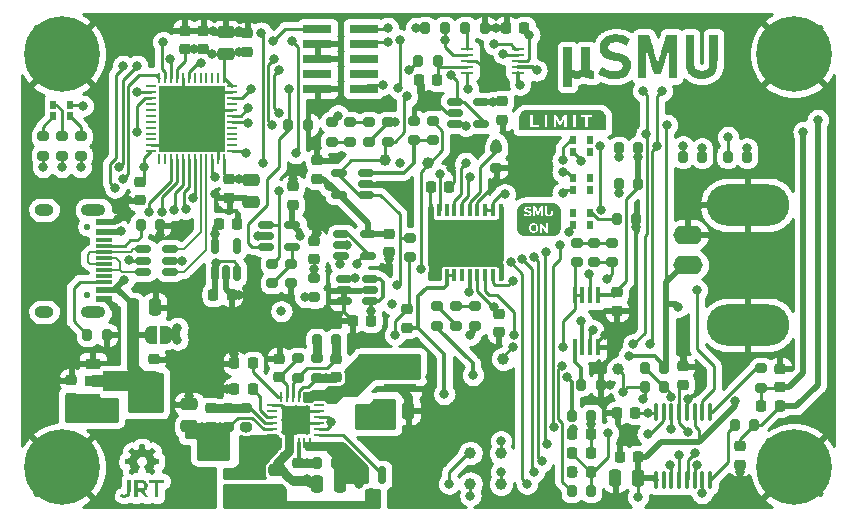
<source format=gbr>
%TF.GenerationSoftware,KiCad,Pcbnew,(6.0.0)*%
%TF.CreationDate,2022-03-21T15:30:00+00:00*%
%TF.ProjectId,uSMU_v10,75534d55-5f76-4313-902e-6b696361645f,rev?*%
%TF.SameCoordinates,Original*%
%TF.FileFunction,Copper,L1,Top*%
%TF.FilePolarity,Positive*%
%FSLAX46Y46*%
G04 Gerber Fmt 4.6, Leading zero omitted, Abs format (unit mm)*
G04 Created by KiCad (PCBNEW (6.0.0)) date 2022-03-21 15:30:00*
%MOMM*%
%LPD*%
G01*
G04 APERTURE LIST*
G04 Aperture macros list*
%AMRoundRect*
0 Rectangle with rounded corners*
0 $1 Rounding radius*
0 $2 $3 $4 $5 $6 $7 $8 $9 X,Y pos of 4 corners*
0 Add a 4 corners polygon primitive as box body*
4,1,4,$2,$3,$4,$5,$6,$7,$8,$9,$2,$3,0*
0 Add four circle primitives for the rounded corners*
1,1,$1+$1,$2,$3*
1,1,$1+$1,$4,$5*
1,1,$1+$1,$6,$7*
1,1,$1+$1,$8,$9*
0 Add four rect primitives between the rounded corners*
20,1,$1+$1,$2,$3,$4,$5,0*
20,1,$1+$1,$4,$5,$6,$7,0*
20,1,$1+$1,$6,$7,$8,$9,0*
20,1,$1+$1,$8,$9,$2,$3,0*%
%AMFreePoly0*
4,1,22,0.500000,-0.750000,0.000000,-0.750000,0.000000,-0.745033,-0.079941,-0.743568,-0.215256,-0.701293,-0.333266,-0.622738,-0.424486,-0.514219,-0.481581,-0.384460,-0.499164,-0.250000,-0.500000,-0.250000,-0.500000,0.250000,-0.499164,0.250000,-0.499963,0.256109,-0.478152,0.396186,-0.417904,0.524511,-0.324060,0.630769,-0.204165,0.706417,-0.067858,0.745374,0.000000,0.744959,0.000000,0.750000,
0.500000,0.750000,0.500000,-0.750000,0.500000,-0.750000,$1*%
%AMFreePoly1*
4,1,20,0.000000,0.744959,0.073905,0.744508,0.209726,0.703889,0.328688,0.626782,0.421226,0.519385,0.479903,0.390333,0.500000,0.250000,0.500000,-0.250000,0.499851,-0.262216,0.476331,-0.402017,0.414519,-0.529596,0.319384,-0.634700,0.198574,-0.708877,0.061801,-0.746166,0.000000,-0.745033,0.000000,-0.750000,-0.500000,-0.750000,-0.500000,0.750000,0.000000,0.750000,0.000000,0.744959,
0.000000,0.744959,$1*%
%AMFreePoly2*
4,1,19,0.150000,0.259808,0.229813,0.192836,0.281908,0.102606,0.300000,0.000000,0.281908,-0.102606,0.229813,-0.192836,0.150000,-0.259808,0.052094,-0.295442,-0.052094,-0.295442,-0.150000,-0.259808,-0.229813,-0.192836,-0.281908,-0.102606,-0.300000,0.000000,-0.281908,0.102606,-0.229813,0.192836,-0.150000,0.259808,-0.052094,0.295442,0.052094,0.295442,0.150000,0.259808,0.150000,0.259808,
$1*%
%AMFreePoly3*
4,1,9,3.862500,-0.866500,0.737500,-0.866500,0.737500,-0.450000,-0.737500,-0.450000,-0.737500,0.450000,0.737500,0.450000,0.737500,0.866500,3.862500,0.866500,3.862500,-0.866500,3.862500,-0.866500,$1*%
G04 Aperture macros list end*
%TA.AperFunction,SMDPad,CuDef*%
%ADD10RoundRect,0.225000X0.225000X0.250000X-0.225000X0.250000X-0.225000X-0.250000X0.225000X-0.250000X0*%
%TD*%
%TA.AperFunction,SMDPad,CuDef*%
%ADD11RoundRect,0.200000X-0.200000X-0.275000X0.200000X-0.275000X0.200000X0.275000X-0.200000X0.275000X0*%
%TD*%
%TA.AperFunction,SMDPad,CuDef*%
%ADD12RoundRect,0.225000X-0.225000X-0.250000X0.225000X-0.250000X0.225000X0.250000X-0.225000X0.250000X0*%
%TD*%
%TA.AperFunction,SMDPad,CuDef*%
%ADD13RoundRect,0.200000X-0.275000X0.200000X-0.275000X-0.200000X0.275000X-0.200000X0.275000X0.200000X0*%
%TD*%
%TA.AperFunction,SMDPad,CuDef*%
%ADD14RoundRect,0.250000X-0.475000X0.250000X-0.475000X-0.250000X0.475000X-0.250000X0.475000X0.250000X0*%
%TD*%
%TA.AperFunction,SMDPad,CuDef*%
%ADD15RoundRect,0.150000X0.512500X0.150000X-0.512500X0.150000X-0.512500X-0.150000X0.512500X-0.150000X0*%
%TD*%
%TA.AperFunction,SMDPad,CuDef*%
%ADD16RoundRect,0.150000X-0.512500X-0.150000X0.512500X-0.150000X0.512500X0.150000X-0.512500X0.150000X0*%
%TD*%
%TA.AperFunction,SMDPad,CuDef*%
%ADD17RoundRect,0.225000X0.250000X-0.225000X0.250000X0.225000X-0.250000X0.225000X-0.250000X-0.225000X0*%
%TD*%
%TA.AperFunction,SMDPad,CuDef*%
%ADD18RoundRect,0.250000X0.475000X-0.250000X0.475000X0.250000X-0.475000X0.250000X-0.475000X-0.250000X0*%
%TD*%
%TA.AperFunction,SMDPad,CuDef*%
%ADD19RoundRect,0.062500X-0.062500X0.375000X-0.062500X-0.375000X0.062500X-0.375000X0.062500X0.375000X0*%
%TD*%
%TA.AperFunction,SMDPad,CuDef*%
%ADD20RoundRect,0.062500X-0.375000X0.062500X-0.375000X-0.062500X0.375000X-0.062500X0.375000X0.062500X0*%
%TD*%
%TA.AperFunction,SMDPad,CuDef*%
%ADD21R,5.600000X5.600000*%
%TD*%
%TA.AperFunction,SMDPad,CuDef*%
%ADD22RoundRect,0.200000X0.200000X0.275000X-0.200000X0.275000X-0.200000X-0.275000X0.200000X-0.275000X0*%
%TD*%
%TA.AperFunction,SMDPad,CuDef*%
%ADD23RoundRect,0.200000X0.275000X-0.200000X0.275000X0.200000X-0.275000X0.200000X-0.275000X-0.200000X0*%
%TD*%
%TA.AperFunction,SMDPad,CuDef*%
%ADD24RoundRect,0.225000X-0.250000X0.225000X-0.250000X-0.225000X0.250000X-0.225000X0.250000X0.225000X0*%
%TD*%
%TA.AperFunction,SMDPad,CuDef*%
%ADD25C,1.000000*%
%TD*%
%TA.AperFunction,SMDPad,CuDef*%
%ADD26R,0.450000X1.050000*%
%TD*%
%TA.AperFunction,ComponentPad*%
%ADD27C,0.600000*%
%TD*%
%TA.AperFunction,SMDPad,CuDef*%
%ADD28R,6.000000X2.700000*%
%TD*%
%TA.AperFunction,SMDPad,CuDef*%
%ADD29RoundRect,0.250000X-0.250000X-0.475000X0.250000X-0.475000X0.250000X0.475000X-0.250000X0.475000X0*%
%TD*%
%TA.AperFunction,SMDPad,CuDef*%
%ADD30RoundRect,0.150000X-0.150000X0.587500X-0.150000X-0.587500X0.150000X-0.587500X0.150000X0.587500X0*%
%TD*%
%TA.AperFunction,SMDPad,CuDef*%
%ADD31R,2.700000X0.800000*%
%TD*%
%TA.AperFunction,SMDPad,CuDef*%
%ADD32R,1.100000X0.250000*%
%TD*%
%TA.AperFunction,SMDPad,CuDef*%
%ADD33R,0.600000X0.700000*%
%TD*%
%TA.AperFunction,SMDPad,CuDef*%
%ADD34R,0.900000X1.200000*%
%TD*%
%TA.AperFunction,ComponentPad*%
%ADD35O,2.500000X1.600000*%
%TD*%
%TA.AperFunction,ComponentPad*%
%ADD36O,7.000000X3.500000*%
%TD*%
%TA.AperFunction,SMDPad,CuDef*%
%ADD37RoundRect,0.150000X0.150000X-0.512500X0.150000X0.512500X-0.150000X0.512500X-0.150000X-0.512500X0*%
%TD*%
%TA.AperFunction,SMDPad,CuDef*%
%ADD38RoundRect,0.062500X0.062500X-0.325000X0.062500X0.325000X-0.062500X0.325000X-0.062500X-0.325000X0*%
%TD*%
%TA.AperFunction,SMDPad,CuDef*%
%ADD39RoundRect,0.062500X0.325000X-0.062500X0.325000X0.062500X-0.325000X0.062500X-0.325000X-0.062500X0*%
%TD*%
%TA.AperFunction,ComponentPad*%
%ADD40C,0.500000*%
%TD*%
%TA.AperFunction,SMDPad,CuDef*%
%ADD41R,2.450000X2.450000*%
%TD*%
%TA.AperFunction,SMDPad,CuDef*%
%ADD42R,2.400000X0.740000*%
%TD*%
%TA.AperFunction,ComponentPad*%
%ADD43C,0.800000*%
%TD*%
%TA.AperFunction,ComponentPad*%
%ADD44C,6.400000*%
%TD*%
%TA.AperFunction,SMDPad,CuDef*%
%ADD45RoundRect,0.250000X0.250000X0.475000X-0.250000X0.475000X-0.250000X-0.475000X0.250000X-0.475000X0*%
%TD*%
%TA.AperFunction,SMDPad,CuDef*%
%ADD46R,0.450000X1.450000*%
%TD*%
%TA.AperFunction,SMDPad,CuDef*%
%ADD47RoundRect,0.100000X0.100000X-0.637500X0.100000X0.637500X-0.100000X0.637500X-0.100000X-0.637500X0*%
%TD*%
%TA.AperFunction,SMDPad,CuDef*%
%ADD48FreePoly0,0.000000*%
%TD*%
%TA.AperFunction,SMDPad,CuDef*%
%ADD49FreePoly1,0.000000*%
%TD*%
%TA.AperFunction,ComponentPad*%
%ADD50O,1.600000X1.000000*%
%TD*%
%TA.AperFunction,WasherPad*%
%ADD51FreePoly2,270.000000*%
%TD*%
%TA.AperFunction,ComponentPad*%
%ADD52O,2.100000X1.000000*%
%TD*%
%TA.AperFunction,SMDPad,CuDef*%
%ADD53R,1.450000X0.600000*%
%TD*%
%TA.AperFunction,SMDPad,CuDef*%
%ADD54R,1.450000X0.300000*%
%TD*%
%TA.AperFunction,SMDPad,CuDef*%
%ADD55R,1.200000X0.900000*%
%TD*%
%TA.AperFunction,SMDPad,CuDef*%
%ADD56R,1.300000X0.900000*%
%TD*%
%TA.AperFunction,SMDPad,CuDef*%
%ADD57FreePoly3,0.000000*%
%TD*%
%TA.AperFunction,ViaPad*%
%ADD58C,0.800000*%
%TD*%
%TA.AperFunction,Conductor*%
%ADD59C,0.250000*%
%TD*%
%TA.AperFunction,Conductor*%
%ADD60C,0.500000*%
%TD*%
%TA.AperFunction,Conductor*%
%ADD61C,0.300000*%
%TD*%
%TA.AperFunction,Conductor*%
%ADD62C,0.750000*%
%TD*%
%TA.AperFunction,Conductor*%
%ADD63C,1.000000*%
%TD*%
%TA.AperFunction,Conductor*%
%ADD64C,0.200000*%
%TD*%
%TA.AperFunction,Conductor*%
%ADD65C,0.254000*%
%TD*%
G04 APERTURE END LIST*
%TO.C,G\u002A\u002A\u002A*%
G36*
X119669847Y-124178805D02*
G01*
X119668189Y-124306111D01*
X119427379Y-124307716D01*
X119186570Y-124309321D01*
X119186570Y-125560773D01*
X118898213Y-125560773D01*
X118898213Y-124309179D01*
X118413527Y-124309179D01*
X118413527Y-124199511D01*
X118413738Y-124162645D01*
X118414323Y-124128806D01*
X118415211Y-124100416D01*
X118416329Y-124079897D01*
X118417361Y-124070671D01*
X118421196Y-124051498D01*
X119671505Y-124051498D01*
X119669847Y-124178805D01*
G37*
G36*
X117467323Y-124051498D02*
G01*
X117538301Y-124051618D01*
X117605078Y-124051966D01*
X117666511Y-124052522D01*
X117721456Y-124053269D01*
X117768769Y-124054187D01*
X117807306Y-124055258D01*
X117835923Y-124056462D01*
X117853476Y-124057781D01*
X117854097Y-124057856D01*
X117925433Y-124072861D01*
X117993252Y-124099139D01*
X118056554Y-124135951D01*
X118114340Y-124182561D01*
X118165610Y-124238231D01*
X118209364Y-124302224D01*
X118225476Y-124331834D01*
X118234894Y-124352954D01*
X118245600Y-124380766D01*
X118255647Y-124410123D01*
X118258017Y-124417727D01*
X118264870Y-124441694D01*
X118269527Y-124462726D01*
X118272397Y-124484303D01*
X118273891Y-124509910D01*
X118274416Y-124543029D01*
X118274446Y-124557657D01*
X118274173Y-124594387D01*
X118273079Y-124622335D01*
X118270757Y-124644981D01*
X118266798Y-124665807D01*
X118260794Y-124688293D01*
X118258037Y-124697520D01*
X118230901Y-124770297D01*
X118196358Y-124833682D01*
X118153779Y-124888509D01*
X118102540Y-124935612D01*
X118054415Y-124968581D01*
X118035655Y-124979648D01*
X118020804Y-124987990D01*
X118013392Y-124991664D01*
X118015289Y-124997164D01*
X118023153Y-125012297D01*
X118036502Y-125036252D01*
X118054857Y-125068219D01*
X118077737Y-125107391D01*
X118104663Y-125152957D01*
X118135154Y-125204108D01*
X118168730Y-125260035D01*
X118204911Y-125319929D01*
X118243216Y-125382980D01*
X118283166Y-125448380D01*
X118319275Y-125507190D01*
X118352379Y-125560974D01*
X118188953Y-125559340D01*
X118025526Y-125557706D01*
X117872011Y-125307694D01*
X117718496Y-125057681D01*
X117425749Y-125057681D01*
X117425749Y-125560773D01*
X117131256Y-125560773D01*
X117131256Y-124800751D01*
X117425749Y-124800751D01*
X117629746Y-124798842D01*
X117833744Y-124796933D01*
X117866655Y-124778704D01*
X117904765Y-124750684D01*
X117936150Y-124712962D01*
X117960239Y-124666456D01*
X117976459Y-124612079D01*
X117978934Y-124599039D01*
X117982368Y-124546588D01*
X117975415Y-124494776D01*
X117958996Y-124445559D01*
X117934038Y-124400892D01*
X117901463Y-124362730D01*
X117862196Y-124333031D01*
X117850129Y-124326498D01*
X117841855Y-124322566D01*
X117833596Y-124319416D01*
X117823918Y-124316945D01*
X117811385Y-124315051D01*
X117794562Y-124313631D01*
X117772015Y-124312583D01*
X117742308Y-124311804D01*
X117704007Y-124311193D01*
X117655675Y-124310645D01*
X117623611Y-124310328D01*
X117425749Y-124308410D01*
X117425749Y-124800751D01*
X117131256Y-124800751D01*
X117131256Y-124051498D01*
X117467323Y-124051498D01*
G37*
G36*
X116836668Y-124464094D02*
G01*
X116836549Y-124563167D01*
X116836217Y-124650974D01*
X116835638Y-124728520D01*
X116834780Y-124796808D01*
X116833610Y-124856843D01*
X116832094Y-124909627D01*
X116830198Y-124956165D01*
X116827891Y-124997461D01*
X116825137Y-125034518D01*
X116821905Y-125068341D01*
X116818161Y-125099933D01*
X116814814Y-125124010D01*
X116798182Y-125209954D01*
X116775099Y-125285677D01*
X116745401Y-125351496D01*
X116708923Y-125407728D01*
X116665500Y-125454690D01*
X116627452Y-125484580D01*
X116588050Y-125508968D01*
X116548696Y-125527749D01*
X116505299Y-125542584D01*
X116453770Y-125555132D01*
X116453309Y-125555229D01*
X116419291Y-125560804D01*
X116377655Y-125565259D01*
X116331926Y-125568441D01*
X116285628Y-125570192D01*
X116242285Y-125570357D01*
X116205422Y-125568781D01*
X116187957Y-125566945D01*
X116132616Y-125556295D01*
X116077044Y-125540540D01*
X116026556Y-125521265D01*
X116011570Y-125514232D01*
X115989226Y-125503388D01*
X115972706Y-125494850D01*
X115961593Y-125486715D01*
X115955471Y-125477084D01*
X115953922Y-125464053D01*
X115956531Y-125445722D01*
X115962879Y-125420189D01*
X115972551Y-125385552D01*
X115978603Y-125363860D01*
X115988464Y-125328423D01*
X115997308Y-125297102D01*
X116004588Y-125271801D01*
X116009755Y-125254423D01*
X116012262Y-125246873D01*
X116012311Y-125246782D01*
X116018604Y-125247262D01*
X116033196Y-125252158D01*
X116053356Y-125260504D01*
X116061266Y-125264081D01*
X116112513Y-125285211D01*
X116160742Y-125299075D01*
X116210346Y-125306545D01*
X116265721Y-125308491D01*
X116283700Y-125308140D01*
X116317400Y-125306893D01*
X116342042Y-125305101D01*
X116360836Y-125302215D01*
X116376995Y-125297683D01*
X116393729Y-125290956D01*
X116399698Y-125288264D01*
X116435237Y-125267625D01*
X116464757Y-125240513D01*
X116488717Y-125205981D01*
X116507575Y-125163079D01*
X116521788Y-125110862D01*
X116531814Y-125048380D01*
X116535963Y-125006175D01*
X116537049Y-124986266D01*
X116538073Y-124955266D01*
X116539018Y-124914355D01*
X116539871Y-124864712D01*
X116540618Y-124807517D01*
X116541243Y-124743948D01*
X116541733Y-124675186D01*
X116542073Y-124602410D01*
X116542249Y-124526799D01*
X116542271Y-124489278D01*
X116542271Y-124051498D01*
X116836763Y-124051498D01*
X116836668Y-124464094D01*
G37*
G36*
X156624289Y-92771005D02*
G01*
X156719597Y-92808976D01*
X156805895Y-92860321D01*
X156882210Y-92924083D01*
X156947570Y-92999306D01*
X157001002Y-93085035D01*
X157041532Y-93180312D01*
X157041923Y-93181470D01*
X157063205Y-93244713D01*
X157065895Y-93846443D01*
X157068584Y-94448173D01*
X149731417Y-94448173D01*
X149732409Y-94226375D01*
X150668597Y-94226375D01*
X151416139Y-94226375D01*
X151892595Y-94226375D01*
X152097963Y-94226375D01*
X152664781Y-94226375D01*
X152870150Y-94226375D01*
X152870239Y-93879302D01*
X152870329Y-93532229D01*
X152965303Y-93712953D01*
X152994327Y-93768094D01*
X153023417Y-93823200D01*
X153050870Y-93875054D01*
X153074980Y-93920441D01*
X153094044Y-93956144D01*
X153101317Y-93969664D01*
X153142358Y-94045651D01*
X153201354Y-94045411D01*
X153260350Y-94045170D01*
X153523222Y-93543860D01*
X153527736Y-93883064D01*
X153528745Y-93956009D01*
X153529754Y-94023672D01*
X153530732Y-94084329D01*
X153531647Y-94136255D01*
X153532469Y-94177724D01*
X153533167Y-94207011D01*
X153533709Y-94222391D01*
X153533898Y-94224322D01*
X153542245Y-94225101D01*
X153563845Y-94225744D01*
X153595518Y-94226189D01*
X153634089Y-94226374D01*
X153638229Y-94226375D01*
X153740913Y-94226375D01*
X154307730Y-94226375D01*
X154513099Y-94226375D01*
X154513099Y-93339182D01*
X154989555Y-93339182D01*
X155330758Y-93339182D01*
X155327609Y-93782779D01*
X155324460Y-94226375D01*
X155539943Y-94226375D01*
X155539943Y-93339182D01*
X155876747Y-93339182D01*
X155876747Y-93158458D01*
X154989555Y-93158458D01*
X154989555Y-93339182D01*
X154513099Y-93339182D01*
X154513099Y-93158458D01*
X154307730Y-93158458D01*
X154307730Y-94226375D01*
X153740913Y-94226375D01*
X153740913Y-93157994D01*
X153628618Y-93160280D01*
X153516323Y-93162565D01*
X153359697Y-93460350D01*
X153325808Y-93524589D01*
X153294236Y-93584059D01*
X153265806Y-93637238D01*
X153241339Y-93682604D01*
X153221660Y-93718635D01*
X153207591Y-93743807D01*
X153199954Y-93756599D01*
X153198852Y-93757914D01*
X153194285Y-93750820D01*
X153182996Y-93730653D01*
X153165799Y-93698940D01*
X153143508Y-93657209D01*
X153116936Y-93606986D01*
X153086898Y-93549798D01*
X153054206Y-93487172D01*
X153039081Y-93458076D01*
X152883530Y-93158458D01*
X152664781Y-93158458D01*
X152664781Y-94226375D01*
X152097963Y-94226375D01*
X152097963Y-93158458D01*
X151892595Y-93158458D01*
X151892595Y-94226375D01*
X151416139Y-94226375D01*
X151416139Y-94045651D01*
X150873966Y-94045651D01*
X150873966Y-93158458D01*
X150668597Y-93158458D01*
X150668597Y-94226375D01*
X149732409Y-94226375D01*
X149736797Y-93244713D01*
X149758079Y-93181470D01*
X149767820Y-93158458D01*
X149798454Y-93086088D01*
X149851741Y-93000244D01*
X149916968Y-92924893D01*
X149993162Y-92860992D01*
X150079349Y-92809498D01*
X150174556Y-92771365D01*
X150175712Y-92771005D01*
X150237323Y-92751828D01*
X156562679Y-92751828D01*
X156624289Y-92771005D01*
G37*
G36*
X149542026Y-102686943D02*
G01*
X149541245Y-102640736D01*
X149540673Y-102587262D01*
X149540277Y-102525780D01*
X149540027Y-102455550D01*
X149539889Y-102375833D01*
X149539832Y-102285887D01*
X149539824Y-102184971D01*
X149539833Y-102072347D01*
X149539835Y-102028292D01*
X149539827Y-101911221D01*
X149539825Y-101806129D01*
X149539860Y-101712275D01*
X149539944Y-101645453D01*
X150134452Y-101645453D01*
X150139888Y-101652060D01*
X150154548Y-101662287D01*
X150175960Y-101674759D01*
X150201652Y-101688099D01*
X150229150Y-101700931D01*
X150248923Y-101709178D01*
X150292434Y-101724012D01*
X150342630Y-101737512D01*
X150393480Y-101748126D01*
X150411091Y-101750986D01*
X150432738Y-101752485D01*
X150462992Y-101752407D01*
X150497871Y-101750994D01*
X150533394Y-101748487D01*
X150533528Y-101748473D01*
X150903956Y-101748473D01*
X151069164Y-101748473D01*
X151072484Y-101219931D01*
X151174236Y-101412657D01*
X151275989Y-101605383D01*
X151321477Y-101607239D01*
X151366964Y-101609095D01*
X151385730Y-101575441D01*
X151393615Y-101560986D01*
X151406442Y-101537093D01*
X151423242Y-101505586D01*
X151443044Y-101468288D01*
X151464878Y-101427024D01*
X151487775Y-101383616D01*
X151489692Y-101379976D01*
X151574887Y-101218165D01*
X151576547Y-101483319D01*
X151578206Y-101748473D01*
X151743415Y-101748473D01*
X151743415Y-100921733D01*
X151901398Y-100921733D01*
X151903931Y-101177704D01*
X151904606Y-101242175D01*
X151905281Y-101295335D01*
X151906033Y-101338593D01*
X151906937Y-101373354D01*
X151908068Y-101401029D01*
X151909502Y-101423024D01*
X151911315Y-101440747D01*
X151913581Y-101455606D01*
X151916376Y-101469009D01*
X151919776Y-101482364D01*
X151920370Y-101484552D01*
X151944461Y-101553258D01*
X151976427Y-101612251D01*
X152016079Y-101661341D01*
X152063224Y-101700336D01*
X152117672Y-101729046D01*
X152179229Y-101747281D01*
X152185583Y-101748487D01*
X152212143Y-101751317D01*
X152246368Y-101752186D01*
X152284251Y-101751281D01*
X152321787Y-101748790D01*
X152354969Y-101744899D01*
X152379790Y-101739796D01*
X152381255Y-101739353D01*
X152440908Y-101714631D01*
X152492440Y-101680229D01*
X152535926Y-101636063D01*
X152571444Y-101582045D01*
X152599072Y-101518089D01*
X152609359Y-101484552D01*
X152612847Y-101471045D01*
X152615722Y-101457665D01*
X152618061Y-101443004D01*
X152619939Y-101425654D01*
X152621431Y-101404206D01*
X152622614Y-101377252D01*
X152623562Y-101343383D01*
X152624353Y-101301192D01*
X152625060Y-101249270D01*
X152625761Y-101186209D01*
X152625850Y-101177704D01*
X152628500Y-100921733D01*
X152468402Y-100921733D01*
X152468402Y-101137497D01*
X152468197Y-101191689D01*
X152467615Y-101243837D01*
X152466706Y-101292019D01*
X152465518Y-101334316D01*
X152464103Y-101368808D01*
X152462509Y-101393576D01*
X152461557Y-101402478D01*
X152448827Y-101463442D01*
X152429087Y-101513973D01*
X152402414Y-101553988D01*
X152368880Y-101583405D01*
X152328560Y-101602142D01*
X152281529Y-101610117D01*
X152273206Y-101610392D01*
X152221515Y-101606621D01*
X152177746Y-101593321D01*
X152141407Y-101570094D01*
X152112006Y-101536541D01*
X152089049Y-101492262D01*
X152075321Y-101450101D01*
X152072716Y-101437209D01*
X152070507Y-101419194D01*
X152068645Y-101394910D01*
X152067079Y-101363210D01*
X152065761Y-101322946D01*
X152064640Y-101272973D01*
X152063667Y-101212143D01*
X152063113Y-101168165D01*
X152060251Y-100921733D01*
X151901398Y-100921733D01*
X151743415Y-100921733D01*
X151655971Y-100921916D01*
X151568528Y-100922100D01*
X151447696Y-101153900D01*
X151421591Y-101203832D01*
X151397262Y-101250080D01*
X151375342Y-101291463D01*
X151356464Y-101326801D01*
X151341260Y-101354911D01*
X151330361Y-101374615D01*
X151324401Y-101384730D01*
X151323503Y-101385839D01*
X151319944Y-101380417D01*
X151311177Y-101364874D01*
X151297833Y-101340390D01*
X151280542Y-101308145D01*
X151259936Y-101269317D01*
X151236646Y-101225087D01*
X151211301Y-101176634D01*
X151199492Y-101153956D01*
X151078843Y-100921933D01*
X150991399Y-100921833D01*
X150903956Y-100921733D01*
X150903956Y-101748473D01*
X150533528Y-101748473D01*
X150565579Y-101745128D01*
X150590445Y-101741156D01*
X150596355Y-101739756D01*
X150630673Y-101727783D01*
X150665768Y-101710971D01*
X150697598Y-101691577D01*
X150722123Y-101671862D01*
X150727060Y-101666673D01*
X150741146Y-101647733D01*
X150755767Y-101623658D01*
X150763369Y-101608853D01*
X150771263Y-101590325D01*
X150776165Y-101573128D01*
X150778740Y-101553237D01*
X150779651Y-101526632D01*
X150779692Y-101509990D01*
X150777590Y-101466194D01*
X150770904Y-101431468D01*
X150758632Y-101402678D01*
X150739773Y-101376692D01*
X150735607Y-101372076D01*
X150717488Y-101354101D01*
X150698005Y-101338505D01*
X150675408Y-101324467D01*
X150647943Y-101311169D01*
X150613860Y-101297792D01*
X150571405Y-101283516D01*
X150518827Y-101267524D01*
X150500496Y-101262175D01*
X150449800Y-101247024D01*
X150410191Y-101233830D01*
X150380353Y-101221735D01*
X150358968Y-101209882D01*
X150344722Y-101197412D01*
X150336296Y-101183469D01*
X150332375Y-101167193D01*
X150331597Y-101152125D01*
X150336397Y-101118904D01*
X150351224Y-101093173D01*
X150376720Y-101073834D01*
X150377835Y-101073248D01*
X150410240Y-101062521D01*
X150450302Y-101058797D01*
X150495344Y-101061665D01*
X150542688Y-101070713D01*
X150589658Y-101085528D01*
X150633576Y-101105698D01*
X150649503Y-101115055D01*
X150684410Y-101137087D01*
X150717744Y-101075516D01*
X150731063Y-101050145D01*
X150741513Y-101028759D01*
X150747913Y-101013873D01*
X150749305Y-101008255D01*
X150742292Y-101001488D01*
X150725919Y-100991483D01*
X150702746Y-100979438D01*
X150675336Y-100966550D01*
X150646249Y-100954014D01*
X150618046Y-100943028D01*
X150593289Y-100934788D01*
X150590162Y-100933899D01*
X150545745Y-100924739D01*
X150516094Y-100921733D01*
X150496425Y-100919739D01*
X150446396Y-100918963D01*
X150399849Y-100922472D01*
X150360979Y-100930330D01*
X150360487Y-100930478D01*
X150301669Y-100953344D01*
X150253375Y-100983241D01*
X150215453Y-101020288D01*
X150187748Y-101064608D01*
X150186750Y-101066752D01*
X150174099Y-101105124D01*
X150167351Y-101149405D01*
X150166808Y-101194569D01*
X150172774Y-101235592D01*
X150175893Y-101246383D01*
X150187727Y-101273680D01*
X150204718Y-101297976D01*
X150228034Y-101320006D01*
X150258845Y-101340502D01*
X150298322Y-101360200D01*
X150347633Y-101379834D01*
X150407949Y-101400137D01*
X150433350Y-101407985D01*
X150486423Y-101424778D01*
X150528243Y-101439883D01*
X150560024Y-101454118D01*
X150582983Y-101468302D01*
X150598334Y-101483254D01*
X150607294Y-101499793D01*
X150611078Y-101518736D01*
X150611417Y-101527895D01*
X150605883Y-101554636D01*
X150590212Y-101576004D01*
X150565803Y-101591990D01*
X150534053Y-101602583D01*
X150496359Y-101607771D01*
X150454120Y-101607543D01*
X150408732Y-101601890D01*
X150361595Y-101590799D01*
X150314104Y-101574260D01*
X150267658Y-101552263D01*
X150232361Y-101530840D01*
X150199899Y-101508917D01*
X150167175Y-101574715D01*
X150154240Y-101601129D01*
X150143718Y-101623384D01*
X150136749Y-101639021D01*
X150134452Y-101645453D01*
X149539944Y-101645453D01*
X149539965Y-101628919D01*
X149540171Y-101555321D01*
X149540510Y-101490741D01*
X149541014Y-101434437D01*
X149541716Y-101385670D01*
X149542646Y-101343699D01*
X149543836Y-101307785D01*
X149545319Y-101277186D01*
X149547127Y-101251163D01*
X149549290Y-101228974D01*
X149551842Y-101209881D01*
X149554814Y-101193141D01*
X149558238Y-101178016D01*
X149562145Y-101163765D01*
X149566568Y-101149647D01*
X149571539Y-101134922D01*
X149577088Y-101118849D01*
X149579259Y-101112519D01*
X149614298Y-101029034D01*
X149660420Y-100949809D01*
X149716342Y-100876128D01*
X149780781Y-100809273D01*
X149852456Y-100750527D01*
X149930082Y-100701173D01*
X150012378Y-100662492D01*
X150039058Y-100652725D01*
X150069773Y-100643147D01*
X150105558Y-100633315D01*
X150138974Y-100625266D01*
X150140811Y-100624869D01*
X150147808Y-100623471D01*
X150155544Y-100622189D01*
X150164575Y-100621020D01*
X150175458Y-100619958D01*
X150188748Y-100618997D01*
X150205001Y-100618133D01*
X150224774Y-100617360D01*
X150248622Y-100616674D01*
X150277102Y-100616070D01*
X150310768Y-100615542D01*
X150350178Y-100615084D01*
X150395887Y-100614693D01*
X150448451Y-100614363D01*
X150508426Y-100614089D01*
X150576369Y-100613866D01*
X150652834Y-100613688D01*
X150738378Y-100613551D01*
X150833558Y-100613449D01*
X150938928Y-100613378D01*
X151055045Y-100613332D01*
X151182465Y-100613307D01*
X151321744Y-100613296D01*
X151403180Y-100613295D01*
X151549183Y-100613299D01*
X151683024Y-100613316D01*
X151805257Y-100613350D01*
X151916440Y-100613407D01*
X152017127Y-100613491D01*
X152107875Y-100613608D01*
X152189239Y-100613763D01*
X152261776Y-100613961D01*
X152326042Y-100614207D01*
X152382593Y-100614506D01*
X152431984Y-100614863D01*
X152474772Y-100615283D01*
X152511513Y-100615772D01*
X152542762Y-100616334D01*
X152569075Y-100616975D01*
X152591009Y-100617699D01*
X152609120Y-100618512D01*
X152623963Y-100619420D01*
X152636094Y-100620426D01*
X152646070Y-100621536D01*
X152654446Y-100622755D01*
X152661778Y-100624089D01*
X152665548Y-100624869D01*
X152698570Y-100632739D01*
X152734425Y-100642519D01*
X152765673Y-100652173D01*
X152767301Y-100652725D01*
X152850802Y-100687778D01*
X152930037Y-100733909D01*
X153003724Y-100789836D01*
X153070580Y-100854275D01*
X153129323Y-100925945D01*
X153178670Y-101003562D01*
X153217338Y-101085843D01*
X153227100Y-101112519D01*
X153232869Y-101129265D01*
X153238047Y-101144395D01*
X153242665Y-101158648D01*
X153246757Y-101172766D01*
X153250353Y-101187487D01*
X153253485Y-101203553D01*
X153256187Y-101221704D01*
X153258488Y-101242680D01*
X153260421Y-101267221D01*
X153262019Y-101296068D01*
X153263312Y-101329962D01*
X153264333Y-101369642D01*
X153265114Y-101415849D01*
X153265686Y-101469323D01*
X153266082Y-101530805D01*
X153266333Y-101601034D01*
X153266471Y-101680752D01*
X153266528Y-101770698D01*
X153266536Y-101871613D01*
X153266526Y-101984237D01*
X153266525Y-102028292D01*
X153266532Y-102145365D01*
X153266535Y-102250460D01*
X153266499Y-102344315D01*
X153266394Y-102427673D01*
X153266188Y-102501273D01*
X153265849Y-102565855D01*
X153265344Y-102622160D01*
X153264643Y-102670928D01*
X153263713Y-102712900D01*
X153262522Y-102748815D01*
X153261039Y-102779414D01*
X153259231Y-102805438D01*
X153257067Y-102827626D01*
X153254515Y-102846719D01*
X153251543Y-102863457D01*
X153248119Y-102878581D01*
X153244211Y-102892830D01*
X153239787Y-102906946D01*
X153234816Y-102921668D01*
X153229265Y-102937737D01*
X153227094Y-102944066D01*
X153192088Y-103027464D01*
X153146021Y-103106620D01*
X153090179Y-103180249D01*
X153025850Y-103247065D01*
X152954318Y-103305779D01*
X152876873Y-103355107D01*
X152794799Y-103393761D01*
X152767301Y-103403826D01*
X152753967Y-103408482D01*
X152742108Y-103412755D01*
X152731157Y-103416661D01*
X152720547Y-103420216D01*
X152709713Y-103423438D01*
X152698086Y-103426343D01*
X152685102Y-103428949D01*
X152670193Y-103431273D01*
X152652792Y-103433330D01*
X152632333Y-103435138D01*
X152608249Y-103436714D01*
X152579974Y-103438076D01*
X152546940Y-103439238D01*
X152508582Y-103440220D01*
X152464333Y-103441036D01*
X152413626Y-103441706D01*
X152355895Y-103442244D01*
X152290572Y-103442669D01*
X152217091Y-103442996D01*
X152134886Y-103443243D01*
X152043391Y-103443427D01*
X151942037Y-103443565D01*
X151830259Y-103443674D01*
X151707491Y-103443769D01*
X151573164Y-103443869D01*
X151426714Y-103443990D01*
X151419078Y-103443997D01*
X151296064Y-103444095D01*
X151176376Y-103444161D01*
X151060641Y-103444198D01*
X150949486Y-103444205D01*
X150843539Y-103444184D01*
X150743426Y-103444136D01*
X150649775Y-103444061D01*
X150563214Y-103443961D01*
X150484368Y-103443836D01*
X150413867Y-103443686D01*
X150352336Y-103443514D01*
X150300403Y-103443319D01*
X150258696Y-103443103D01*
X150227841Y-103442866D01*
X150208466Y-103442609D01*
X150201227Y-103442341D01*
X150189131Y-103439877D01*
X150168531Y-103435827D01*
X150143419Y-103430974D01*
X150137631Y-103429866D01*
X150104761Y-103422563D01*
X150068668Y-103412999D01*
X150039058Y-103403860D01*
X149955558Y-103368807D01*
X149876322Y-103322675D01*
X149802635Y-103266749D01*
X149735779Y-103202309D01*
X149677036Y-103130640D01*
X149627689Y-103053023D01*
X149589021Y-102970741D01*
X149579259Y-102944066D01*
X149573490Y-102927319D01*
X149568313Y-102912190D01*
X149563694Y-102897936D01*
X149559602Y-102883819D01*
X149556006Y-102869098D01*
X149552874Y-102853032D01*
X149550173Y-102834881D01*
X149547871Y-102813905D01*
X149545938Y-102789364D01*
X149544341Y-102760516D01*
X149543336Y-102734201D01*
X150554181Y-102734201D01*
X150555544Y-102757004D01*
X150559122Y-102785984D01*
X150564146Y-102814953D01*
X150564269Y-102815553D01*
X150584443Y-102885345D01*
X150614304Y-102948710D01*
X150652786Y-103004909D01*
X150698822Y-103053204D01*
X150751346Y-103092856D01*
X150809291Y-103123129D01*
X150871591Y-103143282D01*
X150937179Y-103152578D01*
X151004989Y-103150280D01*
X151021243Y-103147571D01*
X151482674Y-103147571D01*
X151647881Y-103147571D01*
X151649541Y-102886353D01*
X151651202Y-102625135D01*
X151859299Y-102886353D01*
X152067397Y-103147571D01*
X152201302Y-103147571D01*
X152201302Y-102320831D01*
X152042450Y-102320831D01*
X152040792Y-102591426D01*
X152039134Y-102862020D01*
X151826408Y-102591426D01*
X151613683Y-102320831D01*
X151482674Y-102320831D01*
X151482674Y-103147571D01*
X151021243Y-103147571D01*
X151039507Y-103144527D01*
X151103017Y-103124725D01*
X151162523Y-103093704D01*
X151216716Y-103052673D01*
X151264285Y-103002845D01*
X151303921Y-102945429D01*
X151334315Y-102881637D01*
X151339544Y-102867123D01*
X151347674Y-102841683D01*
X151352984Y-102819821D01*
X151356060Y-102797383D01*
X151357487Y-102770218D01*
X151357848Y-102737381D01*
X151357594Y-102702959D01*
X151356298Y-102677143D01*
X151353354Y-102655825D01*
X151348156Y-102634899D01*
X151340100Y-102610258D01*
X151338383Y-102605349D01*
X151307777Y-102534829D01*
X151268777Y-102472956D01*
X151221903Y-102420428D01*
X151169109Y-102378870D01*
X151108444Y-102346421D01*
X151045410Y-102325791D01*
X151010780Y-102320831D01*
X150981247Y-102316601D01*
X150917192Y-102318474D01*
X150854487Y-102331030D01*
X150794369Y-102353893D01*
X150738078Y-102386683D01*
X150686854Y-102429024D01*
X150641934Y-102480536D01*
X150604560Y-102540841D01*
X150598561Y-102552954D01*
X150579314Y-102600843D01*
X150564745Y-102652366D01*
X150556078Y-102702518D01*
X150554181Y-102734201D01*
X149543336Y-102734201D01*
X149543047Y-102726623D01*
X149542026Y-102686943D01*
G37*
G36*
X151012687Y-102465910D02*
G01*
X151039793Y-102473672D01*
X151083675Y-102496583D01*
X151121191Y-102529101D01*
X151151830Y-102569543D01*
X151175083Y-102616227D01*
X151190440Y-102667469D01*
X151197391Y-102721585D01*
X151195426Y-102776894D01*
X151184035Y-102831712D01*
X151163661Y-102882501D01*
X151146710Y-102908911D01*
X151123104Y-102937166D01*
X151097070Y-102962633D01*
X151075663Y-102978961D01*
X151035265Y-102997832D01*
X150988837Y-103008646D01*
X150940791Y-103010603D01*
X150916240Y-103007788D01*
X150868551Y-102993155D01*
X150825211Y-102967503D01*
X150787547Y-102932167D01*
X150756890Y-102888482D01*
X150734566Y-102837784D01*
X150729278Y-102819833D01*
X150723032Y-102784606D01*
X150720151Y-102743309D01*
X150720739Y-102701613D01*
X150724902Y-102665192D01*
X150726274Y-102658598D01*
X150742324Y-102611021D01*
X150766925Y-102566472D01*
X150798153Y-102527347D01*
X150834082Y-102496046D01*
X150872790Y-102474966D01*
X150874033Y-102474494D01*
X150918008Y-102463488D01*
X150965950Y-102460618D01*
X151012687Y-102465910D01*
G37*
G36*
X117843059Y-121061180D02*
G01*
X117884991Y-121061433D01*
X117918613Y-121061884D01*
X117944655Y-121062554D01*
X117963848Y-121063467D01*
X117976923Y-121064645D01*
X117984611Y-121066112D01*
X117987035Y-121067209D01*
X117989734Y-121071540D01*
X117993101Y-121081325D01*
X117997279Y-121097210D01*
X118002410Y-121119837D01*
X118008635Y-121149851D01*
X118016098Y-121187897D01*
X118024941Y-121234619D01*
X118029926Y-121261447D01*
X118039967Y-121315050D01*
X118048567Y-121359433D01*
X118055822Y-121395029D01*
X118061826Y-121422271D01*
X118066673Y-121441590D01*
X118070459Y-121453419D01*
X118072845Y-121457841D01*
X118079176Y-121461593D01*
X118093162Y-121468334D01*
X118113366Y-121477466D01*
X118138351Y-121488392D01*
X118166681Y-121500515D01*
X118196919Y-121513237D01*
X118227628Y-121525961D01*
X118257371Y-121538090D01*
X118284712Y-121549027D01*
X118308215Y-121558174D01*
X118326442Y-121564933D01*
X118337956Y-121568708D01*
X118340925Y-121569296D01*
X118346374Y-121566614D01*
X118358957Y-121558961D01*
X118377773Y-121546931D01*
X118401919Y-121531116D01*
X118430496Y-121512107D01*
X118462599Y-121490497D01*
X118497329Y-121466877D01*
X118508328Y-121459350D01*
X118543568Y-121435265D01*
X118576340Y-121413003D01*
X118605761Y-121393153D01*
X118630947Y-121376306D01*
X118651015Y-121363051D01*
X118665082Y-121353978D01*
X118672264Y-121349676D01*
X118672960Y-121349404D01*
X118677894Y-121352765D01*
X118688611Y-121362247D01*
X118704227Y-121376950D01*
X118723857Y-121395972D01*
X118746616Y-121418412D01*
X118771618Y-121443368D01*
X118797980Y-121469939D01*
X118824815Y-121497224D01*
X118851240Y-121524322D01*
X118876369Y-121550331D01*
X118899318Y-121574351D01*
X118919201Y-121595479D01*
X118935134Y-121612815D01*
X118946231Y-121625458D01*
X118951608Y-121632506D01*
X118951958Y-121633560D01*
X118948672Y-121638951D01*
X118940462Y-121651467D01*
X118927950Y-121670185D01*
X118911758Y-121694184D01*
X118892509Y-121722542D01*
X118870826Y-121754337D01*
X118847330Y-121788647D01*
X118843747Y-121793865D01*
X118820096Y-121828546D01*
X118798293Y-121860967D01*
X118778946Y-121890190D01*
X118762662Y-121915278D01*
X118750049Y-121935294D01*
X118741714Y-121949298D01*
X118738266Y-121956355D01*
X118738207Y-121956745D01*
X118740118Y-121964025D01*
X118745446Y-121978797D01*
X118753585Y-121999644D01*
X118763929Y-122025152D01*
X118775870Y-122053906D01*
X118788804Y-122084491D01*
X118802124Y-122115491D01*
X118815223Y-122145491D01*
X118827494Y-122173077D01*
X118838333Y-122196832D01*
X118847132Y-122215343D01*
X118853285Y-122227194D01*
X118855554Y-122230629D01*
X118860024Y-122233473D01*
X118868948Y-122236775D01*
X118883090Y-122240706D01*
X118903215Y-122245439D01*
X118930087Y-122251144D01*
X118964471Y-122257994D01*
X119007132Y-122266161D01*
X119046627Y-122273551D01*
X119097223Y-122283055D01*
X119138822Y-122291110D01*
X119172069Y-122297860D01*
X119197609Y-122303448D01*
X119216088Y-122308020D01*
X119228151Y-122311717D01*
X119234443Y-122314685D01*
X119235408Y-122315586D01*
X119237071Y-122320219D01*
X119238431Y-122329773D01*
X119239510Y-122344979D01*
X119240333Y-122366568D01*
X119240921Y-122395271D01*
X119241297Y-122431818D01*
X119241485Y-122476940D01*
X119241516Y-122510531D01*
X119241476Y-122558868D01*
X119241332Y-122598355D01*
X119241047Y-122629916D01*
X119240584Y-122654473D01*
X119239908Y-122672949D01*
X119238981Y-122686268D01*
X119237768Y-122695353D01*
X119236232Y-122701126D01*
X119234337Y-122704511D01*
X119233838Y-122705057D01*
X119226591Y-122711174D01*
X119223313Y-122712736D01*
X119218019Y-122713597D01*
X119204208Y-122716046D01*
X119182974Y-122719885D01*
X119155409Y-122724915D01*
X119122605Y-122730935D01*
X119085655Y-122737747D01*
X119046527Y-122744989D01*
X118994975Y-122754689D01*
X118952648Y-122762971D01*
X118919113Y-122769932D01*
X118893939Y-122775665D01*
X118876696Y-122780268D01*
X118866953Y-122783835D01*
X118864716Y-122785303D01*
X118860954Y-122791807D01*
X118854274Y-122806055D01*
X118845236Y-122826655D01*
X118834397Y-122852216D01*
X118822317Y-122881347D01*
X118809553Y-122912658D01*
X118796664Y-122944758D01*
X118784208Y-122976255D01*
X118772744Y-123005758D01*
X118762830Y-123031877D01*
X118755025Y-123053220D01*
X118749886Y-123068398D01*
X118747973Y-123076017D01*
X118747971Y-123076118D01*
X118750660Y-123082121D01*
X118758306Y-123095186D01*
X118770291Y-123114352D01*
X118785991Y-123138657D01*
X118804787Y-123167140D01*
X118826058Y-123198838D01*
X118848905Y-123232389D01*
X118872056Y-123266270D01*
X118893438Y-123297804D01*
X118912419Y-123326039D01*
X118928369Y-123350027D01*
X118940653Y-123368815D01*
X118948641Y-123381454D01*
X118951696Y-123386975D01*
X118948749Y-123392345D01*
X118939133Y-123404051D01*
X118923241Y-123421673D01*
X118901466Y-123444793D01*
X118874202Y-123472990D01*
X118841841Y-123505845D01*
X118817086Y-123530671D01*
X118781994Y-123565621D01*
X118753088Y-123594178D01*
X118729716Y-123616932D01*
X118711225Y-123634473D01*
X118696964Y-123647390D01*
X118686281Y-123656275D01*
X118678524Y-123661715D01*
X118673042Y-123664303D01*
X118669182Y-123664627D01*
X118669095Y-123664610D01*
X118662430Y-123661354D01*
X118648774Y-123653175D01*
X118629152Y-123640739D01*
X118604589Y-123624714D01*
X118576111Y-123605765D01*
X118544743Y-123584561D01*
X118520949Y-123568275D01*
X118488223Y-123545797D01*
X118457781Y-123524964D01*
X118430629Y-123506458D01*
X118407774Y-123490961D01*
X118390221Y-123479157D01*
X118378978Y-123471729D01*
X118375348Y-123469469D01*
X118371568Y-123468230D01*
X118366360Y-123468474D01*
X118358687Y-123470662D01*
X118347513Y-123475258D01*
X118331799Y-123482722D01*
X118310510Y-123493517D01*
X118282606Y-123508105D01*
X118250969Y-123524865D01*
X118234700Y-123533163D01*
X118224575Y-123537047D01*
X118218311Y-123537055D01*
X118213624Y-123533723D01*
X118213570Y-123533667D01*
X118210418Y-123527852D01*
X118203980Y-123513889D01*
X118194629Y-123492681D01*
X118182737Y-123465131D01*
X118168678Y-123432144D01*
X118152826Y-123394621D01*
X118135552Y-123353467D01*
X118117231Y-123309586D01*
X118098235Y-123263879D01*
X118078938Y-123217253D01*
X118059712Y-123170608D01*
X118040932Y-123124850D01*
X118022969Y-123080880D01*
X118006198Y-123039604D01*
X117990991Y-123001924D01*
X117977722Y-122968744D01*
X117966763Y-122940967D01*
X117958488Y-122919497D01*
X117953270Y-122905236D01*
X117951482Y-122899115D01*
X117955734Y-122890290D01*
X117968750Y-122879218D01*
X117979579Y-122872161D01*
X118035864Y-122832753D01*
X118083996Y-122788544D01*
X118123768Y-122739858D01*
X118154973Y-122687019D01*
X118177406Y-122630349D01*
X118190859Y-122570173D01*
X118194350Y-122535786D01*
X118193455Y-122472969D01*
X118183377Y-122412626D01*
X118164555Y-122355502D01*
X118137425Y-122302343D01*
X118102426Y-122253894D01*
X118059993Y-122210901D01*
X118010565Y-122174111D01*
X117968584Y-122150753D01*
X117922597Y-122131055D01*
X117878884Y-122118291D01*
X117833778Y-122111639D01*
X117787784Y-122110213D01*
X117725452Y-122115682D01*
X117666042Y-122130193D01*
X117610312Y-122153255D01*
X117559020Y-122184378D01*
X117512924Y-122223074D01*
X117472783Y-122268852D01*
X117439355Y-122321223D01*
X117428969Y-122341897D01*
X117413881Y-122376823D01*
X117403396Y-122408574D01*
X117396839Y-122440379D01*
X117393535Y-122475465D01*
X117392794Y-122514833D01*
X117393259Y-122544019D01*
X117394554Y-122566560D01*
X117397067Y-122585574D01*
X117401184Y-122604180D01*
X117406054Y-122621395D01*
X117425743Y-122675237D01*
X117451207Y-122723584D01*
X117483362Y-122767625D01*
X117523124Y-122808549D01*
X117571410Y-122847543D01*
X117590948Y-122861264D01*
X117608752Y-122873754D01*
X117623340Y-122884732D01*
X117632891Y-122892785D01*
X117635627Y-122895980D01*
X117634363Y-122901758D01*
X117629733Y-122915448D01*
X117622158Y-122935955D01*
X117612059Y-122962181D01*
X117599854Y-122993030D01*
X117585966Y-123027404D01*
X117575516Y-123052858D01*
X117557410Y-123096696D01*
X117536697Y-123146873D01*
X117514492Y-123200690D01*
X117491908Y-123255446D01*
X117470057Y-123308444D01*
X117450054Y-123356984D01*
X117445228Y-123368699D01*
X117424806Y-123417798D01*
X117407383Y-123458666D01*
X117393043Y-123491120D01*
X117381867Y-123514979D01*
X117373938Y-123530060D01*
X117369339Y-123536182D01*
X117369125Y-123536277D01*
X117361758Y-123535002D01*
X117347223Y-123529324D01*
X117326771Y-123519801D01*
X117301654Y-123506991D01*
X117292523Y-123502121D01*
X117268985Y-123489574D01*
X117248396Y-123478860D01*
X117232316Y-123470770D01*
X117222303Y-123466094D01*
X117219844Y-123465256D01*
X117214968Y-123467929D01*
X117202977Y-123475536D01*
X117184802Y-123487458D01*
X117161369Y-123503076D01*
X117133608Y-123521771D01*
X117102447Y-123542925D01*
X117069529Y-123565429D01*
X117035683Y-123588458D01*
X117004056Y-123609622D01*
X116975621Y-123628295D01*
X116951353Y-123643854D01*
X116932225Y-123655673D01*
X116919209Y-123663129D01*
X116913373Y-123665602D01*
X116906760Y-123662018D01*
X116893533Y-123651281D01*
X116873714Y-123633410D01*
X116847327Y-123608427D01*
X116814393Y-123576353D01*
X116774935Y-123537208D01*
X116770138Y-123532413D01*
X116731116Y-123493104D01*
X116698697Y-123459874D01*
X116672987Y-123432835D01*
X116654090Y-123412101D01*
X116642110Y-123397782D01*
X116637154Y-123389993D01*
X116637015Y-123389237D01*
X116639703Y-123383021D01*
X116647353Y-123369759D01*
X116659340Y-123350421D01*
X116675040Y-123325982D01*
X116693828Y-123297412D01*
X116715080Y-123265685D01*
X116737188Y-123233207D01*
X116762720Y-123195675D01*
X116785292Y-123161875D01*
X116804424Y-123132564D01*
X116819632Y-123108499D01*
X116830437Y-123090436D01*
X116836355Y-123079130D01*
X116837361Y-123075901D01*
X116835550Y-123068086D01*
X116830490Y-123052711D01*
X116822743Y-123031175D01*
X116812869Y-123004878D01*
X116801428Y-122975222D01*
X116788982Y-122943606D01*
X116776091Y-122911431D01*
X116763316Y-122880097D01*
X116751217Y-122851004D01*
X116740356Y-122825553D01*
X116731293Y-122805144D01*
X116724588Y-122791177D01*
X116720957Y-122785194D01*
X116714994Y-122782150D01*
X116702041Y-122778179D01*
X116681625Y-122773176D01*
X116653274Y-122767038D01*
X116616514Y-122759661D01*
X116570875Y-122750939D01*
X116536841Y-122744614D01*
X116489813Y-122735886D01*
X116451507Y-122728611D01*
X116421018Y-122722579D01*
X116397438Y-122717582D01*
X116379860Y-122713410D01*
X116367376Y-122709856D01*
X116359080Y-122706710D01*
X116354063Y-122703764D01*
X116352376Y-122702156D01*
X116350167Y-122698897D01*
X116348372Y-122694190D01*
X116346949Y-122687071D01*
X116345854Y-122676580D01*
X116345047Y-122661752D01*
X116344484Y-122641625D01*
X116344123Y-122615238D01*
X116343921Y-122581627D01*
X116343837Y-122539830D01*
X116343825Y-122507896D01*
X116343906Y-122457301D01*
X116344164Y-122415744D01*
X116344622Y-122382488D01*
X116345304Y-122356800D01*
X116346233Y-122337943D01*
X116347433Y-122325183D01*
X116348926Y-122317786D01*
X116349933Y-122315667D01*
X116354513Y-122312875D01*
X116364882Y-122309381D01*
X116381671Y-122305045D01*
X116405511Y-122299727D01*
X116437033Y-122293287D01*
X116476868Y-122285586D01*
X116525647Y-122276484D01*
X116531955Y-122275323D01*
X116572686Y-122267769D01*
X116610797Y-122260567D01*
X116645118Y-122253948D01*
X116674475Y-122248146D01*
X116697695Y-122243391D01*
X116713607Y-122239914D01*
X116720946Y-122237985D01*
X116725189Y-122235537D01*
X116729732Y-122230811D01*
X116735068Y-122222842D01*
X116741686Y-122210662D01*
X116750081Y-122193304D01*
X116760742Y-122169803D01*
X116774163Y-122139190D01*
X116790579Y-122101094D01*
X116805010Y-122067050D01*
X116818082Y-122035454D01*
X116829307Y-122007548D01*
X116838197Y-121984571D01*
X116844264Y-121967765D01*
X116847019Y-121958370D01*
X116847134Y-121957347D01*
X116844302Y-121949930D01*
X116835991Y-121935050D01*
X116822478Y-121913141D01*
X116804040Y-121884638D01*
X116780956Y-121849976D01*
X116753502Y-121809588D01*
X116743654Y-121795257D01*
X116720118Y-121760840D01*
X116698359Y-121728546D01*
X116679011Y-121699347D01*
X116662703Y-121674218D01*
X116650067Y-121654131D01*
X116641734Y-121640059D01*
X116638336Y-121632976D01*
X116638307Y-121632820D01*
X116638650Y-121628874D01*
X116641128Y-121623457D01*
X116646340Y-121615909D01*
X116654883Y-121605572D01*
X116667357Y-121591787D01*
X116684360Y-121573895D01*
X116706491Y-121551237D01*
X116734348Y-121523155D01*
X116768529Y-121488989D01*
X116773190Y-121484344D01*
X116812991Y-121444921D01*
X116846218Y-121412524D01*
X116872982Y-121387052D01*
X116893393Y-121368400D01*
X116907563Y-121356467D01*
X116915602Y-121351149D01*
X116917252Y-121350888D01*
X116922791Y-121354204D01*
X116935455Y-121362456D01*
X116954328Y-121375026D01*
X116978493Y-121391298D01*
X117007034Y-121410654D01*
X117039034Y-121432476D01*
X117073578Y-121456146D01*
X117081362Y-121461495D01*
X117116309Y-121485395D01*
X117148922Y-121507456D01*
X117178285Y-121527077D01*
X117203485Y-121543658D01*
X117223607Y-121556598D01*
X117237737Y-121565298D01*
X117244961Y-121569156D01*
X117245541Y-121569296D01*
X117251982Y-121567507D01*
X117266102Y-121562484D01*
X117286557Y-121554743D01*
X117312001Y-121544798D01*
X117341088Y-121533166D01*
X117361542Y-121524850D01*
X117402884Y-121507925D01*
X117436096Y-121494279D01*
X117462093Y-121483494D01*
X117481792Y-121475150D01*
X117496109Y-121468828D01*
X117505958Y-121464110D01*
X117512256Y-121460577D01*
X117515920Y-121457808D01*
X117517863Y-121455387D01*
X117519004Y-121452892D01*
X117519044Y-121452790D01*
X117520466Y-121446737D01*
X117523426Y-121432373D01*
X117527677Y-121410995D01*
X117532974Y-121383901D01*
X117539070Y-121352387D01*
X117545719Y-121317752D01*
X117552674Y-121281292D01*
X117559689Y-121244306D01*
X117566519Y-121208090D01*
X117572916Y-121173943D01*
X117578635Y-121143161D01*
X117583429Y-121117042D01*
X117587053Y-121096884D01*
X117589259Y-121083984D01*
X117589838Y-121079774D01*
X117592944Y-121074055D01*
X117597560Y-121068779D01*
X117600519Y-121066794D01*
X117605651Y-121065178D01*
X117613879Y-121063892D01*
X117626125Y-121062902D01*
X117643312Y-121062171D01*
X117666364Y-121061661D01*
X117696204Y-121061338D01*
X117733755Y-121061164D01*
X117779939Y-121061102D01*
X117792086Y-121061101D01*
X117843059Y-121061180D01*
G37*
G36*
X164526545Y-87646688D02*
G01*
X164532305Y-88917593D01*
X164575797Y-89041156D01*
X164638686Y-89169699D01*
X164726920Y-89273837D01*
X164838028Y-89352300D01*
X164969538Y-89403819D01*
X165118978Y-89427126D01*
X165283876Y-89420951D01*
X165309031Y-89417517D01*
X165386703Y-89402694D01*
X165459691Y-89383248D01*
X165512628Y-89363295D01*
X165513997Y-89362603D01*
X165608442Y-89297585D01*
X165694642Y-89207403D01*
X165762359Y-89103019D01*
X165769042Y-89089459D01*
X165816311Y-88989958D01*
X165821293Y-87682871D01*
X165826274Y-86375784D01*
X166532228Y-86375784D01*
X166526692Y-87719053D01*
X166525633Y-87971606D01*
X166524627Y-88190666D01*
X166523590Y-88378919D01*
X166522441Y-88539055D01*
X166521095Y-88673761D01*
X166519469Y-88785726D01*
X166517480Y-88877638D01*
X166515045Y-88952185D01*
X166512081Y-89012054D01*
X166508504Y-89059935D01*
X166504231Y-89098516D01*
X166499179Y-89130483D01*
X166493265Y-89158526D01*
X166486405Y-89185334D01*
X166480658Y-89206002D01*
X166405678Y-89414182D01*
X166305638Y-89596515D01*
X166181070Y-89752498D01*
X166032503Y-89881627D01*
X165860468Y-89983400D01*
X165665495Y-90057314D01*
X165553989Y-90084826D01*
X165436595Y-90102889D01*
X165299847Y-90114317D01*
X165156703Y-90118776D01*
X165020119Y-90115931D01*
X164903053Y-90105450D01*
X164881556Y-90102145D01*
X164669771Y-90050711D01*
X164477124Y-89971800D01*
X164306368Y-89866900D01*
X164160259Y-89737505D01*
X164116850Y-89688392D01*
X164063927Y-89612975D01*
X164007793Y-89513575D01*
X163953872Y-89401346D01*
X163907587Y-89287442D01*
X163878403Y-89198006D01*
X163872189Y-89173597D01*
X163866778Y-89146134D01*
X163862101Y-89112992D01*
X163858088Y-89071548D01*
X163854670Y-89019177D01*
X163851779Y-88953255D01*
X163849346Y-88871160D01*
X163847302Y-88770267D01*
X163845578Y-88647952D01*
X163844104Y-88501591D01*
X163842813Y-88328560D01*
X163841635Y-88126236D01*
X163840500Y-87891995D01*
X163839783Y-87728099D01*
X163834020Y-86375784D01*
X164520784Y-86375784D01*
X164526545Y-87646688D01*
G37*
G36*
X154174644Y-88256375D02*
G01*
X154175118Y-88475782D01*
X154176515Y-88668127D01*
X154178800Y-88831809D01*
X154181940Y-88965225D01*
X154185898Y-89066775D01*
X154190641Y-89134855D01*
X154194348Y-89161461D01*
X154233114Y-89267487D01*
X154298149Y-89348997D01*
X154388513Y-89405330D01*
X154503270Y-89435824D01*
X154591256Y-89441475D01*
X154712024Y-89430870D01*
X154807272Y-89397673D01*
X154881579Y-89339368D01*
X154939527Y-89253440D01*
X154941770Y-89248990D01*
X154988747Y-89154719D01*
X154988747Y-87443163D01*
X155694302Y-87443163D01*
X155694302Y-88294482D01*
X155694775Y-88536964D01*
X155696195Y-88743301D01*
X155698561Y-88913519D01*
X155701874Y-89047644D01*
X155706136Y-89145701D01*
X155711346Y-89207715D01*
X155714545Y-89226192D01*
X155754713Y-89314307D01*
X155796585Y-89360841D01*
X155835325Y-89391148D01*
X155872595Y-89407517D01*
X155922058Y-89414096D01*
X155975345Y-89415100D01*
X156092308Y-89415100D01*
X156092308Y-90102564D01*
X155879737Y-90102428D01*
X155687959Y-90096121D01*
X155527031Y-90076702D01*
X155393658Y-90043020D01*
X155284541Y-89993923D01*
X155196384Y-89928262D01*
X155125890Y-89844885D01*
X155121041Y-89837608D01*
X155090834Y-89791506D01*
X155057000Y-89857455D01*
X154983809Y-89962233D01*
X154886087Y-90041921D01*
X154766922Y-90094802D01*
X154629403Y-90119163D01*
X154583170Y-90120656D01*
X154467157Y-90106194D01*
X154360300Y-90065635D01*
X154271847Y-90003223D01*
X154233933Y-89960488D01*
X154202430Y-89917674D01*
X154179793Y-89887382D01*
X154175103Y-89881312D01*
X154172535Y-89894971D01*
X154170732Y-89940230D01*
X154169728Y-90012516D01*
X154169556Y-90107254D01*
X154170251Y-90219871D01*
X154171727Y-90338114D01*
X154178935Y-90808120D01*
X153836073Y-90808120D01*
X153728173Y-90807512D01*
X153632921Y-90805818D01*
X153556145Y-90803239D01*
X153503672Y-90799970D01*
X153481328Y-90796211D01*
X153481150Y-90796059D01*
X153479398Y-90776608D01*
X153477722Y-90723520D01*
X153476142Y-90639339D01*
X153474674Y-90526611D01*
X153473337Y-90387881D01*
X153472150Y-90225692D01*
X153471130Y-90042591D01*
X153470296Y-89841122D01*
X153469666Y-89623831D01*
X153469259Y-89393261D01*
X153469092Y-89151958D01*
X153469089Y-89113581D01*
X153469089Y-87443163D01*
X154174644Y-87443163D01*
X154174644Y-88256375D01*
G37*
G36*
X158265980Y-86379684D02*
G01*
X158531522Y-86444423D01*
X158739898Y-86520716D01*
X158813956Y-86554307D01*
X158892182Y-86593873D01*
X158967773Y-86635447D01*
X159033930Y-86675063D01*
X159083854Y-86708755D01*
X159110744Y-86732556D01*
X159113533Y-86738641D01*
X159105931Y-86758342D01*
X159085248Y-86803844D01*
X159054676Y-86868627D01*
X159017402Y-86946173D01*
X158976615Y-87029964D01*
X158935505Y-87113481D01*
X158897260Y-87190205D01*
X158865070Y-87253619D01*
X158842123Y-87297203D01*
X158832028Y-87314065D01*
X158814479Y-87309759D01*
X158778231Y-87290921D01*
X158765702Y-87283400D01*
X158552206Y-87168618D01*
X158336253Y-87085897D01*
X158121026Y-87036077D01*
X157909711Y-87019997D01*
X157791263Y-87026351D01*
X157657508Y-87045635D01*
X157549961Y-87074390D01*
X157459243Y-87115554D01*
X157412611Y-87144902D01*
X157338567Y-87216450D01*
X157291341Y-87304953D01*
X157271084Y-87402914D01*
X157277946Y-87502832D01*
X157312078Y-87597211D01*
X157373632Y-87678551D01*
X157401416Y-87702350D01*
X157448814Y-87735574D01*
X157499857Y-87764171D01*
X157560092Y-87790046D01*
X157635066Y-87815105D01*
X157730328Y-87841254D01*
X157851426Y-87870398D01*
X157964744Y-87895853D01*
X158166591Y-87942085D01*
X158336799Y-87985374D01*
X158479612Y-88027436D01*
X158599273Y-88069983D01*
X158700024Y-88114732D01*
X158786108Y-88163395D01*
X158861769Y-88217687D01*
X158931249Y-88279324D01*
X158943340Y-88291244D01*
X159040115Y-88404870D01*
X159111462Y-88529086D01*
X159159302Y-88669283D01*
X159185558Y-88830853D01*
X159192340Y-88989958D01*
X159177876Y-89199655D01*
X159134369Y-89388057D01*
X159061646Y-89555370D01*
X158959533Y-89701800D01*
X158827858Y-89827555D01*
X158666446Y-89932840D01*
X158475124Y-90017862D01*
X158281339Y-90076218D01*
X158200102Y-90090592D01*
X158091834Y-90101738D01*
X157965559Y-90109482D01*
X157830299Y-90113649D01*
X157695077Y-90114065D01*
X157568916Y-90110557D01*
X157460839Y-90102950D01*
X157391257Y-90093385D01*
X157169755Y-90043712D01*
X156970163Y-89981452D01*
X156779142Y-89902182D01*
X156703888Y-89865602D01*
X156648896Y-89835405D01*
X156585713Y-89797046D01*
X156521828Y-89755581D01*
X156464729Y-89716063D01*
X156421905Y-89683546D01*
X156400845Y-89663085D01*
X156399858Y-89660410D01*
X156408185Y-89643638D01*
X156430869Y-89601538D01*
X156464465Y-89540284D01*
X156505530Y-89466049D01*
X156550618Y-89385006D01*
X156596286Y-89303329D01*
X156639089Y-89227189D01*
X156675581Y-89162761D01*
X156702320Y-89116218D01*
X156715860Y-89093732D01*
X156716608Y-89092739D01*
X156732796Y-89099345D01*
X156769599Y-89122308D01*
X156812087Y-89151726D01*
X156914838Y-89216047D01*
X157040954Y-89280346D01*
X157178055Y-89339016D01*
X157313757Y-89386446D01*
X157358690Y-89399369D01*
X157430278Y-89416828D01*
X157498908Y-89428798D01*
X157574378Y-89436250D01*
X157666486Y-89440155D01*
X157783832Y-89441478D01*
X157893092Y-89441213D01*
X157974540Y-89439101D01*
X158036534Y-89434222D01*
X158087432Y-89425658D01*
X158135592Y-89412490D01*
X158177205Y-89398225D01*
X158305782Y-89338613D01*
X158401445Y-89264266D01*
X158464468Y-89174859D01*
X158495124Y-89070065D01*
X158498434Y-89017234D01*
X158490629Y-88926888D01*
X158465377Y-88849976D01*
X158419926Y-88784665D01*
X158351519Y-88729119D01*
X158257402Y-88681506D01*
X158134822Y-88639989D01*
X157981024Y-88602736D01*
X157834143Y-88574854D01*
X157623308Y-88536114D01*
X157444561Y-88498018D01*
X157293872Y-88459052D01*
X157167211Y-88417701D01*
X157060550Y-88372448D01*
X156969858Y-88321780D01*
X156891105Y-88264180D01*
X156820262Y-88198134D01*
X156813539Y-88191093D01*
X156722244Y-88078144D01*
X156655909Y-87955923D01*
X156611401Y-87816841D01*
X156585588Y-87653312D01*
X156583868Y-87634791D01*
X156578262Y-87411404D01*
X156602237Y-87208147D01*
X156655608Y-87025385D01*
X156738192Y-86863486D01*
X156849804Y-86722817D01*
X156990259Y-86603746D01*
X157146908Y-86512570D01*
X157264136Y-86459815D01*
X157372001Y-86420899D01*
X157482355Y-86392692D01*
X157607049Y-86372068D01*
X157731368Y-86358332D01*
X157999398Y-86351009D01*
X158265980Y-86379684D01*
G37*
G36*
X163075499Y-90084473D02*
G01*
X162442549Y-90084473D01*
X162437906Y-88795477D01*
X162433263Y-87506482D01*
X161764345Y-89668376D01*
X161141640Y-89668376D01*
X161041885Y-89356304D01*
X161013978Y-89268699D01*
X160977084Y-89152419D01*
X160933050Y-89013312D01*
X160883723Y-88857223D01*
X160830952Y-88690001D01*
X160776583Y-88517493D01*
X160722463Y-88345545D01*
X160710773Y-88308369D01*
X160479416Y-87572507D01*
X160474771Y-88828490D01*
X160470125Y-90084473D01*
X159818918Y-90084473D01*
X159828134Y-86384829D01*
X160750784Y-86384829D01*
X160888061Y-86864245D01*
X160924503Y-86991766D01*
X160968709Y-87146871D01*
X161018622Y-87322319D01*
X161072186Y-87510869D01*
X161127344Y-87705282D01*
X161182039Y-87898316D01*
X161234215Y-88082732D01*
X161239524Y-88101518D01*
X161453712Y-88859374D01*
X161610246Y-88309566D01*
X161653592Y-88157141D01*
X161704232Y-87978771D01*
X161759650Y-87783338D01*
X161817329Y-87579723D01*
X161874753Y-87376809D01*
X161929405Y-87183477D01*
X161962077Y-87067771D01*
X162157373Y-86375784D01*
X163075499Y-86375784D01*
X163075499Y-90084473D01*
G37*
%TD*%
D10*
%TO.P,C14,1*%
%TO.N,Net-(C14-Pad1)*%
X127175000Y-114200000D03*
%TO.P,C14,2*%
%TO.N,GND*%
X125625000Y-114200000D03*
%TD*%
D11*
%TO.P,R2,1*%
%TO.N,Net-(R2-Pad1)*%
X145175000Y-85800000D03*
%TO.P,R2,2*%
%TO.N,GND*%
X146825000Y-85800000D03*
%TD*%
D12*
%TO.P,C18,1*%
%TO.N,-10V*%
X142225000Y-99250000D03*
%TO.P,C18,2*%
%TO.N,GND*%
X143775000Y-99250000D03*
%TD*%
D13*
%TO.P,R8,1*%
%TO.N,Net-(R10-Pad2)*%
X135400000Y-93775000D03*
%TO.P,R8,2*%
%TO.N,Net-(R15-Pad1)*%
X135400000Y-95425000D03*
%TD*%
D14*
%TO.P,C6,1*%
%TO.N,+3V3*%
X127000000Y-98650000D03*
%TO.P,C6,2*%
%TO.N,GND*%
X127000000Y-100550000D03*
%TD*%
D15*
%TO.P,U2,1*%
%TO.N,/2.048V_REF*%
X136737500Y-99950000D03*
%TO.P,U2,2,V-*%
%TO.N,GND*%
X136737500Y-99000000D03*
%TO.P,U2,3,+*%
%TO.N,Net-(R21-Pad2)*%
X136737500Y-98050000D03*
%TO.P,U2,4,-*%
%TO.N,/2.048V_REF*%
X134462500Y-98050000D03*
%TO.P,U2,5,V+*%
%TO.N,+4V5*%
X134462500Y-99950000D03*
%TD*%
D16*
%TO.P,U9,1*%
%TO.N,Net-(R3-Pad1)*%
X144262500Y-92050000D03*
%TO.P,U9,2,V-*%
%TO.N,GND*%
X144262500Y-93000000D03*
%TO.P,U9,3,+*%
%TO.N,Net-(R10-Pad1)*%
X144262500Y-93950000D03*
%TO.P,U9,4,-*%
%TO.N,Net-(R3-Pad1)*%
X146537500Y-93950000D03*
%TO.P,U9,5,V+*%
%TO.N,+4V5*%
X146537500Y-92050000D03*
%TD*%
D17*
%TO.P,C33,1*%
%TO.N,VBUS*%
X118800000Y-115400000D03*
%TO.P,C33,2*%
%TO.N,GND*%
X118800000Y-113850000D03*
%TD*%
D11*
%TO.P,R42,1*%
%TO.N,Net-(JP4-Pad2)*%
X154175000Y-118625000D03*
%TO.P,R42,2*%
%TO.N,Net-(C36-Pad1)*%
X155825000Y-118625000D03*
%TD*%
D18*
%TO.P,C32,1*%
%TO.N,+10V*%
X121800000Y-119550000D03*
%TO.P,C32,2*%
%TO.N,GND*%
X121800000Y-117650000D03*
%TD*%
D19*
%TO.P,U3,1,VBAT*%
%TO.N,+3V3*%
X124750000Y-90062500D03*
%TO.P,U3,2,PC13*%
%TO.N,unconnected-(U3-Pad2)*%
X124250000Y-90062500D03*
%TO.P,U3,3,PC14*%
%TO.N,unconnected-(U3-Pad3)*%
X123750000Y-90062500D03*
%TO.P,U3,4,PC15*%
%TO.N,unconnected-(U3-Pad4)*%
X123250000Y-90062500D03*
%TO.P,U3,5,PF0*%
%TO.N,unconnected-(U3-Pad5)*%
X122750000Y-90062500D03*
%TO.P,U3,6,PF1*%
%TO.N,unconnected-(U3-Pad6)*%
X122250000Y-90062500D03*
%TO.P,U3,7,NRST*%
%TO.N,/NRST*%
X121750000Y-90062500D03*
%TO.P,U3,8,VSSA*%
%TO.N,GND*%
X121250000Y-90062500D03*
%TO.P,U3,9,VDDA*%
%TO.N,+3V3*%
X120750000Y-90062500D03*
%TO.P,U3,10,PA0*%
%TO.N,Net-(R7-Pad1)*%
X120250000Y-90062500D03*
%TO.P,U3,11,PA1*%
%TO.N,Net-(R4-Pad1)*%
X119750000Y-90062500D03*
%TO.P,U3,12,PA2*%
%TO.N,Net-(R5-Pad1)*%
X119250000Y-90062500D03*
D20*
%TO.P,U3,13,PA3*%
%TO.N,unconnected-(U3-Pad13)*%
X118562500Y-90750000D03*
%TO.P,U3,14,PA4*%
%TO.N,/I_DAC*%
X118562500Y-91250000D03*
%TO.P,U3,15,PA5*%
%TO.N,/AMP_EN*%
X118562500Y-91750000D03*
%TO.P,U3,16,PA6*%
%TO.N,unconnected-(U3-Pad16)*%
X118562500Y-92250000D03*
%TO.P,U3,17,PA7*%
%TO.N,unconnected-(U3-Pad17)*%
X118562500Y-92750000D03*
%TO.P,U3,18,PB0*%
%TO.N,unconnected-(U3-Pad18)*%
X118562500Y-93250000D03*
%TO.P,U3,19,PB1*%
%TO.N,unconnected-(U3-Pad19)*%
X118562500Y-93750000D03*
%TO.P,U3,20,PB2*%
%TO.N,unconnected-(U3-Pad20)*%
X118562500Y-94250000D03*
%TO.P,U3,21,PB10*%
%TO.N,unconnected-(U3-Pad21)*%
X118562500Y-94750000D03*
%TO.P,U3,22,PB11*%
%TO.N,unconnected-(U3-Pad22)*%
X118562500Y-95250000D03*
%TO.P,U3,23,VSS*%
%TO.N,GND*%
X118562500Y-95750000D03*
%TO.P,U3,24,VDD*%
%TO.N,+3V3*%
X118562500Y-96250000D03*
D19*
%TO.P,U3,25,PB12*%
%TO.N,unconnected-(U3-Pad25)*%
X119250000Y-96937500D03*
%TO.P,U3,26,PB13*%
%TO.N,unconnected-(U3-Pad26)*%
X119750000Y-96937500D03*
%TO.P,U3,27,PB14*%
%TO.N,/I_G0*%
X120250000Y-96937500D03*
%TO.P,U3,28,PB15*%
%TO.N,/I_G1*%
X120750000Y-96937500D03*
%TO.P,U3,29,PA8*%
%TO.N,/I_G4*%
X121250000Y-96937500D03*
%TO.P,U3,30,PA9*%
%TO.N,/I_G3*%
X121750000Y-96937500D03*
%TO.P,U3,31,PA10*%
%TO.N,/I_G2*%
X122250000Y-96937500D03*
%TO.P,U3,32,PA11*%
%TO.N,/USB_D-*%
X122750000Y-96937500D03*
%TO.P,U3,33,PA12*%
%TO.N,/USB_D+*%
X123250000Y-96937500D03*
%TO.P,U3,34,PA13*%
%TO.N,/SWDIO*%
X123750000Y-96937500D03*
%TO.P,U3,35,VSS*%
%TO.N,GND*%
X124250000Y-96937500D03*
%TO.P,U3,36,VDDIO2*%
%TO.N,+3V3*%
X124750000Y-96937500D03*
D20*
%TO.P,U3,37,PA14*%
%TO.N,/SWCLK*%
X125437500Y-96250000D03*
%TO.P,U3,38,PA15*%
%TO.N,unconnected-(U3-Pad38)*%
X125437500Y-95750000D03*
%TO.P,U3,39,PB3*%
%TO.N,unconnected-(U3-Pad39)*%
X125437500Y-95250000D03*
%TO.P,U3,40,PB4*%
%TO.N,unconnected-(U3-Pad40)*%
X125437500Y-94750000D03*
%TO.P,U3,41,PB5*%
%TO.N,unconnected-(U3-Pad41)*%
X125437500Y-94250000D03*
%TO.P,U3,42,PB6*%
%TO.N,/SCL*%
X125437500Y-93750000D03*
%TO.P,U3,43,PB7*%
%TO.N,/SDA*%
X125437500Y-93250000D03*
%TO.P,U3,44,BOOT0*%
%TO.N,GND*%
X125437500Y-92750000D03*
%TO.P,U3,45,PB8*%
%TO.N,unconnected-(U3-Pad45)*%
X125437500Y-92250000D03*
%TO.P,U3,46,PB9*%
%TO.N,/ADC_ALERT*%
X125437500Y-91750000D03*
%TO.P,U3,47,VSS*%
%TO.N,GND*%
X125437500Y-91250000D03*
%TO.P,U3,48,VDD*%
%TO.N,+3V3*%
X125437500Y-90750000D03*
D21*
%TO.P,U3,49,VSS*%
%TO.N,GND*%
X122000000Y-93500000D03*
%TD*%
D22*
%TO.P,R37,1*%
%TO.N,VBUS*%
X134225000Y-122600000D03*
%TO.P,R37,2*%
%TO.N,Net-(C28-Pad1)*%
X132575000Y-122600000D03*
%TD*%
D23*
%TO.P,R18,1*%
%TO.N,Net-(R18-Pad1)*%
X154600000Y-105625000D03*
%TO.P,R18,2*%
%TO.N,Net-(R18-Pad2)*%
X154600000Y-103975000D03*
%TD*%
D22*
%TO.P,R40,1*%
%TO.N,Net-(C45-Pad1)*%
X162025000Y-114600000D03*
%TO.P,R40,2*%
%TO.N,Net-(JP4-Pad2)*%
X160375000Y-114600000D03*
%TD*%
D24*
%TO.P,C19,1*%
%TO.N,+4V5*%
X158000000Y-108200000D03*
%TO.P,C19,2*%
%TO.N,GND*%
X158000000Y-109750000D03*
%TD*%
D13*
%TO.P,R19,1*%
%TO.N,Net-(R19-Pad1)*%
X144400000Y-109375000D03*
%TO.P,R19,2*%
%TO.N,Net-(R19-Pad2)*%
X144400000Y-111025000D03*
%TD*%
D23*
%TO.P,R5,1*%
%TO.N,Net-(R5-Pad1)*%
X111000000Y-96625000D03*
%TO.P,R5,2*%
%TO.N,Net-(D1-Pad1)*%
X111000000Y-94975000D03*
%TD*%
%TO.P,R7,1*%
%TO.N,Net-(R7-Pad1)*%
X112600000Y-96625000D03*
%TO.P,R7,2*%
%TO.N,Net-(D1-Pad4)*%
X112600000Y-94975000D03*
%TD*%
D16*
%TO.P,U8,1,OUT*%
%TO.N,Net-(R9-Pad2)*%
X134862500Y-107050000D03*
%TO.P,U8,2,GND*%
%TO.N,GND*%
X134862500Y-108000000D03*
%TO.P,U8,3,GND*%
X134862500Y-108950000D03*
%TO.P,U8,4,/SHDN*%
%TO.N,+4V5*%
X137137500Y-108950000D03*
%TO.P,U8,5,GND*%
%TO.N,GND*%
X137137500Y-108000000D03*
%TO.P,U8,6,VDD*%
%TO.N,+4V5*%
X137137500Y-107050000D03*
%TD*%
D25*
%TO.P,TP1,1,1*%
%TO.N,/2.048V_REF*%
X138400000Y-97000000D03*
%TD*%
D16*
%TO.P,U7,1*%
%TO.N,/+4V096*%
X134662500Y-103250000D03*
%TO.P,U7,2,V-*%
%TO.N,GND*%
X134662500Y-104200000D03*
%TO.P,U7,3,+*%
%TO.N,Net-(C9-Pad1)*%
X134662500Y-105150000D03*
%TO.P,U7,4,-*%
%TO.N,/+4V096*%
X136937500Y-105150000D03*
%TO.P,U7,5,V+*%
%TO.N,+4V5*%
X136937500Y-103250000D03*
%TD*%
D13*
%TO.P,R20,1*%
%TO.N,Net-(R18-Pad2)*%
X157600000Y-103975000D03*
%TO.P,R20,2*%
%TO.N,Net-(R20-Pad2)*%
X157600000Y-105625000D03*
%TD*%
D16*
%TO.P,U5,1,I/O1*%
%TO.N,/USB_CONN_DN*%
X117862500Y-104550000D03*
%TO.P,U5,2,GND*%
%TO.N,GND*%
X117862500Y-105500000D03*
%TO.P,U5,3,I/O2*%
%TO.N,/USB_CONN_DP*%
X117862500Y-106450000D03*
%TO.P,U5,4,I/O2*%
%TO.N,/USB_D+*%
X120137500Y-106450000D03*
%TO.P,U5,5,VBUS*%
%TO.N,VBUS*%
X120137500Y-105500000D03*
%TO.P,U5,6,I/O1*%
%TO.N,/USB_D-*%
X120137500Y-104550000D03*
%TD*%
D26*
%TO.P,U10,1,VEE*%
%TO.N,-10V*%
X142300000Y-106750000D03*
%TO.P,U10,2,V-*%
X142950000Y-106750000D03*
%TO.P,U10,3,OUT*%
%TO.N,Net-(AmpOut1-Pad1)*%
X143600000Y-106750000D03*
%TO.P,U10,4,SENSE+*%
X144250000Y-106750000D03*
%TO.P,U10,5,FILTER*%
%TO.N,unconnected-(U10-Pad5)*%
X144900000Y-106750000D03*
%TO.P,U10,6,SENSE-*%
%TO.N,Net-(JP2-Pad2)*%
X145550000Y-106750000D03*
%TO.P,U10,7,VCC*%
%TO.N,+10V*%
X146200000Y-106750000D03*
%TO.P,U10,8,IN-*%
%TO.N,Net-(C21-Pad1)*%
X146850000Y-106750000D03*
%TO.P,U10,9,IN+*%
%TO.N,Net-(R20-Pad2)*%
X147500000Y-106750000D03*
%TO.P,U10,10,VEE*%
%TO.N,-10V*%
X148150000Y-106750000D03*
%TO.P,U10,11,VEE*%
X148150000Y-101250000D03*
%TO.P,U10,12,VCsink*%
%TO.N,/I_LIM*%
X147500000Y-101250000D03*
%TO.P,U10,13,VCsrc*%
X146850000Y-101250000D03*
%TO.P,U10,14,COM*%
%TO.N,GND*%
X146200000Y-101250000D03*
%TO.P,U10,15,EN*%
%TO.N,/AMP_EN*%
X145550000Y-101250000D03*
%TO.P,U10,16,/ISRC*%
%TO.N,Net-(D3-Pad4)*%
X144900000Y-101250000D03*
%TO.P,U10,17,/ISINK*%
%TO.N,Net-(D4-Pad4)*%
X144250000Y-101250000D03*
%TO.P,U10,18,TSD*%
%TO.N,unconnected-(U10-Pad18)*%
X143600000Y-101250000D03*
%TO.P,U10,19,V+*%
%TO.N,+10V*%
X142950000Y-101250000D03*
%TO.P,U10,20,VEE*%
%TO.N,-10V*%
X142300000Y-101250000D03*
D27*
%TO.P,U10,21,VEE*%
X145225000Y-104000000D03*
X144025000Y-104800000D03*
D28*
X145225000Y-104000000D03*
D27*
X146425000Y-104800000D03*
X147625000Y-104000000D03*
X146425000Y-103200000D03*
X144025000Y-103200000D03*
X142825000Y-104000000D03*
%TD*%
D25*
%TO.P,TP2,1,1*%
%TO.N,Net-(R18-Pad1)*%
X148400000Y-113825000D03*
%TD*%
D17*
%TO.P,C9,1*%
%TO.N,Net-(C9-Pad1)*%
X132400000Y-105375000D03*
%TO.P,C9,2*%
%TO.N,GND*%
X132400000Y-103825000D03*
%TD*%
D12*
%TO.P,C11,1*%
%TO.N,GND*%
X135625000Y-110600000D03*
%TO.P,C11,2*%
%TO.N,+4V5*%
X137175000Y-110600000D03*
%TD*%
D10*
%TO.P,C38,1*%
%TO.N,+4V5*%
X159775000Y-122100000D03*
%TO.P,C38,2*%
%TO.N,GND*%
X158225000Y-122100000D03*
%TD*%
D24*
%TO.P,C42,1*%
%TO.N,GND*%
X171800000Y-114675000D03*
%TO.P,C42,2*%
%TO.N,Net-(C42-Pad2)*%
X171800000Y-116225000D03*
%TD*%
%TO.P,C44,1*%
%TO.N,Net-(C43-Pad2)*%
X168400000Y-121225000D03*
%TO.P,C44,2*%
%TO.N,GND*%
X168400000Y-122775000D03*
%TD*%
D13*
%TO.P,R21,1*%
%TO.N,/+4V096*%
X142400000Y-93675000D03*
%TO.P,R21,2*%
%TO.N,Net-(R21-Pad2)*%
X142400000Y-95325000D03*
%TD*%
D23*
%TO.P,R4,1*%
%TO.N,Net-(R4-Pad1)*%
X109400000Y-96625000D03*
%TO.P,R4,2*%
%TO.N,Net-(D1-Pad3)*%
X109400000Y-94975000D03*
%TD*%
D18*
%TO.P,C27,1*%
%TO.N,Net-(C27-Pad1)*%
X129200000Y-125150000D03*
%TO.P,C27,2*%
%TO.N,GND*%
X129200000Y-123250000D03*
%TD*%
D10*
%TO.P,C35,1*%
%TO.N,-10V*%
X159575000Y-118400000D03*
%TO.P,C35,2*%
%TO.N,GND*%
X158025000Y-118400000D03*
%TD*%
D24*
%TO.P,C31,1*%
%TO.N,Net-(C31-Pad1)*%
X134200000Y-113825000D03*
%TO.P,C31,2*%
%TO.N,-10V*%
X134200000Y-115375000D03*
%TD*%
D29*
%TO.P,C12,1*%
%TO.N,VBUS*%
X117000000Y-109450000D03*
%TO.P,C12,2*%
%TO.N,GND*%
X118900000Y-109450000D03*
%TD*%
D30*
%TO.P,Q1,1,G*%
%TO.N,Net-(Q1-Pad1)*%
X138150000Y-123662500D03*
%TO.P,Q1,2,S*%
%TO.N,VBUS*%
X136250000Y-123662500D03*
%TO.P,Q1,3,D*%
%TO.N,Net-(C27-Pad1)*%
X137200000Y-125537500D03*
%TD*%
D11*
%TO.P,R3,1*%
%TO.N,Net-(R3-Pad1)*%
X141200000Y-88625000D03*
%TO.P,R3,2*%
%TO.N,Net-(C20-Pad1)*%
X142850000Y-88625000D03*
%TD*%
D10*
%TO.P,C36,1*%
%TO.N,Net-(C36-Pad1)*%
X155775000Y-121825000D03*
%TO.P,C36,2*%
%TO.N,Net-(C36-Pad2)*%
X154225000Y-121825000D03*
%TD*%
D17*
%TO.P,C13,1*%
%TO.N,+10V*%
X130600000Y-100775000D03*
%TO.P,C13,2*%
%TO.N,GND*%
X130600000Y-99225000D03*
%TD*%
D10*
%TO.P,C20,1*%
%TO.N,Net-(C20-Pad1)*%
X142800000Y-90225000D03*
%TO.P,C20,2*%
%TO.N,GND*%
X141250000Y-90225000D03*
%TD*%
D23*
%TO.P,R36,1*%
%TO.N,+10V*%
X125100000Y-119625000D03*
%TO.P,R36,2*%
%TO.N,Net-(C34-Pad2)*%
X125100000Y-117975000D03*
%TD*%
%TO.P,R15,1*%
%TO.N,Net-(R15-Pad1)*%
X133900000Y-95425000D03*
%TO.P,R15,2*%
%TO.N,Net-(C45-Pad1)*%
X133900000Y-93775000D03*
%TD*%
%TO.P,R22,1*%
%TO.N,Net-(R21-Pad2)*%
X140800000Y-95325000D03*
%TO.P,R22,2*%
%TO.N,GND*%
X140800000Y-93675000D03*
%TD*%
D31*
%TO.P,L2,1,1*%
%TO.N,Net-(D5-Pad1)*%
X139600000Y-114100000D03*
%TO.P,L2,2,2*%
%TO.N,GND*%
X139600000Y-116300000D03*
%TD*%
D11*
%TO.P,R6,1*%
%TO.N,Net-(J2-PadB5)*%
X113175000Y-111800000D03*
%TO.P,R6,2*%
%TO.N,GND*%
X114825000Y-111800000D03*
%TD*%
D17*
%TO.P,C2,1*%
%TO.N,+3V3*%
X126700000Y-87825000D03*
%TO.P,C2,2*%
%TO.N,GND*%
X126700000Y-86275000D03*
%TD*%
D12*
%TO.P,C15,1*%
%TO.N,+3V3*%
X124325000Y-102400000D03*
%TO.P,C15,2*%
%TO.N,GND*%
X125875000Y-102400000D03*
%TD*%
D11*
%TO.P,R23,1*%
%TO.N,Net-(D3-Pad2)*%
X158175000Y-96000000D03*
%TO.P,R23,2*%
%TO.N,+4V5*%
X159825000Y-96000000D03*
%TD*%
D32*
%TO.P,U1,1,ADDR*%
%TO.N,Net-(R2-Pad1)*%
X145350000Y-87600000D03*
%TO.P,U1,2,ALERT/RDY*%
%TO.N,/ADC_ALERT*%
X145350000Y-88100000D03*
%TO.P,U1,3,GND*%
%TO.N,GND*%
X145350000Y-88600000D03*
%TO.P,U1,4,AIN0*%
%TO.N,Net-(C20-Pad1)*%
X145350000Y-89100000D03*
%TO.P,U1,5,AIN1*%
%TO.N,/2.048V_REF*%
X145350000Y-89600000D03*
%TO.P,U1,6,AIN2*%
%TO.N,Net-(C42-Pad2)*%
X149650000Y-89600000D03*
%TO.P,U1,7,AIN3*%
%TO.N,Net-(C43-Pad2)*%
X149650000Y-89100000D03*
%TO.P,U1,8,VDD*%
%TO.N,+4V5*%
X149650000Y-88600000D03*
%TO.P,U1,9,SDA*%
%TO.N,/SDA*%
X149650000Y-88100000D03*
%TO.P,U1,10,SCL*%
%TO.N,/SCL*%
X149650000Y-87600000D03*
%TD*%
D23*
%TO.P,R24,1*%
%TO.N,GND*%
X147800000Y-97650000D03*
%TO.P,R24,2*%
%TO.N,/AMP_EN*%
X147800000Y-96000000D03*
%TD*%
D33*
%TO.P,D2,1*%
%TO.N,N/C*%
X155700000Y-102500000D03*
%TO.P,D2,2,A*%
%TO.N,/AMP_EN*%
X154300000Y-102500000D03*
%TO.P,D2,3,K*%
%TO.N,Net-(D2-Pad3)*%
X155700000Y-101500000D03*
%TO.P,D2,4*%
%TO.N,N/C*%
X154300000Y-101500000D03*
%TD*%
D22*
%TO.P,R11,1*%
%TO.N,GND*%
X131825000Y-94000000D03*
%TO.P,R11,2*%
%TO.N,/I_DAC*%
X130175000Y-94000000D03*
%TD*%
D17*
%TO.P,C24,1*%
%TO.N,+4V5*%
X111800000Y-117175000D03*
%TO.P,C24,2*%
%TO.N,GND*%
X111800000Y-115625000D03*
%TD*%
D11*
%TO.P,R25,1*%
%TO.N,Net-(D2-Pad3)*%
X157975000Y-102000000D03*
%TO.P,R25,2*%
%TO.N,GND*%
X159625000Y-102000000D03*
%TD*%
D13*
%TO.P,R34,1*%
%TO.N,Net-(C29-Pad1)*%
X131000000Y-113775000D03*
%TO.P,R34,2*%
%TO.N,Net-(C31-Pad1)*%
X131000000Y-115425000D03*
%TD*%
D10*
%TO.P,C40,1*%
%TO.N,Net-(C36-Pad2)*%
X155775000Y-123425000D03*
%TO.P,C40,2*%
%TO.N,GND*%
X154225000Y-123425000D03*
%TD*%
D16*
%TO.P,U4,1*%
%TO.N,/I_LIM*%
X128262500Y-102450000D03*
%TO.P,U4,2,V-*%
%TO.N,GND*%
X128262500Y-103400000D03*
%TO.P,U4,3,+*%
%TO.N,/I_DAC*%
X128262500Y-104350000D03*
%TO.P,U4,4,-*%
%TO.N,Net-(R12-Pad1)*%
X130537500Y-104350000D03*
%TO.P,U4,5,V+*%
%TO.N,+10V*%
X130537500Y-102450000D03*
%TD*%
D13*
%TO.P,R35,1*%
%TO.N,Net-(C34-Pad2)*%
X126600000Y-117975000D03*
%TO.P,R35,2*%
%TO.N,GND*%
X126600000Y-119625000D03*
%TD*%
D10*
%TO.P,C25,1*%
%TO.N,Net-(C25-Pad1)*%
X127175000Y-116400000D03*
%TO.P,C25,2*%
%TO.N,GND*%
X125625000Y-116400000D03*
%TD*%
D34*
%TO.P,D6,1,K*%
%TO.N,+10V*%
X123950000Y-121600000D03*
%TO.P,D6,2,A*%
%TO.N,Net-(D6-Pad2)*%
X127250000Y-121600000D03*
%TD*%
D22*
%TO.P,R1,1*%
%TO.N,/ADC_ALERT*%
X143425000Y-85825000D03*
%TO.P,R1,2*%
%TO.N,+4V5*%
X141775000Y-85825000D03*
%TD*%
D17*
%TO.P,C8,1*%
%TO.N,+4V5*%
X132600000Y-98575000D03*
%TO.P,C8,2*%
%TO.N,GND*%
X132600000Y-97025000D03*
%TD*%
D35*
%TO.P,J3,1,In*%
%TO.N,Net-(C45-Pad1)*%
X164000000Y-105875000D03*
%TO.P,J3,2,Ext*%
%TO.N,GND*%
X164000000Y-103335000D03*
D36*
X169080000Y-100795000D03*
X169080000Y-110955000D03*
%TD*%
D37*
%TO.P,U6,1,IN*%
%TO.N,VBUS*%
X123950000Y-106537500D03*
%TO.P,U6,2,GND*%
%TO.N,GND*%
X124900000Y-106537500D03*
%TO.P,U6,3,EN*%
%TO.N,VBUS*%
X125850000Y-106537500D03*
%TO.P,U6,4,NC*%
%TO.N,unconnected-(U6-Pad4)*%
X125850000Y-104262500D03*
%TO.P,U6,5,OUT*%
%TO.N,+3V3*%
X123950000Y-104262500D03*
%TD*%
D38*
%TO.P,U12,1,INP_1*%
%TO.N,Net-(D6-Pad2)*%
X129550000Y-120987500D03*
%TO.P,U12,2,PGND_1*%
%TO.N,GND*%
X130050000Y-120987500D03*
%TO.P,U12,3,PGND_2*%
X130550000Y-120987500D03*
%TO.P,U12,4,VIN*%
%TO.N,Net-(C28-Pad1)*%
X131050000Y-120987500D03*
%TO.P,U12,5,INN_1*%
%TO.N,VBUS*%
X131550000Y-120987500D03*
%TO.P,U12,6,INN_2*%
X132050000Y-120987500D03*
D39*
%TO.P,U12,7,BSW*%
%TO.N,Net-(Q1-Pad1)*%
X132787500Y-120250000D03*
%TO.P,U12,8,ENP*%
%TO.N,Net-(C28-Pad1)*%
X132787500Y-119750000D03*
%TO.P,U12,9,PSP*%
%TO.N,GND*%
X132787500Y-119250000D03*
%TO.P,U12,10,ENN*%
%TO.N,Net-(C28-Pad1)*%
X132787500Y-118750000D03*
%TO.P,U12,11,PSN*%
%TO.N,GND*%
X132787500Y-118250000D03*
%TO.P,U12,12,NC_1*%
%TO.N,unconnected-(U12-Pad12)*%
X132787500Y-117750000D03*
D38*
%TO.P,U12,13,OUTN_1*%
%TO.N,Net-(D5-Pad1)*%
X132050000Y-117012500D03*
%TO.P,U12,14,OUTN_2*%
X131550000Y-117012500D03*
%TO.P,U12,15,VNEG*%
%TO.N,-10V*%
X131050000Y-117012500D03*
%TO.P,U12,16,FBN*%
%TO.N,Net-(C31-Pad1)*%
X130550000Y-117012500D03*
%TO.P,U12,17,VREF*%
%TO.N,Net-(C29-Pad1)*%
X130050000Y-117012500D03*
%TO.P,U12,18,CN*%
%TO.N,Net-(C14-Pad1)*%
X129550000Y-117012500D03*
D39*
%TO.P,U12,19,AGND*%
%TO.N,GND*%
X128812500Y-117750000D03*
%TO.P,U12,20,NC_2*%
%TO.N,unconnected-(U12-Pad20)*%
X128812500Y-118250000D03*
%TO.P,U12,21,CP*%
%TO.N,Net-(C25-Pad1)*%
X128812500Y-118750000D03*
%TO.P,U12,22,FBP*%
%TO.N,Net-(C34-Pad2)*%
X128812500Y-119250000D03*
%TO.P,U12,23,VPOS*%
%TO.N,+10V*%
X128812500Y-119750000D03*
%TO.P,U12,24,INP_2*%
%TO.N,Net-(D6-Pad2)*%
X128812500Y-120250000D03*
D40*
%TO.P,U12,25,POWERPAD*%
%TO.N,GND*%
X129825000Y-118025000D03*
X131775000Y-118025000D03*
X131775000Y-119975000D03*
X129825000Y-119000000D03*
X131775000Y-119000000D03*
X130800000Y-119975000D03*
X130800000Y-119000000D03*
X130800000Y-118025000D03*
X129825000Y-119975000D03*
D41*
X130800000Y-119000000D03*
%TD*%
D42*
%TO.P,J1,1,Pin_1*%
%TO.N,+3V3*%
X132650000Y-85860000D03*
%TO.P,J1,2,Pin_2*%
%TO.N,/SWDIO*%
X136550000Y-85860000D03*
%TO.P,J1,3,Pin_3*%
%TO.N,GND*%
X132650000Y-87130000D03*
%TO.P,J1,4,Pin_4*%
%TO.N,/SWCLK*%
X136550000Y-87130000D03*
%TO.P,J1,5,Pin_5*%
%TO.N,GND*%
X132650000Y-88400000D03*
%TO.P,J1,6,Pin_6*%
%TO.N,unconnected-(J1-Pad6)*%
X136550000Y-88400000D03*
%TO.P,J1,7,Pin_7*%
%TO.N,unconnected-(J1-Pad7)*%
X132650000Y-89670000D03*
%TO.P,J1,8,Pin_8*%
%TO.N,unconnected-(J1-Pad8)*%
X136550000Y-89670000D03*
%TO.P,J1,9,Pin_9*%
%TO.N,GND*%
X132650000Y-90940000D03*
%TO.P,J1,10,Pin_10*%
%TO.N,/NRST*%
X136550000Y-90940000D03*
%TD*%
D17*
%TO.P,C34,1*%
%TO.N,+10V*%
X123600000Y-119575000D03*
%TO.P,C34,2*%
%TO.N,Net-(C34-Pad2)*%
X123600000Y-118025000D03*
%TD*%
D25*
%TO.P,AmpOut1,1,1*%
%TO.N,Net-(AmpOut1-Pad1)*%
X158100000Y-114700000D03*
%TD*%
D24*
%TO.P,C17,1*%
%TO.N,+4V5*%
X138700000Y-103225000D03*
%TO.P,C17,2*%
%TO.N,GND*%
X138700000Y-104775000D03*
%TD*%
D12*
%TO.P,C43,1*%
%TO.N,Net-(C42-Pad2)*%
X170225000Y-117825000D03*
%TO.P,C43,2*%
%TO.N,Net-(C43-Pad2)*%
X171775000Y-117825000D03*
%TD*%
D43*
%TO.P,H4,1,1*%
%TO.N,GND*%
X171302944Y-121302944D03*
X173000000Y-125400000D03*
X171302944Y-124697056D03*
X170600000Y-123000000D03*
X175400000Y-123000000D03*
X174697056Y-121302944D03*
X174697056Y-124697056D03*
D44*
X173000000Y-123000000D03*
D43*
X173000000Y-120600000D03*
%TD*%
D45*
%TO.P,C39,1*%
%TO.N,+4V5*%
X159750000Y-123900000D03*
%TO.P,C39,2*%
%TO.N,GND*%
X157850000Y-123900000D03*
%TD*%
D10*
%TO.P,C5,1*%
%TO.N,+4V5*%
X150175000Y-85800000D03*
%TO.P,C5,2*%
%TO.N,GND*%
X148625000Y-85800000D03*
%TD*%
D13*
%TO.P,R33,1*%
%TO.N,Net-(R14-Pad2)*%
X132600000Y-113775000D03*
%TO.P,R33,2*%
%TO.N,-10V*%
X132600000Y-115425000D03*
%TD*%
D17*
%TO.P,C29,1*%
%TO.N,Net-(C29-Pad1)*%
X129400000Y-115375000D03*
%TO.P,C29,2*%
%TO.N,GND*%
X129400000Y-113825000D03*
%TD*%
D45*
%TO.P,C30,1*%
%TO.N,VBUS*%
X134550000Y-124400000D03*
%TO.P,C30,2*%
%TO.N,GND*%
X132650000Y-124400000D03*
%TD*%
D22*
%TO.P,R26,1*%
%TO.N,+4V5*%
X165225000Y-96700000D03*
%TO.P,R26,2*%
%TO.N,/SCL*%
X163575000Y-96700000D03*
%TD*%
D23*
%TO.P,R13,1*%
%TO.N,/2.048V_REF*%
X138600000Y-95425000D03*
%TO.P,R13,2*%
%TO.N,Net-(R10-Pad1)*%
X138600000Y-93775000D03*
%TD*%
D46*
%TO.P,U11,1,VDD*%
%TO.N,+4V5*%
X156375000Y-108425000D03*
%TO.P,U11,2,VREF*%
%TO.N,/+4V096*%
X155725000Y-108425000D03*
%TO.P,U11,3,VSENSE*%
%TO.N,Net-(R18-Pad1)*%
X155075000Y-108425000D03*
%TO.P,U11,4,VOUT*%
X154425000Y-108425000D03*
%TO.P,U11,5,A0*%
%TO.N,Net-(R39-Pad1)*%
X154425000Y-112825000D03*
%TO.P,U11,6,SCL*%
%TO.N,/SCL*%
X155075000Y-112825000D03*
%TO.P,U11,7,SDA*%
%TO.N,/SDA*%
X155725000Y-112825000D03*
%TO.P,U11,8,GND*%
%TO.N,GND*%
X156375000Y-112825000D03*
%TD*%
D25*
%TO.P,TP3,1,1*%
%TO.N,/+4V096*%
X142000000Y-97200000D03*
%TD*%
D11*
%TO.P,R38,1*%
%TO.N,Net-(C45-Pad1)*%
X154175000Y-125025000D03*
%TO.P,R38,2*%
%TO.N,Net-(C36-Pad2)*%
X155825000Y-125025000D03*
%TD*%
D13*
%TO.P,R27,1*%
%TO.N,Net-(R19-Pad2)*%
X142800000Y-109375000D03*
%TO.P,R27,2*%
%TO.N,Net-(C45-Pad1)*%
X142800000Y-111025000D03*
%TD*%
%TO.P,R44,1*%
%TO.N,Net-(R44-Pad1)*%
X170200000Y-114625000D03*
%TO.P,R44,2*%
%TO.N,Net-(C42-Pad2)*%
X170200000Y-116275000D03*
%TD*%
D11*
%TO.P,R39,1*%
%TO.N,Net-(R39-Pad1)*%
X154975000Y-116000000D03*
%TO.P,R39,2*%
%TO.N,GND*%
X156625000Y-116000000D03*
%TD*%
D47*
%TO.P,U14,1,VDD*%
%TO.N,+4V5*%
X161325000Y-124087500D03*
%TO.P,U14,2,EF*%
%TO.N,unconnected-(U14-Pad2)*%
X161975000Y-124087500D03*
%TO.P,U14,3,G4*%
%TO.N,/I_G4*%
X162625000Y-124087500D03*
%TO.P,U14,4,G3*%
%TO.N,/I_G3*%
X163275000Y-124087500D03*
%TO.P,U14,5,G2*%
%TO.N,/I_G2*%
X163925000Y-124087500D03*
%TO.P,U14,6,G1*%
%TO.N,/I_G1*%
X164575000Y-124087500D03*
%TO.P,U14,7,G0*%
%TO.N,/I_G0*%
X165225000Y-124087500D03*
%TO.P,U14,8,VON*%
%TO.N,Net-(R43-Pad1)*%
X165875000Y-124087500D03*
%TO.P,U14,9,VOP*%
%TO.N,Net-(R44-Pad1)*%
X165875000Y-118362500D03*
%TO.P,U14,10,VOCM*%
%TO.N,/2.048V_REF*%
X165225000Y-118362500D03*
%TO.P,U14,11,VSOP*%
%TO.N,+4V5*%
X164575000Y-118362500D03*
%TO.P,U14,12,VSON*%
%TO.N,GND*%
X163925000Y-118362500D03*
%TO.P,U14,13,VSP*%
%TO.N,+10V*%
X163275000Y-118362500D03*
%TO.P,U14,14,VIN+*%
%TO.N,Net-(C36-Pad1)*%
X162625000Y-118362500D03*
%TO.P,U14,15,VIN-*%
%TO.N,Net-(C36-Pad2)*%
X161975000Y-118362500D03*
%TO.P,U14,16,VSN*%
%TO.N,-10V*%
X161325000Y-118362500D03*
%TD*%
D24*
%TO.P,C21,1*%
%TO.N,Net-(C21-Pad1)*%
X140200000Y-109625000D03*
%TO.P,C21,2*%
%TO.N,Net-(AmpOut1-Pad1)*%
X140200000Y-111175000D03*
%TD*%
%TO.P,C22,1*%
%TO.N,+10V*%
X148000000Y-110025000D03*
%TO.P,C22,2*%
%TO.N,GND*%
X148000000Y-111575000D03*
%TD*%
D22*
%TO.P,R14,1*%
%TO.N,Net-(C31-Pad1)*%
X134225000Y-112200000D03*
%TO.P,R14,2*%
%TO.N,Net-(R14-Pad2)*%
X132575000Y-112200000D03*
%TD*%
D24*
%TO.P,C28,1*%
%TO.N,Net-(C28-Pad1)*%
X131000000Y-122625000D03*
%TO.P,C28,2*%
%TO.N,GND*%
X131000000Y-124175000D03*
%TD*%
D22*
%TO.P,R41,1*%
%TO.N,Net-(JP4-Pad2)*%
X162025000Y-116200000D03*
%TO.P,R41,2*%
%TO.N,Net-(AmpOut1-Pad1)*%
X160375000Y-116200000D03*
%TD*%
D24*
%TO.P,C16,1*%
%TO.N,+3V3*%
X117600000Y-98850000D03*
%TO.P,C16,2*%
%TO.N,GND*%
X117600000Y-100400000D03*
%TD*%
D33*
%TO.P,D3,1*%
%TO.N,N/C*%
X155700000Y-96300000D03*
%TO.P,D3,2,A*%
%TO.N,Net-(D3-Pad2)*%
X154300000Y-96300000D03*
%TO.P,D3,3*%
%TO.N,N/C*%
X155700000Y-95300000D03*
%TO.P,D3,4,K*%
%TO.N,Net-(D3-Pad4)*%
X154300000Y-95300000D03*
%TD*%
D43*
%TO.P,H1,1,1*%
%TO.N,GND*%
X109302944Y-86302944D03*
X113400000Y-88000000D03*
X111000000Y-90400000D03*
X111000000Y-85600000D03*
X112697056Y-86302944D03*
X108600000Y-88000000D03*
D44*
X111000000Y-88000000D03*
D43*
X109302944Y-89697056D03*
X112697056Y-89697056D03*
%TD*%
D31*
%TO.P,L1,1,1*%
%TO.N,Net-(C27-Pad1)*%
X126200000Y-125700000D03*
%TO.P,L1,2,2*%
%TO.N,Net-(D6-Pad2)*%
X126200000Y-123500000D03*
%TD*%
D25*
%TO.P,TP5,1,1*%
%TO.N,+4V5*%
X145600000Y-124400000D03*
%TD*%
D11*
%TO.P,R16,1*%
%TO.N,Net-(J2-PadA5)*%
X117675000Y-102500000D03*
%TO.P,R16,2*%
%TO.N,GND*%
X119325000Y-102500000D03*
%TD*%
D33*
%TO.P,D4,1*%
%TO.N,N/C*%
X155700000Y-99500000D03*
%TO.P,D4,2,A*%
%TO.N,Net-(D4-Pad2)*%
X154300000Y-99500000D03*
%TO.P,D4,3*%
%TO.N,N/C*%
X155700000Y-98500000D03*
%TO.P,D4,4,K*%
%TO.N,Net-(D4-Pad4)*%
X154300000Y-98500000D03*
%TD*%
D48*
%TO.P,JP1,1,A*%
%TO.N,VBUS*%
X118550000Y-111800000D03*
D49*
%TO.P,JP1,2,B*%
%TO.N,+4V5*%
X119850000Y-111800000D03*
%TD*%
D29*
%TO.P,C26,1*%
%TO.N,-10V*%
X138450000Y-118200000D03*
%TO.P,C26,2*%
%TO.N,GND*%
X140350000Y-118200000D03*
%TD*%
D17*
%TO.P,C1,1*%
%TO.N,+3V3*%
X121400000Y-87575000D03*
%TO.P,C1,2*%
%TO.N,GND*%
X121400000Y-86025000D03*
%TD*%
D22*
%TO.P,R32,1*%
%TO.N,+4V5*%
X169025000Y-96700000D03*
%TO.P,R32,2*%
%TO.N,/SDA*%
X167375000Y-96700000D03*
%TD*%
D11*
%TO.P,R43,1*%
%TO.N,Net-(R43-Pad1)*%
X167975000Y-119425000D03*
%TO.P,R43,2*%
%TO.N,Net-(C43-Pad2)*%
X169625000Y-119425000D03*
%TD*%
D50*
%TO.P,J2,*%
%TO.N,*%
X109505000Y-109845000D03*
D51*
X113155000Y-108415000D03*
X113155000Y-102635000D03*
D50*
X109505000Y-101205000D03*
D52*
X113685000Y-109845000D03*
X113685000Y-101205000D03*
D53*
%TO.P,J2,A1,GND*%
%TO.N,GND*%
X114600000Y-102275000D03*
%TO.P,J2,A4,VBUS*%
%TO.N,VBUS*%
X114600000Y-103075000D03*
D54*
%TO.P,J2,A5,CC1*%
%TO.N,Net-(J2-PadA5)*%
X114600000Y-104275000D03*
%TO.P,J2,A6,D+*%
%TO.N,/USB_CONN_DP*%
X114600000Y-105275000D03*
%TO.P,J2,A7,D-*%
%TO.N,/USB_CONN_DN*%
X114600000Y-105775000D03*
%TO.P,J2,A8,SBU1*%
%TO.N,unconnected-(J2-PadA8)*%
X114600000Y-106775000D03*
D53*
%TO.P,J2,A9,VBUS*%
%TO.N,VBUS*%
X114600000Y-107975000D03*
%TO.P,J2,A12,GND*%
%TO.N,GND*%
X114600000Y-108775000D03*
D54*
%TO.P,J2,B5,CC2*%
%TO.N,Net-(J2-PadB5)*%
X114600000Y-107275000D03*
%TO.P,J2,B6,D+*%
%TO.N,/USB_CONN_DP*%
X114600000Y-106275000D03*
%TO.P,J2,B7,D-*%
%TO.N,/USB_CONN_DN*%
X114600000Y-104775000D03*
%TO.P,J2,B8,SBU2*%
%TO.N,unconnected-(J2-PadB8)*%
X114600000Y-103775000D03*
%TD*%
D25*
%TO.P,-1,1,1*%
%TO.N,-10V*%
X148200000Y-124400000D03*
%TD*%
D11*
%TO.P,R28,1*%
%TO.N,Net-(D4-Pad2)*%
X158175000Y-99000000D03*
%TO.P,R28,2*%
%TO.N,+4V5*%
X159825000Y-99000000D03*
%TD*%
D13*
%TO.P,R29,1*%
%TO.N,Net-(R18-Pad2)*%
X156100000Y-103975000D03*
%TO.P,R29,2*%
%TO.N,Net-(R20-Pad2)*%
X156100000Y-105625000D03*
%TD*%
D12*
%TO.P,C10,1*%
%TO.N,VBUS*%
X123825000Y-108400000D03*
%TO.P,C10,2*%
%TO.N,GND*%
X125375000Y-108400000D03*
%TD*%
D17*
%TO.P,C3,1*%
%TO.N,+3V3*%
X123000000Y-87575000D03*
%TO.P,C3,2*%
%TO.N,GND*%
X123000000Y-86025000D03*
%TD*%
D18*
%TO.P,C4,1*%
%TO.N,+3V3*%
X124900000Y-88050000D03*
%TO.P,C4,2*%
%TO.N,GND*%
X124900000Y-86150000D03*
%TD*%
D25*
%TO.P,TP4,1,1*%
%TO.N,VBUS*%
X145600000Y-121800000D03*
%TD*%
D13*
%TO.P,R12,1*%
%TO.N,Net-(R12-Pad1)*%
X130400000Y-105775000D03*
%TO.P,R12,2*%
%TO.N,GND*%
X130400000Y-107425000D03*
%TD*%
D55*
%TO.P,D5,1,K*%
%TO.N,Net-(D5-Pad1)*%
X136400000Y-115150000D03*
%TO.P,D5,2,A*%
%TO.N,-10V*%
X136400000Y-118450000D03*
%TD*%
D13*
%TO.P,R30,1*%
%TO.N,/2.048V_REF*%
X140500000Y-103575000D03*
%TO.P,R30,2*%
%TO.N,Net-(C21-Pad1)*%
X140500000Y-105225000D03*
%TD*%
D17*
%TO.P,C37,1*%
%TO.N,+10V*%
X163600000Y-116000000D03*
%TO.P,C37,2*%
%TO.N,GND*%
X163600000Y-114450000D03*
%TD*%
D56*
%TO.P,U13,1,GND*%
%TO.N,GND*%
X113620000Y-114240000D03*
D57*
%TO.P,U13,2,VIN*%
%TO.N,VBUS*%
X113707500Y-115740000D03*
D56*
%TO.P,U13,3,VOUT*%
%TO.N,+4V5*%
X113620000Y-117240000D03*
%TD*%
D13*
%TO.P,R17,1*%
%TO.N,/I_LIM*%
X128800000Y-105765000D03*
%TO.P,R17,2*%
%TO.N,Net-(R12-Pad1)*%
X128800000Y-107415000D03*
%TD*%
D23*
%TO.P,R10,1*%
%TO.N,Net-(R10-Pad1)*%
X137000000Y-95425000D03*
%TO.P,R10,2*%
%TO.N,Net-(R10-Pad2)*%
X137000000Y-93775000D03*
%TD*%
D24*
%TO.P,C7,1*%
%TO.N,+3V3*%
X125200000Y-98625000D03*
%TO.P,C7,2*%
%TO.N,GND*%
X125200000Y-100175000D03*
%TD*%
D33*
%TO.P,D1,1,BK*%
%TO.N,Net-(D1-Pad1)*%
X110300000Y-92300000D03*
%TO.P,D1,2,A*%
%TO.N,+3V3*%
X111700000Y-92300000D03*
%TO.P,D1,3,GK*%
%TO.N,Net-(D1-Pad3)*%
X110300000Y-93300000D03*
%TO.P,D1,4,RK*%
%TO.N,Net-(D1-Pad4)*%
X111700000Y-93300000D03*
%TD*%
D25*
%TO.P,+1,1,1*%
%TO.N,+10V*%
X148200000Y-121825000D03*
%TD*%
D13*
%TO.P,R9,1*%
%TO.N,Net-(C9-Pad1)*%
X132400000Y-106975000D03*
%TO.P,R9,2*%
%TO.N,Net-(R9-Pad2)*%
X132400000Y-108625000D03*
%TD*%
D23*
%TO.P,R31,1*%
%TO.N,Net-(C21-Pad1)*%
X146000000Y-111025000D03*
%TO.P,R31,2*%
%TO.N,Net-(R19-Pad1)*%
X146000000Y-109375000D03*
%TD*%
D43*
%TO.P,H2,1,1*%
%TO.N,GND*%
X174697056Y-86302944D03*
X173000000Y-90400000D03*
D44*
X173000000Y-88000000D03*
D43*
X174697056Y-89697056D03*
X170600000Y-88000000D03*
X171302944Y-86302944D03*
X171302944Y-89697056D03*
X175400000Y-88000000D03*
X173000000Y-85600000D03*
%TD*%
D24*
%TO.P,C23,1*%
%TO.N,+4V5*%
X148300000Y-92025000D03*
%TO.P,C23,2*%
%TO.N,GND*%
X148300000Y-93575000D03*
%TD*%
D43*
%TO.P,H3,1,1*%
%TO.N,GND*%
X112697056Y-121302944D03*
X111000000Y-125400000D03*
X109302944Y-121302944D03*
X113400000Y-123000000D03*
X111000000Y-120600000D03*
D44*
X111000000Y-123000000D03*
D43*
X109302944Y-124697056D03*
X112697056Y-124697056D03*
X108600000Y-123000000D03*
%TD*%
D12*
%TO.P,C41,1*%
%TO.N,GND*%
X154225000Y-120225000D03*
%TO.P,C41,2*%
%TO.N,Net-(C36-Pad1)*%
X155775000Y-120225000D03*
%TD*%
D58*
%TO.N,GND*%
X122000000Y-95600000D03*
X123500000Y-91800000D03*
X120400000Y-91800000D03*
%TO.N,Net-(C9-Pad1)*%
X132400000Y-106200000D03*
X134600000Y-105800000D03*
%TO.N,+10V*%
X147600000Y-109451563D03*
X139000000Y-109200000D03*
X139600000Y-97200000D03*
X143000000Y-98200000D03*
X122900000Y-119600000D03*
X131200000Y-103400000D03*
X123200000Y-121600000D03*
X148200000Y-120800000D03*
X164000000Y-120000000D03*
X124800000Y-121600000D03*
X124400000Y-119600000D03*
%TO.N,-10V*%
X160600000Y-118400000D03*
X133375000Y-115425000D03*
X138400000Y-119400000D03*
X148200000Y-123400000D03*
X137600000Y-118400000D03*
X136600000Y-119400000D03*
%TO.N,Net-(AmpOut1-Pad1)*%
X158500000Y-116600000D03*
X160200000Y-117200000D03*
X143400000Y-116800000D03*
%TO.N,VBUS*%
X118200000Y-118000000D03*
X121200000Y-105550000D03*
X143800000Y-124400000D03*
X124079304Y-105680815D03*
X117400000Y-117000000D03*
X116000000Y-103000000D03*
X119000000Y-117000000D03*
X134600000Y-124400000D03*
X136200000Y-124400000D03*
X116250000Y-107149500D03*
%TO.N,Net-(C21-Pad1)*%
X145600000Y-111800000D03*
X139200000Y-111800000D03*
X149275500Y-111800000D03*
%TO.N,Net-(C36-Pad1)*%
X155825000Y-119375000D03*
X162600000Y-119800000D03*
%TO.N,Net-(C28-Pad1)*%
X133800000Y-119200000D03*
X131800000Y-122600000D03*
%TO.N,Net-(R7-Pad1)*%
X120200000Y-88400000D03*
X115874999Y-97600000D03*
X117400000Y-89000000D03*
X112600000Y-97600000D03*
%TO.N,Net-(C36-Pad2)*%
X157250000Y-120125000D03*
X160600000Y-120200000D03*
%TO.N,Net-(D4-Pad4)*%
X145600000Y-98425000D03*
X153400000Y-98000000D03*
%TO.N,Net-(C42-Pad2)*%
X149800000Y-90600000D03*
X173800000Y-94600000D03*
%TO.N,Net-(C45-Pad1)*%
X134400000Y-93225000D03*
X159000000Y-113600000D03*
X153324500Y-114400000D03*
X145800000Y-115200000D03*
X163200000Y-109400000D03*
X162250000Y-94000000D03*
%TO.N,+4V5*%
X113400000Y-118400000D03*
X141000000Y-85800000D03*
X159800000Y-125524500D03*
X159825510Y-96700000D03*
X115200000Y-118400000D03*
X120800000Y-111200000D03*
X145600000Y-125400000D03*
X137175000Y-109775000D03*
X147550000Y-92050000D03*
X165200000Y-96000000D03*
X169000000Y-96000000D03*
X120800000Y-112200000D03*
X111800000Y-118400000D03*
X112600000Y-117200000D03*
X168012299Y-117412299D03*
X150600000Y-86400000D03*
X129600000Y-109800000D03*
X133600000Y-99200000D03*
%TO.N,Net-(D3-Pad2)*%
X154948829Y-97044774D03*
X158200000Y-96700000D03*
%TO.N,Net-(D3-Pad4)*%
X153400000Y-97000000D03*
X145200000Y-97225000D03*
%TO.N,Net-(D4-Pad2)*%
X158200000Y-99800000D03*
X153400000Y-99800000D03*
%TO.N,GND*%
X116600000Y-100400000D03*
X140350000Y-117050000D03*
X154250000Y-123375000D03*
X125600000Y-113400000D03*
X147800000Y-85800000D03*
X123775000Y-86025000D03*
X115400000Y-109400000D03*
X108750000Y-105500000D03*
X135187701Y-104212299D03*
X144000000Y-97625000D03*
X142200000Y-115400000D03*
X157400000Y-116025000D03*
X164000000Y-117200000D03*
X116723625Y-105474500D03*
X108500000Y-93500000D03*
X125000000Y-116400000D03*
X126000000Y-108400000D03*
X154250000Y-119800000D03*
X147800000Y-98724500D03*
X131800000Y-124000000D03*
X163600000Y-113425000D03*
X129816478Y-122016478D03*
X141600000Y-92000000D03*
X165800000Y-94000000D03*
X132600000Y-103149580D03*
X124000000Y-99900500D03*
X115800000Y-102000000D03*
X168400000Y-123400000D03*
X159600000Y-102700000D03*
X157000000Y-111800000D03*
X130600000Y-98600000D03*
X119300787Y-103337334D03*
X125975000Y-86025000D03*
X130100000Y-123700000D03*
X146800000Y-89324500D03*
X127612353Y-103398497D03*
X140200000Y-99200000D03*
X138700000Y-105400000D03*
X126600000Y-119700000D03*
X121800000Y-117000000D03*
%TO.N,/SDA*%
X156000000Y-111400000D03*
X159400000Y-112600000D03*
X160500000Y-94825000D03*
X167400000Y-95025000D03*
X126800000Y-92625000D03*
X160200000Y-91150500D03*
X129400000Y-93000000D03*
X148400000Y-88000000D03*
X129400000Y-89400000D03*
%TO.N,/SCL*%
X161800000Y-91150500D03*
X128800000Y-94025000D03*
X155000000Y-110600000D03*
X126808627Y-93818980D03*
X129000000Y-88400000D03*
X160800000Y-112600000D03*
X161400000Y-95825000D03*
X163600000Y-95825000D03*
X147600000Y-87200000D03*
%TO.N,/I_LIM*%
X129400000Y-99600000D03*
X148500000Y-99900500D03*
%TO.N,/AMP_EN*%
X117400000Y-94625000D03*
X156600000Y-95800000D03*
X147800000Y-95600000D03*
X153943442Y-103068375D03*
X156700000Y-101225000D03*
%TO.N,/2.048V_REF*%
X164800000Y-108000000D03*
X145400000Y-91000000D03*
X139400000Y-107600000D03*
X140211611Y-91608345D03*
%TO.N,/+4V096*%
X155600000Y-106600000D03*
X141400000Y-106200000D03*
X136000000Y-105800000D03*
%TO.N,+3V3*%
X122225000Y-87575000D03*
X128900000Y-86900000D03*
X118000000Y-97600000D03*
X125975000Y-87825000D03*
X112800000Y-92400000D03*
X123950000Y-103250000D03*
X125975000Y-98625000D03*
X123750000Y-88050000D03*
%TO.N,/SWDIO*%
X124000000Y-98400000D03*
X128000000Y-97200000D03*
X127900000Y-86200000D03*
X138600000Y-85800000D03*
%TO.N,/SWCLK*%
X130500000Y-86900000D03*
X126600000Y-96400000D03*
X138600000Y-87000000D03*
X130800000Y-96400000D03*
%TO.N,/NRST*%
X122800000Y-88800000D03*
X138200000Y-90600000D03*
%TO.N,/ADC_ALERT*%
X143425000Y-86850000D03*
X127000000Y-91000000D03*
X139502967Y-90903485D03*
X139600000Y-86825000D03*
%TO.N,Net-(R5-Pad1)*%
X116200000Y-98600000D03*
X111000000Y-97600000D03*
%TO.N,Net-(R3-Pad1)*%
X144000000Y-89824500D03*
X140400000Y-89400000D03*
%TO.N,/I_DAC*%
X130200000Y-91000000D03*
X117400000Y-91200000D03*
%TO.N,Net-(R4-Pad1)*%
X119600000Y-87000000D03*
X109400000Y-97600000D03*
X115492892Y-99324999D03*
X116200000Y-89000000D03*
%TO.N,Net-(R9-Pad2)*%
X131600000Y-108600000D03*
X135800000Y-107000000D03*
%TO.N,Net-(R18-Pad1)*%
X149200000Y-112800000D03*
X153400000Y-112800000D03*
%TO.N,Net-(R20-Pad2)*%
X149200000Y-107200000D03*
X157200000Y-107025000D03*
%TO.N,/I_G0*%
X165200000Y-125200000D03*
X118400000Y-101425000D03*
X149000000Y-105600000D03*
X150400000Y-124400000D03*
%TO.N,/I_G1*%
X119524244Y-101425000D03*
X150000000Y-105400000D03*
X164800000Y-122800000D03*
X151000000Y-123400000D03*
%TO.N,/I_G2*%
X122075000Y-100225000D03*
X153200000Y-104200000D03*
X164600000Y-121800000D03*
X152649478Y-119600000D03*
%TO.N,/I_G3*%
X163250000Y-122000000D03*
X152083467Y-121000000D03*
X121500000Y-101125000D03*
X152000000Y-104800000D03*
%TO.N,/I_G4*%
X151646991Y-122506018D03*
X151000000Y-105200000D03*
X120506114Y-101235432D03*
X162500000Y-122800000D03*
%TO.N,Net-(C43-Pad2)*%
X175000000Y-93600000D03*
X151200000Y-89400000D03*
%TO.N,Net-(JP2-Pad2)*%
X145475500Y-108124500D03*
%TO.N,Net-(JP4-Pad2)*%
X162550500Y-117025500D03*
X153800000Y-115400000D03*
%TO.N,Net-(R10-Pad1)*%
X145200000Y-94100500D03*
X139200000Y-93800000D03*
%TD*%
D59*
%TO.N,Net-(C9-Pad1)*%
X134600000Y-105800000D02*
X134600000Y-105212500D01*
X132400000Y-105375000D02*
X132400000Y-106975000D01*
X134600000Y-105212500D02*
X134662500Y-105150000D01*
D60*
%TO.N,+10V*%
X130537500Y-102450000D02*
X130537500Y-100837500D01*
D59*
X147800000Y-109703125D02*
X146200000Y-108103125D01*
X128099162Y-119750000D02*
X127149162Y-118800000D01*
X147600000Y-109503125D02*
X147600000Y-109451563D01*
X148200000Y-121825000D02*
X148200000Y-120800000D01*
X147800000Y-109812500D02*
X147800000Y-109703125D01*
X146200000Y-108103125D02*
X146200000Y-106750000D01*
X164000000Y-120000000D02*
X163275000Y-119275000D01*
X125925000Y-118800000D02*
X125100000Y-119625000D01*
X127149162Y-118800000D02*
X125925000Y-118800000D01*
D60*
X131200000Y-103112500D02*
X130537500Y-102450000D01*
D59*
X163275000Y-118362500D02*
X163275000Y-116325000D01*
X128812500Y-119750000D02*
X128099162Y-119750000D01*
X163275000Y-119275000D02*
X163275000Y-118362500D01*
X147548438Y-109451563D02*
X147000000Y-108903125D01*
D60*
X130537500Y-100837500D02*
X130600000Y-100775000D01*
D61*
X142950000Y-101250000D02*
X143000000Y-101200000D01*
D59*
X148000000Y-110012500D02*
X147800000Y-109812500D01*
X163275000Y-116325000D02*
X163600000Y-116000000D01*
X143000000Y-101200000D02*
X143000000Y-98200000D01*
X147800000Y-109703125D02*
X147600000Y-109503125D01*
D60*
X131200000Y-103400000D02*
X131200000Y-103112500D01*
D59*
X147600000Y-109451563D02*
X147548438Y-109451563D01*
%TO.N,-10V*%
X148150000Y-106750000D02*
X148150000Y-106064998D01*
X142212500Y-99250000D02*
X142212500Y-101162500D01*
X148150000Y-106064998D02*
X146085002Y-104000000D01*
X148200000Y-124400000D02*
X148200000Y-123400000D01*
X145014998Y-104000000D02*
X145225000Y-104000000D01*
D62*
X132600000Y-115425000D02*
X133375000Y-115425000D01*
D59*
X131050000Y-116570598D02*
X131420598Y-116200000D01*
X142300000Y-101935002D02*
X144364998Y-104000000D01*
X148150000Y-101935002D02*
X146085002Y-104000000D01*
D62*
X134150000Y-115425000D02*
X134200000Y-115375000D01*
D59*
X142950000Y-106750000D02*
X142950000Y-106064998D01*
X142212500Y-101162500D02*
X142300000Y-101250000D01*
X146085002Y-104000000D02*
X145225000Y-104000000D01*
X142300000Y-101250000D02*
X142300000Y-101935002D01*
D62*
X133375000Y-115425000D02*
X134150000Y-115425000D01*
D59*
X142950000Y-106750000D02*
X142300000Y-106750000D01*
X142950000Y-106064998D02*
X145014998Y-104000000D01*
X160600000Y-118400000D02*
X161287500Y-118400000D01*
X131420598Y-116200000D02*
X131825000Y-116200000D01*
X131825000Y-116200000D02*
X132600000Y-115425000D01*
X131050000Y-117012500D02*
X131050000Y-116570598D01*
X161287500Y-118400000D02*
X161325000Y-118362500D01*
X148150000Y-101250000D02*
X148150000Y-101935002D01*
X144364998Y-104000000D02*
X145225000Y-104000000D01*
X159575000Y-118400000D02*
X160600000Y-118400000D01*
D61*
%TO.N,Net-(AmpOut1-Pad1)*%
X141200000Y-108500000D02*
X141900000Y-107800000D01*
X143600000Y-107600000D02*
X143600000Y-106750000D01*
D59*
X158500000Y-115100000D02*
X158100000Y-114700000D01*
X158500000Y-116600000D02*
X158900000Y-116200000D01*
D61*
X143400000Y-113400000D02*
X141200000Y-111200000D01*
X141187500Y-111187500D02*
X141200000Y-111200000D01*
X143400000Y-116800000D02*
X143400000Y-113400000D01*
D59*
X160375000Y-116200000D02*
X160375000Y-117025000D01*
D61*
X140200000Y-111187500D02*
X141187500Y-111187500D01*
X143400000Y-107800000D02*
X143600000Y-107600000D01*
X143600000Y-107600000D02*
X143600000Y-107400000D01*
X141900000Y-107800000D02*
X143400000Y-107800000D01*
D59*
X160375000Y-117025000D02*
X160200000Y-117200000D01*
X158900000Y-116200000D02*
X160375000Y-116200000D01*
X158500000Y-116600000D02*
X158500000Y-115100000D01*
D61*
X141200000Y-111200000D02*
X141200000Y-108500000D01*
D59*
X143600000Y-106750000D02*
X144250000Y-106750000D01*
%TO.N,Net-(C14-Pad1)*%
X127175000Y-114906250D02*
X127175000Y-114200000D01*
X129281250Y-117012500D02*
X127175000Y-114906250D01*
X129550000Y-117012500D02*
X129281250Y-117012500D01*
%TO.N,VBUS*%
X125850000Y-105850000D02*
X125850000Y-106537500D01*
D60*
X118550000Y-111800000D02*
X117200000Y-111800000D01*
D59*
X125550480Y-105550480D02*
X125850000Y-105850000D01*
D63*
X117000000Y-112000000D02*
X117000000Y-110250000D01*
D60*
X116000000Y-103000000D02*
X115925000Y-103075000D01*
X115775000Y-107975000D02*
X117000000Y-109200000D01*
D59*
X116400000Y-115400000D02*
X117800000Y-115400000D01*
D60*
X115925000Y-103075000D02*
X114600000Y-103075000D01*
X117200000Y-111800000D02*
X117000000Y-112000000D01*
X136250000Y-124350000D02*
X136200000Y-124400000D01*
D59*
X123950000Y-105850000D02*
X124249520Y-105550480D01*
X120137500Y-105500000D02*
X121150000Y-105500000D01*
D63*
X117800000Y-115400000D02*
X117000000Y-114600000D01*
X117000000Y-114075000D02*
X117000000Y-113219120D01*
D60*
X115424500Y-107975000D02*
X114600000Y-107975000D01*
X136250000Y-123600000D02*
X136250000Y-124350000D01*
D63*
X118800000Y-115400000D02*
X117800000Y-115400000D01*
D59*
X145400000Y-121800000D02*
X145600000Y-121800000D01*
X143800000Y-124400000D02*
X143800000Y-123400000D01*
D60*
X123950000Y-108275000D02*
X123825000Y-108400000D01*
D63*
X117000000Y-110250000D02*
X117000000Y-109400000D01*
D59*
X131550000Y-120987500D02*
X132050000Y-120987500D01*
D60*
X117000000Y-109200000D02*
X117000000Y-109400000D01*
D59*
X123950000Y-106537500D02*
X123950000Y-105850000D01*
X124249520Y-105550480D02*
X125550480Y-105550480D01*
D63*
X117000000Y-114600000D02*
X117000000Y-114075000D01*
X113707500Y-115740000D02*
X118460000Y-115740000D01*
X118460000Y-115740000D02*
X118800000Y-115400000D01*
D60*
X123950000Y-106537500D02*
X123950000Y-108275000D01*
D59*
X143800000Y-123400000D02*
X145400000Y-121800000D01*
D60*
X116250000Y-107149500D02*
X115424500Y-107975000D01*
D63*
X117000000Y-114075000D02*
X117000000Y-112000000D01*
D60*
X114600000Y-107975000D02*
X115775000Y-107975000D01*
D59*
X121150000Y-105500000D02*
X121200000Y-105550000D01*
%TO.N,Net-(C20-Pad1)*%
X143025000Y-90000000D02*
X142800000Y-90225000D01*
X142850000Y-90175000D02*
X142800000Y-90225000D01*
X145350000Y-89100000D02*
X142900000Y-89100000D01*
X142850000Y-89050000D02*
X142850000Y-90175000D01*
X142850000Y-88625000D02*
X142850000Y-89050000D01*
X142900000Y-89100000D02*
X142850000Y-89050000D01*
%TO.N,Net-(C21-Pad1)*%
X149275500Y-109875500D02*
X147833351Y-108433351D01*
X146000000Y-111025000D02*
X146000000Y-111400000D01*
X139200000Y-110612500D02*
X140200000Y-109612500D01*
X147833351Y-108433351D02*
X147166649Y-108433351D01*
X147166649Y-108433351D02*
X146850000Y-108116702D01*
X146000000Y-111400000D02*
X145600000Y-111800000D01*
X140500000Y-105225000D02*
X140400000Y-105325000D01*
X139200000Y-111800000D02*
X139200000Y-110612500D01*
X140400000Y-109412500D02*
X140200000Y-109612500D01*
X149275500Y-111800000D02*
X149275500Y-109875500D01*
X140400000Y-105325000D02*
X140400000Y-109412500D01*
X146850000Y-108116702D02*
X146850000Y-106750000D01*
%TO.N,Net-(C25-Pad1)*%
X128370598Y-118750000D02*
X127800000Y-118179402D01*
X128812500Y-118750000D02*
X128370598Y-118750000D01*
X127800000Y-118179402D02*
X127800000Y-117025000D01*
X127800000Y-117025000D02*
X127175000Y-116400000D01*
%TO.N,Net-(C34-Pad2)*%
X128234880Y-119250000D02*
X126959880Y-117975000D01*
X126959880Y-117975000D02*
X126600000Y-117975000D01*
D62*
X123600000Y-118025000D02*
X126550000Y-118025000D01*
D59*
X128812500Y-119250000D02*
X128234880Y-119250000D01*
D62*
X126550000Y-118025000D02*
X126600000Y-117975000D01*
D59*
%TO.N,Net-(C31-Pad1)*%
X130550000Y-117012500D02*
X130550000Y-115875000D01*
X133425000Y-114600000D02*
X134200000Y-113825000D01*
X131800000Y-114600000D02*
X133425000Y-114600000D01*
X131000000Y-115400000D02*
X131800000Y-114600000D01*
X131000000Y-115425000D02*
X131000000Y-115400000D01*
D62*
X134225000Y-112200000D02*
X134225000Y-113800000D01*
D59*
X130550000Y-115875000D02*
X131000000Y-115425000D01*
D62*
X134225000Y-113800000D02*
X134200000Y-113825000D01*
D59*
%TO.N,Net-(C36-Pad1)*%
X155825000Y-121775000D02*
X155775000Y-121825000D01*
X162600000Y-119800000D02*
X162625000Y-119775000D01*
X155825000Y-118625000D02*
X155825000Y-119375000D01*
X155825000Y-119375000D02*
X155825000Y-121775000D01*
X162625000Y-119775000D02*
X162625000Y-118362500D01*
%TO.N,Net-(C28-Pad1)*%
X132787500Y-118750000D02*
X133550000Y-118750000D01*
D61*
X131050000Y-122575000D02*
X131000000Y-122625000D01*
D59*
X133800000Y-119400000D02*
X133450000Y-119750000D01*
D61*
X131050000Y-120987500D02*
X131050000Y-122575000D01*
D62*
X131600000Y-122600000D02*
X131025000Y-122600000D01*
D59*
X133450000Y-119750000D02*
X132787500Y-119750000D01*
D62*
X131025000Y-122600000D02*
X131000000Y-122625000D01*
D59*
X133550000Y-118750000D02*
X133800000Y-119000000D01*
X133800000Y-119000000D02*
X133800000Y-119200000D01*
D62*
X132575000Y-122600000D02*
X131600000Y-122600000D01*
D59*
X133800000Y-119200000D02*
X133800000Y-119400000D01*
%TO.N,Net-(C29-Pad1)*%
X129400000Y-115375000D02*
X131000000Y-113775000D01*
X130050000Y-116025000D02*
X129400000Y-115375000D01*
X130050000Y-117012500D02*
X130050000Y-116025000D01*
%TO.N,Net-(R7-Pad1)*%
X116149989Y-97325010D02*
X116149989Y-95949989D01*
X120250000Y-88450000D02*
X120200000Y-88400000D01*
X115874999Y-97600000D02*
X116149989Y-97325010D01*
X112600000Y-97600000D02*
X112600000Y-96625000D01*
X116400000Y-90000000D02*
X117400000Y-89000000D01*
X116149989Y-95949989D02*
X116149989Y-96050011D01*
X120250000Y-90062500D02*
X120250000Y-88450000D01*
X116400000Y-90000000D02*
X116149989Y-90250011D01*
X116149989Y-90250011D02*
X116149989Y-95949989D01*
%TO.N,Net-(C36-Pad2)*%
X161874989Y-119125011D02*
X161874989Y-118462511D01*
X155825000Y-123475000D02*
X155775000Y-123425000D01*
X157250000Y-120125000D02*
X157250000Y-122175000D01*
X155825000Y-125025000D02*
X155825000Y-123475000D01*
X161574980Y-119425020D02*
X161601050Y-119425020D01*
X161874989Y-118462511D02*
X161975000Y-118362500D01*
X156000000Y-123425000D02*
X155775000Y-123425000D01*
X161850020Y-119176050D02*
X161850020Y-119149980D01*
X154225000Y-121825000D02*
X154225000Y-121875000D01*
X154225000Y-121875000D02*
X155775000Y-123425000D01*
X160800000Y-120200000D02*
X161574980Y-119425020D01*
X160600000Y-120200000D02*
X160800000Y-120200000D01*
X157250000Y-122175000D02*
X156000000Y-123425000D01*
X161850020Y-119149980D02*
X161874989Y-119125011D01*
X161601050Y-119425020D02*
X161850020Y-119176050D01*
%TO.N,Net-(D4-Pad4)*%
X145400000Y-100064998D02*
X144900000Y-100564998D01*
X153800000Y-98000000D02*
X154300000Y-98500000D01*
X153400000Y-98000000D02*
X153800000Y-98000000D01*
X145600000Y-98425000D02*
X145400000Y-98625000D01*
X144900000Y-100564998D02*
X144900000Y-101250000D01*
X145400000Y-98625000D02*
X145400000Y-100064998D01*
%TO.N,Net-(D1-Pad4)*%
X112600000Y-94200000D02*
X111700000Y-93300000D01*
X112600000Y-94975000D02*
X112600000Y-94200000D01*
D60*
%TO.N,Net-(C42-Pad2)*%
X172600000Y-116225000D02*
X171800000Y-116225000D01*
X173800000Y-94600000D02*
X173800000Y-115025000D01*
D59*
X170200000Y-116275000D02*
X171750000Y-116275000D01*
X171750000Y-116275000D02*
X171800000Y-116225000D01*
X170200000Y-117800000D02*
X170225000Y-117825000D01*
D61*
X149800000Y-90600000D02*
X149650000Y-90450000D01*
D59*
X170200000Y-116275000D02*
X170200000Y-117800000D01*
D60*
X173800000Y-115025000D02*
X172600000Y-116225000D01*
D61*
X149650000Y-90450000D02*
X149650000Y-89600000D01*
D60*
%TO.N,Net-(C45-Pad1)*%
X164000000Y-105500000D02*
X162175000Y-107325000D01*
X162200000Y-114425000D02*
X162025000Y-114600000D01*
D61*
X142800000Y-111025000D02*
X142800000Y-111200000D01*
D60*
X163000000Y-109200000D02*
X163200000Y-109400000D01*
D61*
X145800000Y-114200000D02*
X145800000Y-115200000D01*
D60*
X162200000Y-109200000D02*
X162200000Y-114425000D01*
D59*
X133900000Y-93725000D02*
X133900000Y-93775000D01*
X153324500Y-114400000D02*
X153049520Y-114674980D01*
X162175000Y-94075000D02*
X162175000Y-107325000D01*
X153049520Y-114674980D02*
X153049520Y-118899542D01*
D61*
X162025000Y-114412500D02*
X162025000Y-114600000D01*
D60*
X162200000Y-107350000D02*
X162200000Y-109200000D01*
D59*
X153049520Y-118899542D02*
X153374989Y-119225011D01*
D60*
X162200000Y-109200000D02*
X163000000Y-109200000D01*
D59*
X153374989Y-119225011D02*
X153374989Y-124224989D01*
X153374989Y-124224989D02*
X154175000Y-125025000D01*
D61*
X161212500Y-113600000D02*
X162025000Y-114412500D01*
D60*
X162175000Y-107325000D02*
X162200000Y-107350000D01*
D61*
X142800000Y-111200000D02*
X145800000Y-114200000D01*
D59*
X162250000Y-94000000D02*
X162175000Y-94075000D01*
X134400000Y-93225000D02*
X133900000Y-93725000D01*
D61*
X158993750Y-113600000D02*
X161206250Y-113600000D01*
D60*
%TO.N,+4V5*%
X161137500Y-123900000D02*
X161325000Y-124087500D01*
X159750000Y-122125000D02*
X159775000Y-122100000D01*
D59*
X133600000Y-99200000D02*
X132975000Y-98575000D01*
X149650000Y-88600000D02*
X150400000Y-88600000D01*
D60*
X159825000Y-96700510D02*
X159825000Y-99000000D01*
X133087500Y-98575000D02*
X134462500Y-99950000D01*
X159750000Y-123900000D02*
X161137500Y-123900000D01*
X169025000Y-96700000D02*
X169025000Y-96025000D01*
X157775000Y-108425000D02*
X158000000Y-108200000D01*
X133600000Y-99200000D02*
X133800000Y-99200000D01*
X168012299Y-117787701D02*
X164950489Y-120849511D01*
D61*
X137850000Y-108950000D02*
X137100000Y-108950000D01*
D59*
X158800000Y-107200000D02*
X158800000Y-100272277D01*
X164575000Y-119502723D02*
X164950489Y-119878212D01*
D60*
X111800000Y-117175000D02*
X113555000Y-117175000D01*
D59*
X145600000Y-124400000D02*
X145600000Y-125400000D01*
X150600000Y-88400000D02*
X150600000Y-86400000D01*
D60*
X160500000Y-122100000D02*
X159775000Y-122100000D01*
X132600000Y-98575000D02*
X133087500Y-98575000D01*
D59*
X164950489Y-119878212D02*
X164950489Y-120849511D01*
X159800000Y-125524500D02*
X159800000Y-123950000D01*
X159825000Y-99247277D02*
X159825000Y-99000000D01*
D60*
X147550000Y-92050000D02*
X148275000Y-92050000D01*
D59*
X150400000Y-88600000D02*
X150600000Y-88400000D01*
D60*
X136937500Y-102337500D02*
X136937500Y-103250000D01*
X146537500Y-92050000D02*
X147550000Y-92050000D01*
D59*
X158800000Y-100272277D02*
X159825000Y-99247277D01*
D60*
X120800000Y-112200000D02*
X120800000Y-111200000D01*
D61*
X137175000Y-109025000D02*
X137100000Y-108950000D01*
D60*
X168012299Y-117412299D02*
X168012299Y-117787701D01*
D59*
X150600000Y-86400000D02*
X150600000Y-86225000D01*
D60*
X161750489Y-120849511D02*
X160500000Y-122100000D01*
X119850000Y-111800000D02*
X120200000Y-111800000D01*
X133800000Y-99200000D02*
X136937500Y-102337500D01*
X164950489Y-120849511D02*
X161750489Y-120849511D01*
X159825000Y-96699490D02*
X159825000Y-96000000D01*
X120200000Y-111800000D02*
X120800000Y-111200000D01*
D61*
X137930000Y-107050000D02*
X138200000Y-107320000D01*
X137175000Y-110600000D02*
X137175000Y-109025000D01*
X138200000Y-107320000D02*
X138200000Y-108600000D01*
D60*
X159750000Y-123900000D02*
X159750000Y-122125000D01*
X165225000Y-96025000D02*
X165200000Y-96000000D01*
D59*
X164575000Y-118362500D02*
X164575000Y-119502723D01*
X133600000Y-99200000D02*
X134350000Y-99950000D01*
D60*
X119850000Y-111800000D02*
X120400000Y-111800000D01*
D59*
X158000000Y-108000000D02*
X158800000Y-107200000D01*
X158000000Y-108200000D02*
X158000000Y-108000000D01*
X148575000Y-92050000D02*
X148600000Y-92025000D01*
D61*
X138200000Y-108600000D02*
X137850000Y-108950000D01*
X137100000Y-107050000D02*
X137930000Y-107050000D01*
D59*
X134350000Y-99950000D02*
X134462500Y-99950000D01*
X150600000Y-86225000D02*
X150175000Y-85800000D01*
D61*
X156375000Y-108425000D02*
X157775000Y-108425000D01*
D60*
X165225000Y-96700000D02*
X165225000Y-96025000D01*
X113555000Y-117175000D02*
X113620000Y-117240000D01*
X169025000Y-96025000D02*
X169000000Y-96000000D01*
X138700000Y-103225000D02*
X136962500Y-103225000D01*
D59*
X141775000Y-85825000D02*
X141025000Y-85825000D01*
D60*
X159825510Y-96700000D02*
X159825000Y-96700510D01*
X120400000Y-111800000D02*
X120800000Y-112200000D01*
D59*
X141025000Y-85825000D02*
X141000000Y-85800000D01*
X159800000Y-123950000D02*
X159750000Y-123900000D01*
D60*
X159825510Y-96700000D02*
X159825000Y-96699490D01*
X136962500Y-103225000D02*
X136937500Y-103250000D01*
X148275000Y-92050000D02*
X148300000Y-92025000D01*
D59*
X132975000Y-98575000D02*
X132600000Y-98575000D01*
%TO.N,Net-(D1-Pad1)*%
X111000000Y-92764998D02*
X111000000Y-94975000D01*
X110300000Y-92300000D02*
X110535002Y-92300000D01*
X110535002Y-92300000D02*
X111000000Y-92764998D01*
%TO.N,Net-(D1-Pad3)*%
X109400000Y-94200000D02*
X110300000Y-93300000D01*
X109400000Y-94975000D02*
X109400000Y-94200000D01*
%TO.N,Net-(D2-Pad3)*%
X156401983Y-102000000D02*
X157975000Y-102000000D01*
X155700000Y-101500000D02*
X155901983Y-101500000D01*
X155901983Y-101500000D02*
X156401983Y-102000000D01*
%TO.N,Net-(D3-Pad2)*%
X154948829Y-97044774D02*
X154948829Y-96948829D01*
X154948829Y-96948829D02*
X154300000Y-96300000D01*
X158200000Y-96700000D02*
X158200000Y-96025000D01*
X158200000Y-96025000D02*
X158175000Y-96000000D01*
X158135000Y-95960000D02*
X158175000Y-96000000D01*
%TO.N,Net-(D3-Pad4)*%
X153400000Y-97000000D02*
X153400000Y-95965880D01*
X153400000Y-95965880D02*
X154065880Y-95300000D01*
X144800000Y-97625000D02*
X144800000Y-99907499D01*
X144250000Y-100457499D02*
X144250000Y-101250000D01*
X154065880Y-95300000D02*
X154300000Y-95300000D01*
X144800000Y-99907499D02*
X144250000Y-100457499D01*
X145200000Y-97225000D02*
X144800000Y-97625000D01*
%TO.N,Net-(D4-Pad2)*%
X158175000Y-99775000D02*
X158175000Y-99000000D01*
X158200000Y-99800000D02*
X158175000Y-99775000D01*
X153400000Y-99800000D02*
X153700000Y-99500000D01*
X153700000Y-99500000D02*
X154300000Y-99500000D01*
D64*
%TO.N,/USB_CONN_DN*%
X113200000Y-105600000D02*
X113200000Y-105000000D01*
X114600000Y-105775000D02*
X113375000Y-105775000D01*
X116825000Y-104775000D02*
X117050000Y-104550000D01*
X114600000Y-104775000D02*
X116825000Y-104775000D01*
X113200000Y-105000000D02*
X113425000Y-104775000D01*
X113375000Y-105775000D02*
X113200000Y-105600000D01*
X113425000Y-104775000D02*
X114600000Y-104775000D01*
X117050000Y-104550000D02*
X117862500Y-104550000D01*
D62*
%TO.N,GND*%
X140350000Y-117050000D02*
X139600000Y-116300000D01*
D59*
X140800000Y-92800000D02*
X141600000Y-92000000D01*
D62*
X129816478Y-122016478D02*
X130249520Y-121583436D01*
D59*
X145350000Y-88600000D02*
X146075500Y-88600000D01*
X123775000Y-86025000D02*
X125975000Y-86025000D01*
X121250000Y-90062500D02*
X121250000Y-92750000D01*
D60*
X115400000Y-109400000D02*
X114775000Y-108775000D01*
X125625000Y-116400000D02*
X125000000Y-116400000D01*
X128262500Y-103400000D02*
X127613856Y-103400000D01*
D59*
X119750000Y-95750000D02*
X120000000Y-95500000D01*
X131650000Y-118250000D02*
X131600000Y-118200000D01*
D60*
X124274500Y-100175000D02*
X124000000Y-99900500D01*
D59*
X142600000Y-92000000D02*
X143600000Y-93000000D01*
X157375000Y-116000000D02*
X156625000Y-116000000D01*
D60*
X125625000Y-114200000D02*
X125625000Y-113425000D01*
D59*
X147800000Y-85800000D02*
X146825000Y-85800000D01*
X147800000Y-98937126D02*
X146200000Y-100537126D01*
D60*
X125375000Y-108400000D02*
X126000000Y-108400000D01*
D62*
X132200000Y-124400000D02*
X132650000Y-124400000D01*
D60*
X132400000Y-103349580D02*
X132600000Y-103149580D01*
D62*
X130249520Y-121583436D02*
X130249520Y-119550480D01*
D61*
X117600000Y-100400000D02*
X116600000Y-100400000D01*
D59*
X164000000Y-117200000D02*
X164000000Y-117550000D01*
X125975000Y-86025000D02*
X126450000Y-86025000D01*
X141600000Y-90575000D02*
X141600000Y-92000000D01*
D62*
X131800000Y-124000000D02*
X132200000Y-124400000D01*
D59*
X134662500Y-104200000D02*
X135175402Y-104200000D01*
X147800000Y-85800000D02*
X148625000Y-85800000D01*
X147800000Y-98724500D02*
X147800000Y-98937126D01*
X144200000Y-98837500D02*
X143787500Y-99250000D01*
D61*
X134900000Y-108950000D02*
X134900000Y-108000000D01*
X136937500Y-99200000D02*
X140200000Y-99200000D01*
D59*
X121250000Y-92750000D02*
X122000000Y-93500000D01*
X168400000Y-122775000D02*
X168400000Y-123400000D01*
X116749125Y-105500000D02*
X116723625Y-105474500D01*
X121400000Y-86025000D02*
X123775000Y-86025000D01*
D60*
X124900000Y-106537500D02*
X124900000Y-107925000D01*
D62*
X129200000Y-122632956D02*
X129816478Y-122016478D01*
D59*
X132787500Y-118250000D02*
X131650000Y-118250000D01*
X135175402Y-104200000D02*
X135187701Y-104212299D01*
X144200000Y-97825000D02*
X144200000Y-98837500D01*
X124250000Y-91250000D02*
X124000000Y-91500000D01*
D60*
X138700000Y-104775000D02*
X138700000Y-105400000D01*
D59*
X124250000Y-95750000D02*
X122000000Y-93500000D01*
D61*
X119325000Y-102500000D02*
X119325000Y-103313121D01*
D62*
X130100000Y-123700000D02*
X129650000Y-123250000D01*
D59*
X125437500Y-92750000D02*
X122750000Y-92750000D01*
D60*
X132400000Y-103825000D02*
X132400000Y-103349580D01*
D61*
X137100000Y-108000000D02*
X134900000Y-108000000D01*
D59*
X141600000Y-92000000D02*
X142600000Y-92000000D01*
X117862500Y-105500000D02*
X116749125Y-105500000D01*
D62*
X130249520Y-119550480D02*
X130800000Y-119000000D01*
D61*
X134900000Y-109875000D02*
X135625000Y-110600000D01*
D59*
X141250000Y-90225000D02*
X141600000Y-90575000D01*
X143600000Y-93000000D02*
X144462500Y-93000000D01*
D62*
X140350000Y-118200000D02*
X140350000Y-117050000D01*
D59*
X125437500Y-91250000D02*
X124250000Y-91250000D01*
X163925000Y-117625000D02*
X163925000Y-118362500D01*
D60*
X125200000Y-100175000D02*
X124274500Y-100175000D01*
D61*
X156375000Y-112425000D02*
X157000000Y-111800000D01*
D60*
X115525000Y-102275000D02*
X115800000Y-102000000D01*
X124900000Y-107925000D02*
X125375000Y-108400000D01*
D59*
X131050000Y-119250000D02*
X130800000Y-119000000D01*
X118562500Y-95750000D02*
X119750000Y-95750000D01*
X156800000Y-112000000D02*
X157000000Y-111800000D01*
X144000000Y-97625000D02*
X144200000Y-97825000D01*
X147800000Y-98724500D02*
X147800000Y-97650000D01*
X164000000Y-117550000D02*
X163925000Y-117625000D01*
X132787500Y-119250000D02*
X131050000Y-119250000D01*
X128812500Y-117750000D02*
X129550000Y-117750000D01*
X129550000Y-117750000D02*
X130000000Y-118200000D01*
D60*
X125625000Y-113425000D02*
X125600000Y-113400000D01*
D59*
X159625000Y-102675000D02*
X159625000Y-102000000D01*
X132650000Y-87130000D02*
X132650000Y-88400000D01*
X140800000Y-93712500D02*
X140800000Y-92800000D01*
D60*
X127613856Y-103400000D02*
X127612353Y-103398497D01*
D59*
X146200000Y-100537126D02*
X146200000Y-101250000D01*
D60*
X126625000Y-100175000D02*
X127000000Y-100550000D01*
D59*
X126450000Y-86025000D02*
X126700000Y-86275000D01*
X159600000Y-102700000D02*
X159625000Y-102675000D01*
X146075500Y-88600000D02*
X146800000Y-89324500D01*
D62*
X131625000Y-124175000D02*
X131000000Y-124175000D01*
D61*
X136737500Y-99000000D02*
X136937500Y-99200000D01*
D62*
X130575000Y-124175000D02*
X130100000Y-123700000D01*
D61*
X156375000Y-112825000D02*
X156375000Y-112425000D01*
D62*
X131000000Y-124175000D02*
X130575000Y-124175000D01*
D60*
X121800000Y-117650000D02*
X121800000Y-117000000D01*
X114600000Y-102275000D02*
X115525000Y-102275000D01*
D59*
X122750000Y-92750000D02*
X122000000Y-93500000D01*
D61*
X134900000Y-108950000D02*
X134900000Y-109875000D01*
X119325000Y-103313121D02*
X119300787Y-103337334D01*
D59*
X124250000Y-96937500D02*
X124250000Y-95750000D01*
D60*
X125200000Y-100175000D02*
X126625000Y-100175000D01*
X114775000Y-108775000D02*
X114600000Y-108775000D01*
D62*
X129650000Y-123250000D02*
X129200000Y-123250000D01*
D60*
X130600000Y-99225000D02*
X130600000Y-98600000D01*
D62*
X129200000Y-123250000D02*
X129200000Y-122632956D01*
D59*
X157400000Y-116025000D02*
X157375000Y-116000000D01*
D62*
X131800000Y-124000000D02*
X131625000Y-124175000D01*
D59*
X163600000Y-114450000D02*
X163600000Y-113425000D01*
%TO.N,/SDA*%
X126175000Y-93250000D02*
X125437500Y-93250000D01*
X160550010Y-91500510D02*
X160550010Y-94874990D01*
X160200000Y-91150500D02*
X160550010Y-91500510D01*
X167400000Y-95025000D02*
X167375000Y-95050000D01*
X155725000Y-111675000D02*
X155725000Y-112825000D01*
X160550010Y-103249990D02*
X160550010Y-94874990D01*
X156000000Y-111400000D02*
X155725000Y-111675000D01*
X160500000Y-94825000D02*
X160500020Y-94825000D01*
X148500000Y-88100000D02*
X148400000Y-88000000D01*
X129000000Y-89800000D02*
X129400000Y-89400000D01*
X149650000Y-88100000D02*
X148500000Y-88100000D01*
X160500020Y-94825000D02*
X160550010Y-94874990D01*
X129000000Y-92600000D02*
X129000000Y-89800000D01*
X167375000Y-95050000D02*
X167375000Y-96700000D01*
X129400000Y-93000000D02*
X129000000Y-92600000D01*
X126800000Y-92625000D02*
X126175000Y-93250000D01*
X159400000Y-112600000D02*
X160400000Y-111600000D01*
X160400000Y-111600000D02*
X160400000Y-103400000D01*
X160400000Y-103400000D02*
X160550010Y-103249990D01*
%TO.N,/SCL*%
X149000000Y-87200000D02*
X147600000Y-87200000D01*
X163575000Y-96700000D02*
X163575000Y-95850000D01*
X128475011Y-88924989D02*
X129000000Y-88400000D01*
X128475011Y-93700011D02*
X128475011Y-88924989D01*
X128800000Y-94025000D02*
X128475011Y-93700011D01*
X160999530Y-112400470D02*
X160999530Y-96225470D01*
D61*
X155075000Y-112825000D02*
X155075000Y-110675000D01*
D59*
X160999530Y-96225470D02*
X161400000Y-95825000D01*
D61*
X155075000Y-110675000D02*
X155000000Y-110600000D01*
D59*
X126808627Y-93818980D02*
X126739647Y-93750000D01*
X161400000Y-91550500D02*
X161400000Y-95425000D01*
X126739647Y-93750000D02*
X125437500Y-93750000D01*
X149400000Y-87600000D02*
X149000000Y-87200000D01*
X160800000Y-112600000D02*
X160999530Y-112400470D01*
X163575000Y-95850000D02*
X163600000Y-95825000D01*
X149650000Y-87600000D02*
X149400000Y-87600000D01*
X161800000Y-91150500D02*
X161400000Y-91550500D01*
X161400000Y-95825000D02*
X161400000Y-95800000D01*
%TO.N,/I_LIM*%
X147500000Y-101250000D02*
X146850000Y-101250000D01*
X148165380Y-99900500D02*
X147500000Y-100565880D01*
X129400000Y-102400000D02*
X129400000Y-105202500D01*
X148500000Y-99900500D02*
X148165380Y-99900500D01*
X147500000Y-100565880D02*
X147500000Y-101250000D01*
X128262500Y-102450000D02*
X129350000Y-102450000D01*
X129400000Y-105202500D02*
X128800000Y-105802500D01*
X129400000Y-99600000D02*
X129400000Y-102400000D01*
X129350000Y-102450000D02*
X129400000Y-102400000D01*
X147000000Y-101100000D02*
X146850000Y-101250000D01*
D64*
%TO.N,/USB_CONN_DP*%
X115925000Y-106275000D02*
X116100000Y-106450000D01*
X114600000Y-105275000D02*
X115604120Y-105275000D01*
X115925000Y-105595880D02*
X115925000Y-106275000D01*
X117862500Y-106450000D02*
X116100000Y-106450000D01*
X115604120Y-105275000D02*
X115925000Y-105595880D01*
X114600000Y-106275000D02*
X115925000Y-106275000D01*
D59*
%TO.N,/AMP_EN*%
X153943442Y-103068375D02*
X153943442Y-102856558D01*
X145550000Y-100551408D02*
X145550000Y-101250000D01*
X147800000Y-96000000D02*
X147800000Y-96200000D01*
X153943442Y-102856558D02*
X154300000Y-102500000D01*
X146400000Y-99701408D02*
X145550000Y-100551408D01*
X147800000Y-96000000D02*
X147800000Y-95600000D01*
X156600000Y-95800000D02*
X156600000Y-101125000D01*
X117400000Y-92426978D02*
X118076978Y-91750000D01*
X117400000Y-94625000D02*
X117400000Y-92426978D01*
X118076978Y-91750000D02*
X118562500Y-91750000D01*
X147800000Y-96200000D02*
X146400000Y-97600000D01*
X156600000Y-101125000D02*
X156700000Y-101225000D01*
X146400000Y-97600000D02*
X146400000Y-99701408D01*
%TO.N,/2.048V_REF*%
X135512500Y-97000000D02*
X138400000Y-97000000D01*
X145350000Y-90950000D02*
X145400000Y-91000000D01*
X165225000Y-117375000D02*
X165225000Y-118362500D01*
X134462500Y-98050000D02*
X134462500Y-98262500D01*
X138200000Y-97200000D02*
X138400000Y-97000000D01*
X139600000Y-107400000D02*
X139600000Y-103600000D01*
X140400000Y-103575000D02*
X140500000Y-103575000D01*
X138600000Y-95425000D02*
X139175960Y-95425000D01*
X138600000Y-95425000D02*
X138400000Y-95625000D01*
X140500000Y-103575000D02*
X139625000Y-103575000D01*
X140211611Y-91608345D02*
X140000480Y-91819476D01*
X164800000Y-113000000D02*
X166200000Y-114400000D01*
X139600000Y-103600000D02*
X139600000Y-101600000D01*
X166200000Y-114400000D02*
X166200000Y-116400000D01*
X145350000Y-89600000D02*
X145350000Y-90950000D01*
X140000480Y-91819476D02*
X140000480Y-94600480D01*
X134462500Y-98262500D02*
X136150000Y-99950000D01*
X140225000Y-103400000D02*
X140400000Y-103575000D01*
X139175960Y-95425000D02*
X140000480Y-94600480D01*
X139625000Y-103575000D02*
X139600000Y-103600000D01*
X139400000Y-107600000D02*
X139600000Y-107400000D01*
X166200000Y-116400000D02*
X165225000Y-117375000D01*
X137950000Y-99950000D02*
X136737500Y-99950000D01*
X134462500Y-98050000D02*
X135512500Y-97000000D01*
X139600000Y-101600000D02*
X137950000Y-99950000D01*
X164800000Y-108000000D02*
X164800000Y-113000000D01*
X138400000Y-95625000D02*
X138400000Y-97000000D01*
X136150000Y-99950000D02*
X136737500Y-99950000D01*
%TO.N,/+4V096*%
X135250000Y-103250000D02*
X136937500Y-104937500D01*
X136937500Y-104937500D02*
X136937500Y-105150000D01*
X155600000Y-106600000D02*
X155725000Y-106725000D01*
X136937500Y-105150000D02*
X137312500Y-105150000D01*
X141400000Y-97962500D02*
X143200000Y-96162500D01*
X136000000Y-105800000D02*
X136000000Y-105600000D01*
X143200000Y-94512500D02*
X142400000Y-93712500D01*
X155725000Y-106725000D02*
X155725000Y-108425000D01*
X134662500Y-103250000D02*
X135250000Y-103250000D01*
X136000000Y-105600000D02*
X136450000Y-105150000D01*
X141400000Y-106200000D02*
X141400000Y-97962500D01*
X143200000Y-96162500D02*
X143200000Y-94512500D01*
X136450000Y-105150000D02*
X136937500Y-105150000D01*
%TO.N,+3V3*%
X125125000Y-87825000D02*
X124900000Y-88050000D01*
X120750000Y-90062500D02*
X120750000Y-89250000D01*
D60*
X123950000Y-103250000D02*
X123950000Y-102775000D01*
D59*
X126975000Y-98625000D02*
X127000000Y-98650000D01*
X118000000Y-96812500D02*
X118000000Y-97600000D01*
X121400000Y-88600000D02*
X121400000Y-87575000D01*
D60*
X123950000Y-104262500D02*
X123950000Y-103250000D01*
D59*
X123475000Y-88050000D02*
X123000000Y-87575000D01*
X128900000Y-86900000D02*
X129940000Y-85860000D01*
X124900000Y-88050000D02*
X123750000Y-88050000D01*
X122225000Y-87575000D02*
X123000000Y-87575000D01*
X120750000Y-89250000D02*
X121400000Y-88600000D01*
X112700000Y-92300000D02*
X112800000Y-92400000D01*
X118000000Y-97600000D02*
X118000000Y-98450000D01*
X124750000Y-90062500D02*
X124750000Y-88200000D01*
X126700000Y-87825000D02*
X125975000Y-87825000D01*
X124750000Y-98175000D02*
X125200000Y-98625000D01*
X124750000Y-96937500D02*
X124750000Y-98175000D01*
X111700000Y-92300000D02*
X112700000Y-92300000D01*
X125975000Y-98625000D02*
X126975000Y-98625000D01*
D60*
X123950000Y-102775000D02*
X124325000Y-102400000D01*
D59*
X118562500Y-96250000D02*
X118000000Y-96812500D01*
X124750000Y-88200000D02*
X124900000Y-88050000D01*
X121400000Y-87575000D02*
X122225000Y-87575000D01*
X124750000Y-90062500D02*
X125400000Y-90712500D01*
X125200000Y-98625000D02*
X125975000Y-98625000D01*
X118000000Y-98450000D02*
X117600000Y-98850000D01*
X125975000Y-87825000D02*
X125125000Y-87825000D01*
X123750000Y-88050000D02*
X123475000Y-88050000D01*
X129940000Y-85860000D02*
X132650000Y-85860000D01*
%TO.N,Net-(J2-PadB5)*%
X112000000Y-107800000D02*
X112525000Y-107275000D01*
X113175000Y-111775000D02*
X112000000Y-110600000D01*
X112525000Y-107275000D02*
X114600000Y-107275000D01*
X113175000Y-111800000D02*
X113175000Y-111775000D01*
X112000000Y-110600000D02*
X112000000Y-107800000D01*
%TO.N,Net-(J2-PadA5)*%
X114600000Y-104275000D02*
X116324638Y-104275000D01*
X116324638Y-104275000D02*
X116799638Y-103800000D01*
X117675000Y-103525000D02*
X117675000Y-102500000D01*
X117400000Y-103800000D02*
X117675000Y-103525000D01*
X116799638Y-103800000D02*
X117400000Y-103800000D01*
D64*
%TO.N,/USB_D+*%
X123225000Y-96962500D02*
X123250000Y-96937500D01*
X121350000Y-106450000D02*
X123225000Y-104575000D01*
X123225000Y-104575000D02*
X123225000Y-96962500D01*
X121350000Y-106450000D02*
X120137500Y-106450000D01*
D59*
%TO.N,Net-(Q1-Pad1)*%
X134800000Y-120250000D02*
X132787500Y-120250000D01*
X138150000Y-123600000D02*
X134800000Y-120250000D01*
D64*
%TO.N,/USB_D-*%
X122775000Y-103125000D02*
X122775000Y-96962500D01*
X121350000Y-104550000D02*
X122775000Y-103125000D01*
X121350000Y-104550000D02*
X120137500Y-104550000D01*
X122775000Y-96962500D02*
X122750000Y-96937500D01*
D59*
%TO.N,/SWDIO*%
X124000000Y-98400000D02*
X123750000Y-98150000D01*
X123750000Y-98150000D02*
X123750000Y-96937500D01*
X127900000Y-86200000D02*
X128000000Y-86300000D01*
X128000000Y-86300000D02*
X128000000Y-97200000D01*
X138540000Y-85860000D02*
X138600000Y-85800000D01*
X136550000Y-85860000D02*
X138540000Y-85860000D01*
%TO.N,/SWCLK*%
X126450000Y-96250000D02*
X126600000Y-96400000D01*
X138600000Y-87000000D02*
X136680000Y-87000000D01*
X131000000Y-96200000D02*
X130800000Y-96400000D01*
X125437500Y-96250000D02*
X126450000Y-96250000D01*
X131000000Y-87400000D02*
X131000000Y-96200000D01*
X136680000Y-87000000D02*
X136550000Y-87130000D01*
X130500000Y-86900000D02*
X131000000Y-87400000D01*
%TO.N,/NRST*%
X121750000Y-90062500D02*
X121750000Y-89576978D01*
X136890000Y-90600000D02*
X136550000Y-90940000D01*
X121750000Y-89576978D02*
X122526978Y-88800000D01*
X122526978Y-88800000D02*
X122800000Y-88800000D01*
X138200000Y-90600000D02*
X136890000Y-90600000D01*
%TO.N,/ADC_ALERT*%
X126250000Y-91750000D02*
X127000000Y-91000000D01*
X143425000Y-87425000D02*
X143425000Y-86850000D01*
X145350000Y-88100000D02*
X144100000Y-88100000D01*
X125437500Y-91750000D02*
X126250000Y-91750000D01*
X144100000Y-88100000D02*
X143425000Y-87425000D01*
X143425000Y-86500000D02*
X143425000Y-85825000D01*
X143425000Y-86850000D02*
X143425000Y-85825000D01*
X139600000Y-90806452D02*
X139600000Y-86825000D01*
X139502967Y-90903485D02*
X139600000Y-90806452D01*
%TO.N,Net-(R5-Pad1)*%
X116200000Y-98600000D02*
X116599999Y-98200001D01*
X117535714Y-89800000D02*
X118987500Y-89800000D01*
X116599999Y-98200001D02*
X116600000Y-90735714D01*
X111000000Y-96625000D02*
X111000000Y-97600000D01*
X118987500Y-89800000D02*
X119250000Y-90062500D01*
X116600000Y-90735714D02*
X117535714Y-89800000D01*
%TO.N,Net-(R2-Pad1)*%
X145350000Y-87600000D02*
X145350000Y-85975000D01*
X145350000Y-85975000D02*
X145175000Y-85800000D01*
%TO.N,Net-(R3-Pad1)*%
X146737500Y-93737500D02*
X146737500Y-93950000D01*
X145050000Y-92050000D02*
X146737500Y-93737500D01*
X144462500Y-92050000D02*
X145050000Y-92050000D01*
X140400000Y-89400000D02*
X140425000Y-89400000D01*
X140425000Y-89400000D02*
X141200000Y-88625000D01*
X144462500Y-90287000D02*
X144000000Y-89824500D01*
X144462500Y-92050000D02*
X144462500Y-90287000D01*
%TO.N,/I_DAC*%
X118562500Y-91250000D02*
X117450000Y-91250000D01*
X117450000Y-91250000D02*
X117400000Y-91200000D01*
X130200000Y-94400000D02*
X129400000Y-95200000D01*
X129400000Y-97600000D02*
X128400000Y-98600000D01*
X128400000Y-98600000D02*
X128400000Y-100800000D01*
X126787500Y-104000000D02*
X127137500Y-104350000D01*
X129400000Y-95200000D02*
X129400000Y-97600000D01*
X130200000Y-91000000D02*
X130200000Y-94400000D01*
X126787500Y-102412500D02*
X126787500Y-104000000D01*
X128400000Y-100800000D02*
X126787500Y-102412500D01*
X127137500Y-104350000D02*
X128262500Y-104350000D01*
%TO.N,Net-(R4-Pad1)*%
X115092893Y-97307107D02*
X115092893Y-98925000D01*
X115600000Y-89800000D02*
X115600000Y-96800000D01*
X119474999Y-89301977D02*
X119474999Y-87125001D01*
X116200000Y-89200000D02*
X115600000Y-89800000D01*
X115600000Y-96800000D02*
X115092893Y-97307107D01*
X116200000Y-89000000D02*
X116200000Y-89200000D01*
X119750000Y-89576978D02*
X119474999Y-89301977D01*
X119750000Y-90062500D02*
X119750000Y-89576978D01*
X119474999Y-87125001D02*
X119600000Y-87000000D01*
X109400000Y-96625000D02*
X109400000Y-97600000D01*
X115092893Y-98925000D02*
X115492892Y-99324999D01*
%TO.N,Net-(R10-Pad2)*%
X137000000Y-93775000D02*
X135400000Y-93775000D01*
%TO.N,Net-(R15-Pad1)*%
X133900000Y-95425000D02*
X135400000Y-95425000D01*
%TO.N,Net-(R9-Pad2)*%
X132400000Y-108625000D02*
X131625000Y-108625000D01*
X135750000Y-107050000D02*
X135800000Y-107000000D01*
X131625000Y-108625000D02*
X131600000Y-108600000D01*
X134900000Y-107050000D02*
X135750000Y-107050000D01*
%TO.N,Net-(R12-Pad1)*%
X128835000Y-107377500D02*
X130400000Y-105812500D01*
X128800000Y-107377500D02*
X128835000Y-107377500D01*
X130537500Y-104350000D02*
X130537500Y-105675000D01*
X130537500Y-105675000D02*
X130400000Y-105812500D01*
%TO.N,Net-(R18-Pad1)*%
X148400000Y-113825000D02*
X148400000Y-113600000D01*
X154425000Y-109575000D02*
X154425000Y-108425000D01*
X153400000Y-110600000D02*
X154425000Y-109575000D01*
X153400000Y-112800000D02*
X153400000Y-110600000D01*
X154425000Y-108425000D02*
X155075000Y-108425000D01*
X154425000Y-108425000D02*
X154425000Y-105800000D01*
X148400000Y-113600000D02*
X149200000Y-112800000D01*
X154425000Y-105800000D02*
X154600000Y-105625000D01*
%TO.N,Net-(R19-Pad1)*%
X146000000Y-109375000D02*
X144400000Y-109375000D01*
%TO.N,Net-(R20-Pad2)*%
X149200000Y-107200000D02*
X148800489Y-107599511D01*
X157600000Y-106625000D02*
X157600000Y-105625000D01*
X157200000Y-107025000D02*
X157600000Y-106625000D01*
X147500000Y-107434120D02*
X147500000Y-106750000D01*
X148800489Y-107599511D02*
X147665391Y-107599511D01*
X156100000Y-105625000D02*
X157600000Y-105625000D01*
X147665391Y-107599511D02*
X147500000Y-107434120D01*
%TO.N,Net-(R21-Pad2)*%
X140750000Y-95337500D02*
X140800000Y-95287500D01*
D61*
X140800000Y-97200000D02*
X140800000Y-95287500D01*
X139950000Y-98050000D02*
X140800000Y-97200000D01*
X136737500Y-98050000D02*
X139950000Y-98050000D01*
D59*
X142400000Y-95287500D02*
X140800000Y-95287500D01*
D61*
%TO.N,Net-(R39-Pad1)*%
X154975000Y-114625000D02*
X154975000Y-116000000D01*
D59*
X154825000Y-115850000D02*
X154975000Y-116000000D01*
D61*
X154425000Y-112825000D02*
X154425000Y-114075000D01*
X154425000Y-114075000D02*
X154975000Y-114625000D01*
D59*
%TO.N,Net-(R43-Pad1)*%
X167400000Y-120000000D02*
X167975000Y-119425000D01*
X167400000Y-122562500D02*
X167400000Y-120000000D01*
X165875000Y-124087500D02*
X167400000Y-122562500D01*
%TO.N,Net-(R44-Pad1)*%
X166037500Y-118362500D02*
X169775000Y-114625000D01*
X165875000Y-118362500D02*
X166037500Y-118362500D01*
X169775000Y-114625000D02*
X170200000Y-114625000D01*
%TO.N,/I_G0*%
X150000000Y-124000000D02*
X150400000Y-124400000D01*
X118400000Y-100588576D02*
X120250000Y-98738576D01*
X165200000Y-125200000D02*
X165225000Y-125175000D01*
X120250000Y-98738576D02*
X120250000Y-96937500D01*
X165225000Y-125175000D02*
X165225000Y-124087500D01*
X150000000Y-106600000D02*
X150000000Y-124000000D01*
X149000000Y-105600000D02*
X150000000Y-106600000D01*
X118400000Y-101425000D02*
X118400000Y-100588576D01*
%TO.N,/I_G1*%
X119524244Y-100100756D02*
X120750000Y-98875000D01*
X150774989Y-123174989D02*
X150774989Y-106174989D01*
X150774989Y-106174989D02*
X150000000Y-105400000D01*
X119524244Y-101425000D02*
X119524244Y-100100756D01*
X151000000Y-123400000D02*
X150774989Y-123174989D01*
X120750000Y-98875000D02*
X120750000Y-96937500D01*
X164800000Y-122800000D02*
X164575000Y-123025000D01*
X164575000Y-123025000D02*
X164575000Y-124087500D01*
%TO.N,/I_G2*%
X152649478Y-119600000D02*
X152600000Y-119550522D01*
X152600000Y-119550522D02*
X152600000Y-106000000D01*
X152600000Y-106000000D02*
X153200000Y-105400000D01*
X122250000Y-100050000D02*
X122250000Y-96937500D01*
X153200000Y-105400000D02*
X153200000Y-104200000D01*
X164000000Y-122400000D02*
X164000000Y-124012500D01*
X164600000Y-121800000D02*
X164000000Y-122400000D01*
X164000000Y-124012500D02*
X163925000Y-124087500D01*
X122075000Y-100225000D02*
X122250000Y-100050000D01*
%TO.N,/I_G3*%
X121750000Y-99275000D02*
X121750000Y-96937500D01*
X152083467Y-121000000D02*
X151924978Y-120841511D01*
X151924978Y-104875022D02*
X152000000Y-104800000D01*
X163275000Y-122025000D02*
X163275000Y-124087500D01*
X163250000Y-122000000D02*
X163275000Y-122025000D01*
X151924978Y-120841511D02*
X151924978Y-104875022D01*
X121500000Y-101125000D02*
X121349989Y-100974989D01*
X121349989Y-100974989D02*
X121349989Y-99675011D01*
X121349989Y-99675011D02*
X121750000Y-99275000D01*
%TO.N,/I_G4*%
X120506114Y-101235432D02*
X120600000Y-101141546D01*
X151358456Y-122217483D02*
X151358456Y-105558456D01*
X162625000Y-122925000D02*
X162625000Y-124087500D01*
X151646991Y-122506018D02*
X151358456Y-122217483D01*
X120600000Y-99788576D02*
X121250000Y-99138576D01*
X121250000Y-99138576D02*
X121250000Y-96937500D01*
X162500000Y-122800000D02*
X162625000Y-122925000D01*
X151358456Y-105558456D02*
X151000000Y-105200000D01*
X120600000Y-101141546D02*
X120600000Y-99788576D01*
D62*
%TO.N,Net-(R14-Pad2)*%
X132600000Y-113775000D02*
X132600000Y-112225000D01*
X132600000Y-112225000D02*
X132575000Y-112200000D01*
D61*
%TO.N,Net-(C43-Pad2)*%
X149650000Y-89100000D02*
X150900000Y-89100000D01*
D60*
X175000000Y-116025000D02*
X173200000Y-117825000D01*
D59*
X170175000Y-119425000D02*
X171775000Y-117825000D01*
D60*
X173200000Y-117825000D02*
X171775000Y-117825000D01*
D59*
X168400000Y-120650000D02*
X169625000Y-119425000D01*
X168400000Y-121225000D02*
X168400000Y-120650000D01*
X169625000Y-119425000D02*
X170175000Y-119425000D01*
D61*
X150900000Y-89100000D02*
X151200000Y-89400000D01*
D60*
X175000000Y-93600000D02*
X175000000Y-116025000D01*
D61*
%TO.N,Net-(JP2-Pad2)*%
X145550000Y-108050000D02*
X145550000Y-106750000D01*
X145475500Y-108124500D02*
X145550000Y-108050000D01*
D59*
%TO.N,Net-(JP4-Pad2)*%
X160375000Y-114600000D02*
X160425000Y-114600000D01*
X162550500Y-116725500D02*
X162025000Y-116200000D01*
X162550500Y-117025500D02*
X162550500Y-116725500D01*
D61*
X154175000Y-115775000D02*
X153800000Y-115400000D01*
D59*
X160425000Y-114600000D02*
X162025000Y-116200000D01*
D61*
X154175000Y-118625000D02*
X154175000Y-115775000D01*
D59*
%TO.N,Net-(R10-Pad1)*%
X144262500Y-93950000D02*
X145049500Y-93950000D01*
X137000000Y-95375000D02*
X138600000Y-93775000D01*
X139200000Y-93800000D02*
X138625000Y-93800000D01*
X137000000Y-95425000D02*
X137000000Y-95375000D01*
X145049500Y-93950000D02*
X145200000Y-94100500D01*
X138625000Y-93800000D02*
X138600000Y-93775000D01*
%TO.N,Net-(R18-Pad2)*%
X157600000Y-103975000D02*
X154600000Y-103975000D01*
D61*
%TO.N,Net-(R19-Pad2)*%
X144400000Y-110975000D02*
X142800000Y-109375000D01*
X144400000Y-111025000D02*
X144400000Y-110975000D01*
%TD*%
%TO.N,-10V*%
D65*
X142344501Y-101800066D02*
X142346922Y-101824645D01*
X142361687Y-101898880D01*
X142380501Y-101944303D01*
X142436751Y-102028486D01*
X142471514Y-102063249D01*
X142555697Y-102119499D01*
X142601118Y-102138313D01*
X142675352Y-102153079D01*
X142699933Y-102155500D01*
X143200066Y-102155499D01*
X143224645Y-102153078D01*
X143274998Y-102143063D01*
X143325352Y-102153079D01*
X143349933Y-102155500D01*
X143850066Y-102155499D01*
X143874645Y-102153078D01*
X143924998Y-102143063D01*
X143975352Y-102153079D01*
X143999933Y-102155500D01*
X144500066Y-102155499D01*
X144524645Y-102153078D01*
X144574998Y-102143063D01*
X144625352Y-102153079D01*
X144649933Y-102155500D01*
X145150066Y-102155499D01*
X145174645Y-102153078D01*
X145224998Y-102143063D01*
X145275352Y-102153079D01*
X145299933Y-102155500D01*
X145800066Y-102155499D01*
X145824645Y-102153078D01*
X145874998Y-102143063D01*
X145925352Y-102153079D01*
X145949933Y-102155500D01*
X146450066Y-102155499D01*
X146474645Y-102153078D01*
X146524998Y-102143063D01*
X146575352Y-102153079D01*
X146599933Y-102155500D01*
X147100066Y-102155499D01*
X147124645Y-102153078D01*
X147174998Y-102143063D01*
X147225352Y-102153079D01*
X147249933Y-102155500D01*
X147750066Y-102155499D01*
X147774645Y-102153078D01*
X147848880Y-102138313D01*
X147894303Y-102119499D01*
X147978486Y-102063249D01*
X148013249Y-102028486D01*
X148069499Y-101944303D01*
X148088313Y-101898882D01*
X148103079Y-101824648D01*
X148105500Y-101800067D01*
X148105499Y-100926000D01*
X148274000Y-100926000D01*
X148274000Y-105313355D01*
X148244013Y-105390268D01*
X148236484Y-105419591D01*
X148215807Y-105576650D01*
X148215490Y-105606923D01*
X148232874Y-105764380D01*
X148239787Y-105793854D01*
X148274000Y-105887347D01*
X148274000Y-107074000D01*
X148105500Y-107074000D01*
X148105499Y-106199934D01*
X148103078Y-106175355D01*
X148088313Y-106101120D01*
X148069499Y-106055697D01*
X148013249Y-105971514D01*
X147978486Y-105936751D01*
X147894303Y-105880501D01*
X147848882Y-105861687D01*
X147774648Y-105846921D01*
X147750067Y-105844500D01*
X147249934Y-105844501D01*
X147225355Y-105846922D01*
X147175002Y-105856937D01*
X147124648Y-105846921D01*
X147100067Y-105844500D01*
X146599934Y-105844501D01*
X146575355Y-105846922D01*
X146525002Y-105856937D01*
X146474648Y-105846921D01*
X146450067Y-105844500D01*
X145949934Y-105844501D01*
X145925355Y-105846922D01*
X145875002Y-105856937D01*
X145824648Y-105846921D01*
X145800067Y-105844500D01*
X145299934Y-105844501D01*
X145275355Y-105846922D01*
X145225002Y-105856937D01*
X145174648Y-105846921D01*
X145150067Y-105844500D01*
X144649934Y-105844501D01*
X144625355Y-105846922D01*
X144575002Y-105856937D01*
X144524648Y-105846921D01*
X144500067Y-105844500D01*
X143999934Y-105844501D01*
X143975355Y-105846922D01*
X143925002Y-105856937D01*
X143874648Y-105846921D01*
X143850067Y-105844500D01*
X143349934Y-105844501D01*
X143325355Y-105846922D01*
X143251120Y-105861687D01*
X143205697Y-105880501D01*
X143121514Y-105936751D01*
X143086751Y-105971514D01*
X143030501Y-106055697D01*
X143011687Y-106101118D01*
X142996921Y-106175352D01*
X142994500Y-106199933D01*
X142994501Y-107074000D01*
X142126000Y-107074000D01*
X142126000Y-106486666D01*
X142153749Y-106417638D01*
X142161585Y-106388394D01*
X142183905Y-106231560D01*
X142185155Y-106215130D01*
X142185300Y-106201323D01*
X142184394Y-106184863D01*
X142165363Y-106027596D01*
X142158142Y-105998195D01*
X142126000Y-105913135D01*
X142126000Y-100926000D01*
X142344500Y-100926000D01*
X142344501Y-101800066D02*
X142344500Y-100926000D01*
%TA.AperFunction,Conductor*%
G36*
X142344501Y-101800066D02*
G01*
X142346922Y-101824645D01*
X142361687Y-101898880D01*
X142380501Y-101944303D01*
X142436751Y-102028486D01*
X142471514Y-102063249D01*
X142555697Y-102119499D01*
X142601118Y-102138313D01*
X142675352Y-102153079D01*
X142699933Y-102155500D01*
X143200066Y-102155499D01*
X143224645Y-102153078D01*
X143274998Y-102143063D01*
X143325352Y-102153079D01*
X143349933Y-102155500D01*
X143850066Y-102155499D01*
X143874645Y-102153078D01*
X143924998Y-102143063D01*
X143975352Y-102153079D01*
X143999933Y-102155500D01*
X144500066Y-102155499D01*
X144524645Y-102153078D01*
X144574998Y-102143063D01*
X144625352Y-102153079D01*
X144649933Y-102155500D01*
X145150066Y-102155499D01*
X145174645Y-102153078D01*
X145224998Y-102143063D01*
X145275352Y-102153079D01*
X145299933Y-102155500D01*
X145800066Y-102155499D01*
X145824645Y-102153078D01*
X145874998Y-102143063D01*
X145925352Y-102153079D01*
X145949933Y-102155500D01*
X146450066Y-102155499D01*
X146474645Y-102153078D01*
X146524998Y-102143063D01*
X146575352Y-102153079D01*
X146599933Y-102155500D01*
X147100066Y-102155499D01*
X147124645Y-102153078D01*
X147174998Y-102143063D01*
X147225352Y-102153079D01*
X147249933Y-102155500D01*
X147750066Y-102155499D01*
X147774645Y-102153078D01*
X147848880Y-102138313D01*
X147894303Y-102119499D01*
X147978486Y-102063249D01*
X148013249Y-102028486D01*
X148069499Y-101944303D01*
X148088313Y-101898882D01*
X148103079Y-101824648D01*
X148105500Y-101800067D01*
X148105499Y-100926000D01*
X148274000Y-100926000D01*
X148274000Y-105313355D01*
X148244013Y-105390268D01*
X148236484Y-105419591D01*
X148215807Y-105576650D01*
X148215490Y-105606923D01*
X148232874Y-105764380D01*
X148239787Y-105793854D01*
X148274000Y-105887347D01*
X148274000Y-107074000D01*
X148105500Y-107074000D01*
X148105499Y-106199934D01*
X148103078Y-106175355D01*
X148088313Y-106101120D01*
X148069499Y-106055697D01*
X148013249Y-105971514D01*
X147978486Y-105936751D01*
X147894303Y-105880501D01*
X147848882Y-105861687D01*
X147774648Y-105846921D01*
X147750067Y-105844500D01*
X147249934Y-105844501D01*
X147225355Y-105846922D01*
X147175002Y-105856937D01*
X147124648Y-105846921D01*
X147100067Y-105844500D01*
X146599934Y-105844501D01*
X146575355Y-105846922D01*
X146525002Y-105856937D01*
X146474648Y-105846921D01*
X146450067Y-105844500D01*
X145949934Y-105844501D01*
X145925355Y-105846922D01*
X145875002Y-105856937D01*
X145824648Y-105846921D01*
X145800067Y-105844500D01*
X145299934Y-105844501D01*
X145275355Y-105846922D01*
X145225002Y-105856937D01*
X145174648Y-105846921D01*
X145150067Y-105844500D01*
X144649934Y-105844501D01*
X144625355Y-105846922D01*
X144575002Y-105856937D01*
X144524648Y-105846921D01*
X144500067Y-105844500D01*
X143999934Y-105844501D01*
X143975355Y-105846922D01*
X143925002Y-105856937D01*
X143874648Y-105846921D01*
X143850067Y-105844500D01*
X143349934Y-105844501D01*
X143325355Y-105846922D01*
X143251120Y-105861687D01*
X143205697Y-105880501D01*
X143121514Y-105936751D01*
X143086751Y-105971514D01*
X143030501Y-106055697D01*
X143011687Y-106101118D01*
X142996921Y-106175352D01*
X142994500Y-106199933D01*
X142994501Y-107074000D01*
X142126000Y-107074000D01*
X142126000Y-106486666D01*
X142153749Y-106417638D01*
X142161585Y-106388394D01*
X142183905Y-106231560D01*
X142185155Y-106215130D01*
X142185300Y-106201323D01*
X142184394Y-106184863D01*
X142165363Y-106027596D01*
X142158142Y-105998195D01*
X142126000Y-105913135D01*
X142126000Y-100926000D01*
X142344500Y-100926000D01*
X142344501Y-101800066D01*
G37*
%TD.AperFunction*%
%TD*%
%TO.N,Net-(D6-Pad2)*%
X129211687Y-120348880D02*
X129230501Y-120394303D01*
X129286751Y-120478486D01*
X129321514Y-120513249D01*
X129405697Y-120569499D01*
X129451118Y-120588313D01*
X129494020Y-120596847D01*
X129494020Y-121270497D01*
X129423657Y-121340861D01*
X129388102Y-121359212D01*
X129363062Y-121376229D01*
X129243687Y-121480367D01*
X129223430Y-121502865D01*
X129133034Y-121631485D01*
X128721108Y-122043411D01*
X128703703Y-122057810D01*
X128657372Y-122107147D01*
X128637778Y-122126741D01*
X128627315Y-122138607D01*
X128624876Y-122141751D01*
X128594826Y-122173751D01*
X128576261Y-122199304D01*
X128566596Y-122216885D01*
X128554298Y-122232739D01*
X128538219Y-122259928D01*
X128520786Y-122300214D01*
X128499640Y-122338678D01*
X128488012Y-122368046D01*
X128483022Y-122387481D01*
X128475054Y-122405894D01*
X128470354Y-122422071D01*
X128436007Y-122434947D01*
X128404671Y-122452103D01*
X128289031Y-122538770D01*
X128263770Y-122564031D01*
X128177103Y-122679671D01*
X128159947Y-122711007D01*
X128109220Y-122846323D01*
X128101939Y-122876944D01*
X128095237Y-122938636D01*
X128094500Y-122952244D01*
X128094500Y-123547756D01*
X128095237Y-123561364D01*
X128101939Y-123623056D01*
X128109220Y-123653677D01*
X128159947Y-123788993D01*
X128177103Y-123820329D01*
X128217327Y-123874000D01*
X124726000Y-123874000D01*
X124726000Y-123126000D01*
X125600000Y-123126000D01*
X125668121Y-123105998D01*
X125689095Y-123089095D01*
X126089095Y-122689095D01*
X126123121Y-122626783D01*
X126126000Y-122600000D01*
X126126000Y-120370398D01*
X126197124Y-120395375D01*
X126227016Y-120401934D01*
X126258828Y-120404941D01*
X126262903Y-120405133D01*
X126297171Y-120423739D01*
X126325319Y-120434884D01*
X126478548Y-120475083D01*
X126508543Y-120479191D01*
X126666937Y-120481679D01*
X126697046Y-120478515D01*
X126851462Y-120443149D01*
X126879946Y-120432894D01*
X126934943Y-120405234D01*
X126941167Y-120404940D01*
X126972980Y-120401934D01*
X127002876Y-120395375D01*
X127131825Y-120350091D01*
X127164936Y-120332560D01*
X127173817Y-120326000D01*
X129207136Y-120326000D01*
X129211687Y-120348880D02*
X129207136Y-120326000D01*
%TA.AperFunction,Conductor*%
G36*
X129211687Y-120348880D02*
G01*
X129230501Y-120394303D01*
X129286751Y-120478486D01*
X129321514Y-120513249D01*
X129405697Y-120569499D01*
X129451118Y-120588313D01*
X129494020Y-120596847D01*
X129494020Y-121270497D01*
X129423657Y-121340861D01*
X129388102Y-121359212D01*
X129363062Y-121376229D01*
X129243687Y-121480367D01*
X129223430Y-121502865D01*
X129133034Y-121631485D01*
X128721108Y-122043411D01*
X128703703Y-122057810D01*
X128657372Y-122107147D01*
X128637778Y-122126741D01*
X128627315Y-122138607D01*
X128624876Y-122141751D01*
X128594826Y-122173751D01*
X128576261Y-122199304D01*
X128566596Y-122216885D01*
X128554298Y-122232739D01*
X128538219Y-122259928D01*
X128520786Y-122300214D01*
X128499640Y-122338678D01*
X128488012Y-122368046D01*
X128483022Y-122387481D01*
X128475054Y-122405894D01*
X128470354Y-122422071D01*
X128436007Y-122434947D01*
X128404671Y-122452103D01*
X128289031Y-122538770D01*
X128263770Y-122564031D01*
X128177103Y-122679671D01*
X128159947Y-122711007D01*
X128109220Y-122846323D01*
X128101939Y-122876944D01*
X128095237Y-122938636D01*
X128094500Y-122952244D01*
X128094500Y-123547756D01*
X128095237Y-123561364D01*
X128101939Y-123623056D01*
X128109220Y-123653677D01*
X128159947Y-123788993D01*
X128177103Y-123820329D01*
X128217327Y-123874000D01*
X124726000Y-123874000D01*
X124726000Y-123126000D01*
X125600000Y-123126000D01*
X125668121Y-123105998D01*
X125689095Y-123089095D01*
X126089095Y-122689095D01*
X126123121Y-122626783D01*
X126126000Y-122600000D01*
X126126000Y-120370398D01*
X126197124Y-120395375D01*
X126227016Y-120401934D01*
X126258828Y-120404941D01*
X126262903Y-120405133D01*
X126297171Y-120423739D01*
X126325319Y-120434884D01*
X126478548Y-120475083D01*
X126508543Y-120479191D01*
X126666937Y-120481679D01*
X126697046Y-120478515D01*
X126851462Y-120443149D01*
X126879946Y-120432894D01*
X126934943Y-120405234D01*
X126941167Y-120404940D01*
X126972980Y-120401934D01*
X127002876Y-120395375D01*
X127131825Y-120350091D01*
X127164936Y-120332560D01*
X127173817Y-120326000D01*
X129207136Y-120326000D01*
X129211687Y-120348880D01*
G37*
%TD.AperFunction*%
%TD*%
%TO.N,+4V5*%
X113956859Y-117005749D02*
X113980345Y-117032853D01*
X114089115Y-117127102D01*
X114119284Y-117146490D01*
X114250200Y-117206278D01*
X114284612Y-117216383D01*
X114427069Y-117236865D01*
X114445000Y-117238147D01*
X115674000Y-117238147D01*
X115674000Y-119074000D01*
X111326000Y-119074000D01*
X111326000Y-116926000D01*
X113905608Y-116926000D01*
X113956859Y-117005749D02*
X113905608Y-116926000D01*
%TA.AperFunction,Conductor*%
G36*
X113956859Y-117005749D02*
G01*
X113980345Y-117032853D01*
X114089115Y-117127102D01*
X114119284Y-117146490D01*
X114250200Y-117206278D01*
X114284612Y-117216383D01*
X114427069Y-117236865D01*
X114445000Y-117238147D01*
X115674000Y-117238147D01*
X115674000Y-119074000D01*
X111326000Y-119074000D01*
X111326000Y-116926000D01*
X113905608Y-116926000D01*
X113956859Y-117005749D01*
G37*
%TD.AperFunction*%
%TD*%
%TO.N,VBUS*%
X119474000Y-118274000D02*
X116726000Y-118274000D01*
X116726000Y-115126000D01*
X119474000Y-115126000D01*
X119474000Y-118274000D02*
X119474000Y-115126000D01*
%TA.AperFunction,Conductor*%
G36*
X119474000Y-118274000D02*
G01*
X116726000Y-118274000D01*
X116726000Y-115126000D01*
X119474000Y-115126000D01*
X119474000Y-118274000D01*
G37*
%TD.AperFunction*%
%TD*%
%TO.N,+10V*%
X125074000Y-122274000D02*
X122526000Y-122274000D01*
X122526000Y-120600000D01*
X122505998Y-120531879D01*
X122452342Y-120485386D01*
X122400000Y-120474000D01*
X121526000Y-120474000D01*
X121526000Y-119326000D01*
X125074000Y-119326000D01*
X125074000Y-122274000D02*
X125074000Y-119326000D01*
%TA.AperFunction,Conductor*%
G36*
X125074000Y-122274000D02*
G01*
X122526000Y-122274000D01*
X122526000Y-120600000D01*
X122505998Y-120531879D01*
X122452342Y-120485386D01*
X122400000Y-120474000D01*
X121526000Y-120474000D01*
X121526000Y-119326000D01*
X125074000Y-119326000D01*
X125074000Y-122274000D01*
G37*
%TD.AperFunction*%
%TD*%
%TO.N,Net-(D5-Pad1)*%
X141274000Y-115474000D02*
X137400000Y-115474000D01*
X137331879Y-115494002D01*
X137310905Y-115510905D01*
X135947810Y-116874000D01*
X134800000Y-116874000D01*
X134731879Y-116894002D01*
X134710905Y-116910905D01*
X134147810Y-117474000D01*
X133501740Y-117474000D01*
X133490372Y-117449621D01*
X133465272Y-117413776D01*
X133386224Y-117334728D01*
X133350379Y-117309628D01*
X133249061Y-117262383D01*
X133212257Y-117251656D01*
X133166090Y-117245578D01*
X133149644Y-117244500D01*
X132425356Y-117244500D01*
X132408910Y-117245578D01*
X132362743Y-117251656D01*
X132325939Y-117262383D01*
X132224621Y-117309628D01*
X132188776Y-117334728D01*
X132117966Y-117405538D01*
X132074648Y-117396921D01*
X132050067Y-117394500D01*
X131783620Y-117394500D01*
X131706596Y-117394030D01*
X131703164Y-117394500D01*
X131553973Y-117394500D01*
X131554422Y-117391090D01*
X131555500Y-117374644D01*
X131555500Y-116779982D01*
X131629982Y-116705500D01*
X131771080Y-116705500D01*
X131780355Y-116707497D01*
X131821686Y-116709447D01*
X131855033Y-116705500D01*
X131856524Y-116705500D01*
X131877214Y-116703790D01*
X131896253Y-116700621D01*
X131947150Y-116694597D01*
X131966873Y-116688866D01*
X131970307Y-116688295D01*
X131978539Y-116685477D01*
X131986888Y-116683051D01*
X131990023Y-116681545D01*
X132009458Y-116674892D01*
X132054565Y-116650553D01*
X132100773Y-116628365D01*
X132127316Y-116611225D01*
X132131592Y-116607630D01*
X132139603Y-116600281D01*
X132139993Y-116599891D01*
X132153339Y-116589539D01*
X132189941Y-116549943D01*
X132213884Y-116526000D01*
X133200000Y-116526000D01*
X133268121Y-116505998D01*
X133289095Y-116489095D01*
X133597690Y-116180500D01*
X133773440Y-116180500D01*
X133801748Y-116191112D01*
X133832368Y-116198393D01*
X133891003Y-116204763D01*
X133904611Y-116205500D01*
X134495388Y-116205499D01*
X134508994Y-116204762D01*
X134567630Y-116198393D01*
X134598253Y-116191112D01*
X134726864Y-116142899D01*
X134758201Y-116125743D01*
X134868110Y-116043370D01*
X134893370Y-116018110D01*
X134975743Y-115908201D01*
X134992899Y-115876864D01*
X135041112Y-115748253D01*
X135048393Y-115717632D01*
X135054763Y-115658997D01*
X135055500Y-115645389D01*
X135055499Y-115104612D01*
X135054762Y-115091006D01*
X135048393Y-115032370D01*
X135041112Y-115001747D01*
X134992899Y-114873136D01*
X134975743Y-114841799D01*
X134958885Y-114819305D01*
X136252190Y-113526000D01*
X141274000Y-113526000D01*
X141274000Y-115474000D02*
X141274000Y-113526000D01*
%TA.AperFunction,Conductor*%
G36*
X141274000Y-115474000D02*
G01*
X137400000Y-115474000D01*
X137331879Y-115494002D01*
X137310905Y-115510905D01*
X135947810Y-116874000D01*
X134800000Y-116874000D01*
X134731879Y-116894002D01*
X134710905Y-116910905D01*
X134147810Y-117474000D01*
X133501740Y-117474000D01*
X133490372Y-117449621D01*
X133465272Y-117413776D01*
X133386224Y-117334728D01*
X133350379Y-117309628D01*
X133249061Y-117262383D01*
X133212257Y-117251656D01*
X133166090Y-117245578D01*
X133149644Y-117244500D01*
X132425356Y-117244500D01*
X132408910Y-117245578D01*
X132362743Y-117251656D01*
X132325939Y-117262383D01*
X132224621Y-117309628D01*
X132188776Y-117334728D01*
X132117966Y-117405538D01*
X132074648Y-117396921D01*
X132050067Y-117394500D01*
X131783620Y-117394500D01*
X131706596Y-117394030D01*
X131703164Y-117394500D01*
X131553973Y-117394500D01*
X131554422Y-117391090D01*
X131555500Y-117374644D01*
X131555500Y-116779982D01*
X131629982Y-116705500D01*
X131771080Y-116705500D01*
X131780355Y-116707497D01*
X131821686Y-116709447D01*
X131855033Y-116705500D01*
X131856524Y-116705500D01*
X131877214Y-116703790D01*
X131896253Y-116700621D01*
X131947150Y-116694597D01*
X131966873Y-116688866D01*
X131970307Y-116688295D01*
X131978539Y-116685477D01*
X131986888Y-116683051D01*
X131990023Y-116681545D01*
X132009458Y-116674892D01*
X132054565Y-116650553D01*
X132100773Y-116628365D01*
X132127316Y-116611225D01*
X132131592Y-116607630D01*
X132139603Y-116600281D01*
X132139993Y-116599891D01*
X132153339Y-116589539D01*
X132189941Y-116549943D01*
X132213884Y-116526000D01*
X133200000Y-116526000D01*
X133268121Y-116505998D01*
X133289095Y-116489095D01*
X133597690Y-116180500D01*
X133773440Y-116180500D01*
X133801748Y-116191112D01*
X133832368Y-116198393D01*
X133891003Y-116204763D01*
X133904611Y-116205500D01*
X134495388Y-116205499D01*
X134508994Y-116204762D01*
X134567630Y-116198393D01*
X134598253Y-116191112D01*
X134726864Y-116142899D01*
X134758201Y-116125743D01*
X134868110Y-116043370D01*
X134893370Y-116018110D01*
X134975743Y-115908201D01*
X134992899Y-115876864D01*
X135041112Y-115748253D01*
X135048393Y-115717632D01*
X135054763Y-115658997D01*
X135055500Y-115645389D01*
X135055499Y-115104612D01*
X135054762Y-115091006D01*
X135048393Y-115032370D01*
X135041112Y-115001747D01*
X134992899Y-114873136D01*
X134975743Y-114841799D01*
X134958885Y-114819305D01*
X136252190Y-113526000D01*
X141274000Y-113526000D01*
X141274000Y-115474000D01*
G37*
%TD.AperFunction*%
%TD*%
%TO.N,-10V*%
X139174000Y-119674000D02*
X135926000Y-119674000D01*
X135926000Y-117726000D01*
X137000000Y-117726000D01*
X137068121Y-117705998D01*
X137089095Y-117689095D01*
X137452190Y-117326000D01*
X139174000Y-117326000D01*
X139174000Y-119674000D02*
X139174000Y-117326000D01*
%TA.AperFunction,Conductor*%
G36*
X139174000Y-119674000D02*
G01*
X135926000Y-119674000D01*
X135926000Y-117726000D01*
X137000000Y-117726000D01*
X137068121Y-117705998D01*
X137089095Y-117689095D01*
X137452190Y-117326000D01*
X139174000Y-117326000D01*
X139174000Y-119674000D01*
G37*
%TD.AperFunction*%
%TD*%
%TO.N,VBUS*%
X134903252Y-121068136D02*
X136824000Y-122988884D01*
X136824000Y-124274000D01*
X134126000Y-124274000D01*
X134126000Y-122200000D01*
X134105998Y-122131879D01*
X134089095Y-122110905D01*
X133489095Y-121510905D01*
X133426783Y-121476879D01*
X133400000Y-121474000D01*
X131676000Y-121474000D01*
X131676000Y-120926000D01*
X134750456Y-120926000D01*
X134903252Y-121068136D02*
X134750456Y-120926000D01*
%TA.AperFunction,Conductor*%
G36*
X134903252Y-121068136D02*
G01*
X136824000Y-122988884D01*
X136824000Y-124274000D01*
X134126000Y-124274000D01*
X134126000Y-122200000D01*
X134105998Y-122131879D01*
X134089095Y-122110905D01*
X133489095Y-121510905D01*
X133426783Y-121476879D01*
X133400000Y-121474000D01*
X131676000Y-121474000D01*
X131676000Y-120926000D01*
X134750456Y-120926000D01*
X134903252Y-121068136D01*
G37*
%TD.AperFunction*%
%TD*%
%TO.N,GND*%
X171086253Y-84672104D02*
X171074832Y-84678698D01*
X170748877Y-84890375D01*
X170738206Y-84898128D01*
X170482793Y-85104958D01*
X170442442Y-85163372D01*
X170440076Y-85234329D01*
X170472993Y-85291973D01*
X175708027Y-90527007D01*
X175770339Y-90561033D01*
X175841154Y-90555968D01*
X175895042Y-90517207D01*
X176101872Y-90261794D01*
X176109625Y-90251123D01*
X176321302Y-89925168D01*
X176327896Y-89913747D01*
X176374000Y-89823263D01*
X176374000Y-121176737D01*
X176327896Y-121086253D01*
X176321302Y-121074832D01*
X176109625Y-120748877D01*
X176101872Y-120738206D01*
X175895042Y-120482793D01*
X175836628Y-120442442D01*
X175765671Y-120440076D01*
X175708027Y-120472993D01*
X170472993Y-125708027D01*
X170438967Y-125770339D01*
X170444032Y-125841154D01*
X170482793Y-125895042D01*
X170738206Y-126101872D01*
X170748876Y-126109624D01*
X171074830Y-126321301D01*
X171086252Y-126327896D01*
X171176736Y-126374000D01*
X160377149Y-126374000D01*
X160479932Y-126299324D01*
X160499507Y-126281699D01*
X160626169Y-126141027D01*
X160641652Y-126119716D01*
X160736298Y-125955784D01*
X160747012Y-125931720D01*
X160805507Y-125751692D01*
X160810984Y-125725926D01*
X160830770Y-125537670D01*
X160830770Y-125511330D01*
X160810984Y-125323074D01*
X160810978Y-125323044D01*
X160845455Y-125349499D01*
X160873941Y-125365945D01*
X161020020Y-125426453D01*
X161051792Y-125434966D01*
X161169193Y-125450422D01*
X161185639Y-125451500D01*
X161464360Y-125451499D01*
X161480805Y-125450421D01*
X161598207Y-125434966D01*
X161629980Y-125426453D01*
X161650000Y-125418160D01*
X161670020Y-125426453D01*
X161701792Y-125434966D01*
X161819193Y-125450422D01*
X161835639Y-125451500D01*
X162114360Y-125451499D01*
X162130805Y-125450421D01*
X162248207Y-125434966D01*
X162279980Y-125426453D01*
X162300000Y-125418160D01*
X162320020Y-125426453D01*
X162351792Y-125434966D01*
X162469193Y-125450422D01*
X162485639Y-125451500D01*
X162764360Y-125451499D01*
X162780805Y-125450421D01*
X162898207Y-125434966D01*
X162929980Y-125426453D01*
X162950000Y-125418160D01*
X162970020Y-125426453D01*
X163001792Y-125434966D01*
X163119193Y-125450422D01*
X163135639Y-125451500D01*
X163414360Y-125451499D01*
X163430805Y-125450421D01*
X163548207Y-125434966D01*
X163579980Y-125426453D01*
X163600000Y-125418160D01*
X163620020Y-125426453D01*
X163651792Y-125434966D01*
X163769193Y-125450422D01*
X163785639Y-125451500D01*
X164064360Y-125451499D01*
X164080805Y-125450421D01*
X164197068Y-125435116D01*
X164252988Y-125607220D01*
X164263702Y-125631284D01*
X164358348Y-125795216D01*
X164373831Y-125816527D01*
X164500493Y-125957199D01*
X164520068Y-125974824D01*
X164673209Y-126086087D01*
X164696021Y-126099257D01*
X164868948Y-126176250D01*
X164894000Y-126184391D01*
X165079157Y-126223747D01*
X165105354Y-126226500D01*
X165294646Y-126226500D01*
X165320843Y-126223747D01*
X165506000Y-126184391D01*
X165531052Y-126176250D01*
X165703979Y-126099257D01*
X165726791Y-126086087D01*
X165879932Y-125974824D01*
X165899507Y-125957199D01*
X166026169Y-125816527D01*
X166041652Y-125795216D01*
X166136298Y-125631284D01*
X166147012Y-125607220D01*
X166205507Y-125427192D01*
X166208144Y-125414787D01*
X166326059Y-125365945D01*
X166354545Y-125349499D01*
X166479986Y-125253245D01*
X166503245Y-125229986D01*
X166599499Y-125104545D01*
X166615945Y-125076059D01*
X166676453Y-124929980D01*
X166684966Y-124898208D01*
X166700422Y-124780807D01*
X166701500Y-124764361D01*
X166701500Y-124323780D01*
X167480450Y-123544830D01*
X167482624Y-123547574D01*
X167603591Y-123668330D01*
X167626493Y-123686417D01*
X167771996Y-123776106D01*
X167798444Y-123788439D01*
X167960677Y-123842250D01*
X167987503Y-123848001D01*
X168088454Y-123858344D01*
X168101296Y-123859000D01*
X168146000Y-123859000D01*
X168214121Y-123838998D01*
X168260614Y-123785342D01*
X168272000Y-123733000D01*
X168272000Y-122647000D01*
X168528000Y-122647000D01*
X168528000Y-123733000D01*
X168548002Y-123801121D01*
X168601658Y-123847614D01*
X168654000Y-123859000D01*
X168698704Y-123859000D01*
X168711709Y-123858327D01*
X168813921Y-123847721D01*
X168840792Y-123841918D01*
X169002931Y-123787825D01*
X169029358Y-123775445D01*
X169174704Y-123685502D01*
X169197574Y-123667376D01*
X169220304Y-123644606D01*
X169243602Y-123791706D01*
X169246344Y-123804606D01*
X169346936Y-124180019D01*
X169351012Y-124192562D01*
X169490293Y-124555403D01*
X169495657Y-124567452D01*
X169672104Y-124913747D01*
X169678698Y-124925168D01*
X169890375Y-125251123D01*
X169898128Y-125261794D01*
X170104958Y-125517207D01*
X170163372Y-125557558D01*
X170234329Y-125559924D01*
X170291973Y-125527007D01*
X175527007Y-120291973D01*
X175561033Y-120229661D01*
X175555968Y-120158846D01*
X175517207Y-120104958D01*
X175261794Y-119898128D01*
X175251124Y-119890376D01*
X174925170Y-119678699D01*
X174913748Y-119672104D01*
X174567452Y-119495657D01*
X174555403Y-119490293D01*
X174192562Y-119351012D01*
X174180019Y-119346936D01*
X173804606Y-119246344D01*
X173791706Y-119243602D01*
X173407834Y-119182803D01*
X173394717Y-119181425D01*
X173006594Y-119161084D01*
X172993406Y-119161084D01*
X172605283Y-119181425D01*
X172592166Y-119182803D01*
X172208294Y-119243602D01*
X172195394Y-119246344D01*
X171819981Y-119346936D01*
X171807438Y-119351012D01*
X171444597Y-119490293D01*
X171432548Y-119495657D01*
X171086253Y-119672104D01*
X171074832Y-119678698D01*
X170815986Y-119846794D01*
X171736280Y-118926500D01*
X172048206Y-118926499D01*
X172061209Y-118925826D01*
X172162375Y-118915330D01*
X172189248Y-118909527D01*
X172349728Y-118855987D01*
X172376155Y-118843607D01*
X172520014Y-118754584D01*
X172542885Y-118736457D01*
X172577781Y-118701500D01*
X173133546Y-118701500D01*
X173154680Y-118704715D01*
X173183844Y-118705733D01*
X173235889Y-118701500D01*
X173243822Y-118701500D01*
X173258413Y-118700652D01*
X173286326Y-118697398D01*
X173358273Y-118691546D01*
X173386889Y-118685828D01*
X173387634Y-118685587D01*
X173388420Y-118685495D01*
X173416819Y-118678782D01*
X173484695Y-118654144D01*
X173553378Y-118631894D01*
X173579914Y-118619744D01*
X173580581Y-118619339D01*
X173581320Y-118619071D01*
X173607416Y-118606003D01*
X173667784Y-118566424D01*
X173729526Y-118528958D01*
X173747573Y-118515676D01*
X173755865Y-118508352D01*
X173756390Y-118507858D01*
X173776158Y-118491330D01*
X173828856Y-118435701D01*
X175572784Y-116691773D01*
X175590006Y-116679099D01*
X175611349Y-116659196D01*
X175645166Y-116619391D01*
X175650765Y-116613792D01*
X175660484Y-116602875D01*
X175677908Y-116580852D01*
X175724657Y-116525825D01*
X175740850Y-116501543D01*
X175741204Y-116500850D01*
X175741692Y-116500233D01*
X175757029Y-116475400D01*
X175787592Y-116410006D01*
X175820436Y-116345685D01*
X175830609Y-116318330D01*
X175830796Y-116317567D01*
X175831127Y-116316858D01*
X175840339Y-116289166D01*
X175855043Y-116218475D01*
X175872204Y-116148342D01*
X175875573Y-116126196D01*
X175876258Y-116115154D01*
X175876281Y-116114428D01*
X175878571Y-116088762D01*
X175876500Y-116012214D01*
X175876500Y-94134857D01*
X175936298Y-94031284D01*
X175947012Y-94007220D01*
X176005507Y-93827192D01*
X176010984Y-93801426D01*
X176030770Y-93613170D01*
X176030770Y-93586830D01*
X176010984Y-93398574D01*
X176005507Y-93372808D01*
X175947012Y-93192780D01*
X175936298Y-93168716D01*
X175841652Y-93004784D01*
X175826169Y-92983473D01*
X175699507Y-92842801D01*
X175679932Y-92825176D01*
X175526791Y-92713913D01*
X175503979Y-92700743D01*
X175331052Y-92623750D01*
X175306000Y-92615609D01*
X175120843Y-92576253D01*
X175094646Y-92573500D01*
X174905354Y-92573500D01*
X174879157Y-92576253D01*
X174694000Y-92615609D01*
X174668948Y-92623750D01*
X174496021Y-92700743D01*
X174473209Y-92713913D01*
X174320068Y-92825176D01*
X174300493Y-92842801D01*
X174173831Y-92983473D01*
X174158348Y-93004784D01*
X174063702Y-93168716D01*
X174052988Y-93192780D01*
X173994493Y-93372808D01*
X173989016Y-93398574D01*
X173969260Y-93586544D01*
X173920843Y-93576253D01*
X173894646Y-93573500D01*
X173705354Y-93573500D01*
X173679157Y-93576253D01*
X173494000Y-93615609D01*
X173468948Y-93623750D01*
X173296021Y-93700743D01*
X173273209Y-93713913D01*
X173120068Y-93825176D01*
X173100493Y-93842801D01*
X172973831Y-93983473D01*
X172958348Y-94004784D01*
X172863702Y-94168716D01*
X172852988Y-94192780D01*
X172794493Y-94372808D01*
X172789016Y-94398574D01*
X172769230Y-94586830D01*
X172769230Y-94613170D01*
X172789016Y-94801426D01*
X172794493Y-94827192D01*
X172852988Y-95007220D01*
X172863702Y-95031284D01*
X172923500Y-95134857D01*
X172923500Y-99653869D01*
X172868961Y-99550427D01*
X172860210Y-99536203D01*
X172686447Y-99291695D01*
X172675892Y-99278752D01*
X172471318Y-99059373D01*
X172459143Y-99047941D01*
X172227352Y-98857545D01*
X172213772Y-98847822D01*
X171958835Y-98689755D01*
X171944089Y-98681915D01*
X171670487Y-98558953D01*
X171654834Y-98553131D01*
X171367373Y-98467435D01*
X171351087Y-98463735D01*
X171054817Y-98416811D01*
X171040822Y-98415390D01*
X170947011Y-98411130D01*
X170941295Y-98411000D01*
X169334000Y-98411000D01*
X169265879Y-98431002D01*
X169219386Y-98484658D01*
X169208000Y-98537000D01*
X169208000Y-103053000D01*
X169228002Y-103121121D01*
X169281658Y-103167614D01*
X169334000Y-103179000D01*
X170906090Y-103179000D01*
X170914441Y-103178723D01*
X171137654Y-103163897D01*
X171154208Y-103161688D01*
X171448253Y-103102398D01*
X171464369Y-103098019D01*
X171747990Y-103000361D01*
X171763387Y-102993889D01*
X172031600Y-102859578D01*
X172046005Y-102851127D01*
X172294098Y-102682523D01*
X172307258Y-102672241D01*
X172530873Y-102472306D01*
X172542558Y-102460374D01*
X172737766Y-102232621D01*
X172747770Y-102219248D01*
X172911142Y-101967678D01*
X172919290Y-101953099D01*
X172923500Y-101944233D01*
X172923500Y-109813869D01*
X172868961Y-109710427D01*
X172860210Y-109696203D01*
X172686447Y-109451695D01*
X172675892Y-109438752D01*
X172471318Y-109219373D01*
X172459143Y-109207941D01*
X172227352Y-109017545D01*
X172213772Y-109007822D01*
X171958835Y-108849755D01*
X171944089Y-108841915D01*
X171670487Y-108718953D01*
X171654834Y-108713131D01*
X171367373Y-108627435D01*
X171351087Y-108623735D01*
X171054817Y-108576811D01*
X171040822Y-108575390D01*
X170947011Y-108571130D01*
X170941295Y-108571000D01*
X169334000Y-108571000D01*
X169265879Y-108591002D01*
X169219386Y-108644658D01*
X169208000Y-108697000D01*
X169208000Y-113213000D01*
X169228002Y-113281121D01*
X169281658Y-113327614D01*
X169334000Y-113339000D01*
X170906090Y-113339000D01*
X170914441Y-113338723D01*
X171137654Y-113323897D01*
X171154208Y-113321688D01*
X171448253Y-113262398D01*
X171464369Y-113258019D01*
X171747990Y-113160361D01*
X171763387Y-113153889D01*
X172031600Y-113019578D01*
X172046005Y-113011127D01*
X172294098Y-112842523D01*
X172307258Y-112832241D01*
X172530873Y-112632306D01*
X172542558Y-112620374D01*
X172737766Y-112392621D01*
X172747770Y-112379248D01*
X172911142Y-112127678D01*
X172919290Y-112113099D01*
X172923500Y-112104233D01*
X172923500Y-114661943D01*
X172782443Y-114803000D01*
X171672000Y-114803000D01*
X171672000Y-114421000D01*
X171928000Y-114421000D01*
X171948002Y-114489121D01*
X172001658Y-114535614D01*
X172054000Y-114547000D01*
X172783000Y-114547000D01*
X172851121Y-114526998D01*
X172897614Y-114473342D01*
X172909000Y-114421000D01*
X172909000Y-114401296D01*
X172908327Y-114388291D01*
X172897721Y-114286079D01*
X172891918Y-114259208D01*
X172837825Y-114097069D01*
X172825445Y-114070642D01*
X172735502Y-113925296D01*
X172717376Y-113902426D01*
X172596409Y-113781670D01*
X172573507Y-113763583D01*
X172428004Y-113673894D01*
X172401556Y-113661561D01*
X172239323Y-113607750D01*
X172212497Y-113601999D01*
X172111546Y-113591656D01*
X172098704Y-113591000D01*
X172054000Y-113591000D01*
X171985879Y-113611002D01*
X171939386Y-113664658D01*
X171928000Y-113717000D01*
X171928000Y-114421000D01*
X171672000Y-114421000D01*
X171672000Y-113717000D01*
X171651998Y-113648879D01*
X171598342Y-113602386D01*
X171546000Y-113591000D01*
X171501296Y-113591000D01*
X171488291Y-113591673D01*
X171386079Y-113602279D01*
X171359208Y-113608082D01*
X171197069Y-113662175D01*
X171170642Y-113674555D01*
X171025296Y-113764498D01*
X171002426Y-113782624D01*
X171001973Y-113783078D01*
X170999503Y-113780608D01*
X170975679Y-113761927D01*
X170830654Y-113674097D01*
X170803062Y-113661639D01*
X170641273Y-113610937D01*
X170615123Y-113605700D01*
X170542522Y-113599029D01*
X170530993Y-113598500D01*
X169869008Y-113598501D01*
X169857481Y-113599029D01*
X169784879Y-113605699D01*
X169758727Y-113610937D01*
X169596938Y-113661639D01*
X169569346Y-113674097D01*
X169424321Y-113761927D01*
X169400497Y-113780608D01*
X169280608Y-113900497D01*
X169261927Y-113924321D01*
X169174097Y-114069346D01*
X169161639Y-114096938D01*
X169125746Y-114211473D01*
X166953327Y-116383892D01*
X166951500Y-116364563D01*
X166951500Y-114477703D01*
X166953611Y-114455375D01*
X166951500Y-114388201D01*
X166951500Y-114360650D01*
X166950506Y-114344853D01*
X166950015Y-114340970D01*
X166948647Y-114297416D01*
X166943706Y-114266221D01*
X166938161Y-114247135D01*
X166935670Y-114227416D01*
X166927815Y-114196823D01*
X166911772Y-114156305D01*
X166899615Y-114114458D01*
X166887071Y-114085470D01*
X166876954Y-114068364D01*
X166869638Y-114049885D01*
X166854422Y-114022207D01*
X166828807Y-113986951D01*
X166806623Y-113949440D01*
X166787265Y-113924485D01*
X166773215Y-113910435D01*
X166761530Y-113894352D01*
X166739909Y-113871328D01*
X166706326Y-113843546D01*
X165551500Y-112688719D01*
X165551500Y-112543517D01*
X165688682Y-112690627D01*
X165700857Y-112702059D01*
X165932648Y-112892455D01*
X165946228Y-112902178D01*
X166201165Y-113060245D01*
X166215911Y-113068085D01*
X166489513Y-113191047D01*
X166505166Y-113196869D01*
X166792627Y-113282565D01*
X166808913Y-113286265D01*
X167105183Y-113333189D01*
X167119178Y-113334610D01*
X167212989Y-113338870D01*
X167218705Y-113339000D01*
X168826000Y-113339000D01*
X168894121Y-113318998D01*
X168940614Y-113265342D01*
X168952000Y-113213000D01*
X168952000Y-108697000D01*
X168931998Y-108628879D01*
X168878342Y-108582386D01*
X168826000Y-108571000D01*
X167253910Y-108571000D01*
X167245559Y-108571277D01*
X167022346Y-108586103D01*
X167005792Y-108588312D01*
X166711747Y-108647602D01*
X166695631Y-108651981D01*
X166412010Y-108749639D01*
X166396613Y-108756111D01*
X166128400Y-108890422D01*
X166113995Y-108898873D01*
X165865902Y-109067477D01*
X165852742Y-109077759D01*
X165629127Y-109277694D01*
X165617442Y-109289626D01*
X165551500Y-109366562D01*
X165551500Y-108699455D01*
X165626169Y-108616527D01*
X165641652Y-108595216D01*
X165736298Y-108431284D01*
X165747012Y-108407220D01*
X165805507Y-108227192D01*
X165810984Y-108201426D01*
X165830770Y-108013170D01*
X165830770Y-107986830D01*
X165810984Y-107798574D01*
X165805507Y-107772808D01*
X165747012Y-107592780D01*
X165736298Y-107568716D01*
X165641652Y-107404784D01*
X165626169Y-107383473D01*
X165499507Y-107242801D01*
X165479932Y-107225176D01*
X165326791Y-107113913D01*
X165303979Y-107100743D01*
X165232154Y-107068764D01*
X165361409Y-106978260D01*
X165378234Y-106964142D01*
X165539142Y-106803234D01*
X165553260Y-106786409D01*
X165683781Y-106600004D01*
X165694763Y-106580984D01*
X165790934Y-106374746D01*
X165798446Y-106354107D01*
X165857342Y-106134303D01*
X165861156Y-106112674D01*
X165880989Y-105885982D01*
X165880989Y-105864018D01*
X165861156Y-105637326D01*
X165857342Y-105615697D01*
X165798446Y-105395893D01*
X165790934Y-105375254D01*
X165694763Y-105169016D01*
X165683781Y-105149996D01*
X165553260Y-104963591D01*
X165539142Y-104946766D01*
X165378234Y-104785858D01*
X165361409Y-104771740D01*
X165175004Y-104641219D01*
X165155984Y-104630237D01*
X165110736Y-104609138D01*
X165159748Y-104586283D01*
X165178769Y-104575301D01*
X165366249Y-104444026D01*
X165383073Y-104429908D01*
X165544908Y-104268073D01*
X165559026Y-104251249D01*
X165690301Y-104063769D01*
X165701283Y-104044748D01*
X165798008Y-103837321D01*
X165805520Y-103816682D01*
X165857789Y-103621611D01*
X165856099Y-103550635D01*
X165816305Y-103491839D01*
X165751041Y-103463891D01*
X165736082Y-103463000D01*
X163872000Y-103463000D01*
X163872000Y-103081000D01*
X164128000Y-103081000D01*
X164148002Y-103149121D01*
X164201658Y-103195614D01*
X164254000Y-103207000D01*
X165736082Y-103207000D01*
X165804203Y-103186998D01*
X165850696Y-103133342D01*
X165860800Y-103063068D01*
X165857789Y-103048389D01*
X165805520Y-102853318D01*
X165798008Y-102832679D01*
X165701283Y-102625252D01*
X165690301Y-102606231D01*
X165559026Y-102418751D01*
X165544908Y-102401927D01*
X165383073Y-102240092D01*
X165366249Y-102225974D01*
X165178769Y-102094699D01*
X165159748Y-102083717D01*
X164952321Y-101986992D01*
X164931682Y-101979480D01*
X164710610Y-101920244D01*
X164688980Y-101916430D01*
X164518086Y-101901479D01*
X164507105Y-101901000D01*
X164254000Y-101901000D01*
X164185879Y-101921002D01*
X164139386Y-101974658D01*
X164128000Y-102027000D01*
X164128000Y-103081000D01*
X163872000Y-103081000D01*
X163872000Y-102027000D01*
X163851998Y-101958879D01*
X163798342Y-101912386D01*
X163746000Y-101901000D01*
X163492895Y-101901000D01*
X163481914Y-101901479D01*
X163311020Y-101916430D01*
X163289390Y-101920244D01*
X163068318Y-101979480D01*
X163047679Y-101986992D01*
X162926500Y-102043499D01*
X162926500Y-101059982D01*
X164959997Y-101059982D01*
X164968065Y-101152197D01*
X164970620Y-101168701D01*
X165036055Y-101461440D01*
X165040771Y-101477461D01*
X165144347Y-101758974D01*
X165151140Y-101774232D01*
X165291039Y-102039573D01*
X165299790Y-102053797D01*
X165473553Y-102298305D01*
X165484108Y-102311248D01*
X165688682Y-102530627D01*
X165700857Y-102542059D01*
X165932648Y-102732455D01*
X165946228Y-102742178D01*
X166201165Y-102900245D01*
X166215911Y-102908085D01*
X166489513Y-103031047D01*
X166505166Y-103036869D01*
X166792627Y-103122565D01*
X166808913Y-103126265D01*
X167105183Y-103173189D01*
X167119178Y-103174610D01*
X167212989Y-103178870D01*
X167218705Y-103179000D01*
X168826000Y-103179000D01*
X168894121Y-103158998D01*
X168940614Y-103105342D01*
X168952000Y-103053000D01*
X168952000Y-101049000D01*
X168931998Y-100980879D01*
X168878342Y-100934386D01*
X168826000Y-100923000D01*
X165085518Y-100923000D01*
X165017397Y-100943002D01*
X164970904Y-100996658D01*
X164959997Y-101059982D01*
X162926500Y-101059982D01*
X162926500Y-100518688D01*
X164957354Y-100518688D01*
X164964977Y-100589274D01*
X165009552Y-100644533D01*
X165081363Y-100667000D01*
X168826000Y-100667000D01*
X168894121Y-100646998D01*
X168940614Y-100593342D01*
X168952000Y-100541000D01*
X168952000Y-98537000D01*
X168931998Y-98468879D01*
X168878342Y-98422386D01*
X168826000Y-98411000D01*
X167253910Y-98411000D01*
X167245559Y-98411277D01*
X167022346Y-98426103D01*
X167005792Y-98428312D01*
X166711747Y-98487602D01*
X166695631Y-98491981D01*
X166412010Y-98589639D01*
X166396613Y-98596111D01*
X166128400Y-98730422D01*
X166113995Y-98738873D01*
X165865902Y-98907477D01*
X165852742Y-98917759D01*
X165629127Y-99117694D01*
X165617442Y-99129626D01*
X165422234Y-99357379D01*
X165412230Y-99370752D01*
X165248858Y-99622322D01*
X165240710Y-99636901D01*
X165112046Y-99907868D01*
X165105898Y-99923396D01*
X165014200Y-100209000D01*
X165010159Y-100225206D01*
X164957354Y-100518688D01*
X162926500Y-100518688D01*
X162926500Y-97669674D01*
X163019346Y-97725903D01*
X163046938Y-97738361D01*
X163208727Y-97789063D01*
X163234877Y-97794300D01*
X163307478Y-97800971D01*
X163319007Y-97801500D01*
X163830992Y-97801499D01*
X163842519Y-97800971D01*
X163915121Y-97794301D01*
X163941273Y-97789063D01*
X164103062Y-97738361D01*
X164130654Y-97725903D01*
X164275679Y-97638073D01*
X164299503Y-97619392D01*
X164400000Y-97518895D01*
X164500497Y-97619392D01*
X164524321Y-97638073D01*
X164669346Y-97725903D01*
X164696938Y-97738361D01*
X164858727Y-97789063D01*
X164884877Y-97794300D01*
X164957478Y-97800971D01*
X164969007Y-97801500D01*
X165480992Y-97801499D01*
X165492519Y-97800971D01*
X165565121Y-97794301D01*
X165591273Y-97789063D01*
X165753062Y-97738361D01*
X165780654Y-97725903D01*
X165925679Y-97638073D01*
X165949503Y-97619392D01*
X166069392Y-97499503D01*
X166088073Y-97475679D01*
X166175903Y-97330654D01*
X166188361Y-97303062D01*
X166239063Y-97141273D01*
X166244300Y-97115123D01*
X166250971Y-97042522D01*
X166251500Y-97030993D01*
X166251499Y-96369008D01*
X166251499Y-96369007D01*
X166348500Y-96369007D01*
X166348501Y-97030992D01*
X166349029Y-97042519D01*
X166355699Y-97115121D01*
X166360937Y-97141273D01*
X166411639Y-97303062D01*
X166424097Y-97330654D01*
X166511927Y-97475679D01*
X166530608Y-97499503D01*
X166650497Y-97619392D01*
X166674321Y-97638073D01*
X166819346Y-97725903D01*
X166846938Y-97738361D01*
X167008727Y-97789063D01*
X167034877Y-97794300D01*
X167107478Y-97800971D01*
X167119007Y-97801500D01*
X167630992Y-97801499D01*
X167642519Y-97800971D01*
X167715121Y-97794301D01*
X167741273Y-97789063D01*
X167903062Y-97738361D01*
X167930654Y-97725903D01*
X168075679Y-97638073D01*
X168099503Y-97619392D01*
X168200000Y-97518895D01*
X168300497Y-97619392D01*
X168324321Y-97638073D01*
X168469346Y-97725903D01*
X168496938Y-97738361D01*
X168658727Y-97789063D01*
X168684877Y-97794300D01*
X168757478Y-97800971D01*
X168769007Y-97801500D01*
X169280992Y-97801499D01*
X169292519Y-97800971D01*
X169365121Y-97794301D01*
X169391273Y-97789063D01*
X169553062Y-97738361D01*
X169580654Y-97725903D01*
X169725679Y-97638073D01*
X169749503Y-97619392D01*
X169869392Y-97499503D01*
X169888073Y-97475679D01*
X169975903Y-97330654D01*
X169988361Y-97303062D01*
X170039063Y-97141273D01*
X170044300Y-97115123D01*
X170050971Y-97042522D01*
X170051500Y-97030993D01*
X170051499Y-96369008D01*
X170050971Y-96357481D01*
X170044301Y-96284879D01*
X170039063Y-96258727D01*
X170013526Y-96177238D01*
X170030770Y-96013170D01*
X170030770Y-95986830D01*
X170010984Y-95798574D01*
X170005507Y-95772808D01*
X169947012Y-95592780D01*
X169936298Y-95568716D01*
X169841652Y-95404784D01*
X169826169Y-95383473D01*
X169699507Y-95242801D01*
X169679932Y-95225176D01*
X169526791Y-95113913D01*
X169503979Y-95100743D01*
X169331052Y-95023750D01*
X169306000Y-95015609D01*
X169120843Y-94976253D01*
X169094646Y-94973500D01*
X168905354Y-94973500D01*
X168879157Y-94976253D01*
X168694000Y-95015609D01*
X168668948Y-95023750D01*
X168496021Y-95100743D01*
X168473209Y-95113913D01*
X168418643Y-95153558D01*
X168430770Y-95038170D01*
X168430770Y-95011830D01*
X168410984Y-94823574D01*
X168405507Y-94797808D01*
X168347012Y-94617780D01*
X168336298Y-94593716D01*
X168241652Y-94429784D01*
X168226169Y-94408473D01*
X168099507Y-94267801D01*
X168079932Y-94250176D01*
X167926791Y-94138913D01*
X167903979Y-94125743D01*
X167731052Y-94048750D01*
X167706000Y-94040609D01*
X167520843Y-94001253D01*
X167494646Y-93998500D01*
X167305354Y-93998500D01*
X167279157Y-94001253D01*
X167094000Y-94040609D01*
X167068948Y-94048750D01*
X166896021Y-94125743D01*
X166873209Y-94138913D01*
X166720068Y-94250176D01*
X166700493Y-94267801D01*
X166573831Y-94408473D01*
X166558348Y-94429784D01*
X166463702Y-94593716D01*
X166452988Y-94617780D01*
X166394493Y-94797808D01*
X166389016Y-94823574D01*
X166369230Y-95011830D01*
X166369230Y-95038170D01*
X166389016Y-95226426D01*
X166394493Y-95252192D01*
X166452988Y-95432220D01*
X166463702Y-95456284D01*
X166558348Y-95620216D01*
X166573831Y-95641526D01*
X166623500Y-95696689D01*
X166623500Y-95807605D01*
X166530608Y-95900497D01*
X166511927Y-95924321D01*
X166424097Y-96069346D01*
X166411639Y-96096938D01*
X166360937Y-96258727D01*
X166355700Y-96284877D01*
X166349029Y-96357478D01*
X166348500Y-96369007D01*
X166251499Y-96369007D01*
X166250971Y-96357481D01*
X166244301Y-96284879D01*
X166239063Y-96258727D01*
X166213526Y-96177238D01*
X166230770Y-96013170D01*
X166230770Y-95986830D01*
X166210984Y-95798574D01*
X166205507Y-95772808D01*
X166147012Y-95592780D01*
X166136298Y-95568716D01*
X166041652Y-95404784D01*
X166026169Y-95383473D01*
X165899507Y-95242801D01*
X165879932Y-95225176D01*
X165726791Y-95113913D01*
X165703979Y-95100743D01*
X165531052Y-95023750D01*
X165506000Y-95015609D01*
X165320843Y-94976253D01*
X165294646Y-94973500D01*
X165105354Y-94973500D01*
X165079157Y-94976253D01*
X164894000Y-95015609D01*
X164868948Y-95023750D01*
X164696021Y-95100743D01*
X164673209Y-95113913D01*
X164520068Y-95225176D01*
X164500493Y-95242801D01*
X164469220Y-95277533D01*
X164441652Y-95229784D01*
X164426169Y-95208473D01*
X164299507Y-95067801D01*
X164279932Y-95050176D01*
X164126791Y-94938913D01*
X164103979Y-94925743D01*
X163931052Y-94848750D01*
X163906000Y-94840609D01*
X163720843Y-94801253D01*
X163694646Y-94798500D01*
X163505354Y-94798500D01*
X163479157Y-94801253D01*
X163294000Y-94840609D01*
X163268948Y-94848750D01*
X163096021Y-94925743D01*
X163073209Y-94938913D01*
X162926500Y-95045503D01*
X162926500Y-94777317D01*
X162929931Y-94774824D01*
X162949507Y-94757199D01*
X163076169Y-94616527D01*
X163091652Y-94595216D01*
X163186298Y-94431284D01*
X163197012Y-94407220D01*
X163255507Y-94227192D01*
X163260984Y-94201426D01*
X163280770Y-94013170D01*
X163280770Y-93986830D01*
X163260984Y-93798574D01*
X163255507Y-93772808D01*
X163197012Y-93592780D01*
X163186298Y-93568716D01*
X163091652Y-93404784D01*
X163076169Y-93383473D01*
X162949507Y-93242801D01*
X162929932Y-93225176D01*
X162776791Y-93113913D01*
X162753979Y-93100743D01*
X162581052Y-93023750D01*
X162556000Y-93015609D01*
X162370843Y-92976253D01*
X162344646Y-92973500D01*
X162155354Y-92973500D01*
X162151500Y-92973905D01*
X162151500Y-92117646D01*
X162303979Y-92049757D01*
X162326791Y-92036587D01*
X162479932Y-91925324D01*
X162499507Y-91907699D01*
X162626169Y-91767027D01*
X162641652Y-91745716D01*
X162736298Y-91581784D01*
X162747012Y-91557720D01*
X162805507Y-91377692D01*
X162810984Y-91351926D01*
X162830770Y-91163670D01*
X162830770Y-91137330D01*
X162810984Y-90949074D01*
X162805507Y-90923308D01*
X162755804Y-90770339D01*
X170438967Y-90770339D01*
X170444032Y-90841154D01*
X170482793Y-90895042D01*
X170738206Y-91101872D01*
X170748876Y-91109624D01*
X171074830Y-91321301D01*
X171086252Y-91327896D01*
X171432548Y-91504343D01*
X171444597Y-91509707D01*
X171807438Y-91648988D01*
X171819981Y-91653064D01*
X172195394Y-91753656D01*
X172208294Y-91756398D01*
X172592166Y-91817197D01*
X172605283Y-91818575D01*
X172993406Y-91838916D01*
X173006594Y-91838916D01*
X173394717Y-91818575D01*
X173407834Y-91817197D01*
X173791706Y-91756398D01*
X173804606Y-91753656D01*
X174180019Y-91653064D01*
X174192562Y-91648988D01*
X174555403Y-91509707D01*
X174567452Y-91504343D01*
X174913748Y-91327896D01*
X174925170Y-91321301D01*
X175251124Y-91109624D01*
X175261794Y-91101872D01*
X175517207Y-90895042D01*
X175557558Y-90836628D01*
X175559924Y-90765671D01*
X175527007Y-90708027D01*
X173089095Y-88270115D01*
X173026783Y-88236089D01*
X172955968Y-88241154D01*
X172910905Y-88270115D01*
X170472993Y-90708027D01*
X170438967Y-90770339D01*
X162755804Y-90770339D01*
X162747012Y-90743280D01*
X162736298Y-90719216D01*
X162731250Y-90710473D01*
X163067009Y-90710473D01*
X163143285Y-90710939D01*
X163178678Y-90706091D01*
X163206500Y-90698140D01*
X163235140Y-90694038D01*
X163269428Y-90684012D01*
X163292273Y-90673625D01*
X163316388Y-90666733D01*
X163349000Y-90652145D01*
X163373466Y-90636708D01*
X163399806Y-90624732D01*
X163429904Y-90605483D01*
X163448906Y-90589109D01*
X163470126Y-90575721D01*
X163497334Y-90552565D01*
X163516484Y-90530881D01*
X163538403Y-90511995D01*
X163561888Y-90485074D01*
X163575538Y-90464015D01*
X163592142Y-90445214D01*
X163611755Y-90415356D01*
X163624050Y-90389169D01*
X163639788Y-90364888D01*
X163654773Y-90332458D01*
X163661961Y-90308421D01*
X163672624Y-90285711D01*
X163683069Y-90251547D01*
X163687520Y-90222959D01*
X163695810Y-90195239D01*
X163700498Y-90163868D01*
X163702550Y-90166347D01*
X163716068Y-90180323D01*
X163719047Y-90182961D01*
X163727772Y-90191521D01*
X163751434Y-90211643D01*
X163838876Y-90289082D01*
X163845984Y-90297134D01*
X163897442Y-90340948D01*
X163918215Y-90359345D01*
X163926524Y-90365710D01*
X163929770Y-90368474D01*
X163945503Y-90379900D01*
X163969152Y-90394428D01*
X164021743Y-90429077D01*
X164038095Y-90436781D01*
X164088926Y-90468008D01*
X164092221Y-90470703D01*
X164155839Y-90509116D01*
X164180041Y-90523984D01*
X164183079Y-90525565D01*
X164186430Y-90527588D01*
X164203795Y-90536321D01*
X164232186Y-90547950D01*
X164294074Y-90574749D01*
X164304666Y-90577640D01*
X164422031Y-90625714D01*
X164465700Y-90643803D01*
X164484182Y-90649836D01*
X164514841Y-90657282D01*
X164586443Y-90675300D01*
X164590995Y-90675776D01*
X164712331Y-90705244D01*
X164729002Y-90710529D01*
X164747932Y-90714956D01*
X164759902Y-90716796D01*
X164768708Y-90718935D01*
X164786371Y-90721915D01*
X164788823Y-90722151D01*
X164789257Y-90722259D01*
X164808433Y-90725482D01*
X164827498Y-90727189D01*
X164843414Y-90729636D01*
X164861264Y-90731093D01*
X164872380Y-90731208D01*
X164937008Y-90736994D01*
X164948788Y-90739080D01*
X164968141Y-90740984D01*
X164985642Y-90741348D01*
X165000055Y-90742639D01*
X165017963Y-90742964D01*
X165030724Y-90742288D01*
X165111178Y-90743964D01*
X165117838Y-90744789D01*
X165137259Y-90745685D01*
X165159927Y-90744979D01*
X165179565Y-90745388D01*
X165197452Y-90744487D01*
X165204902Y-90743578D01*
X165286933Y-90741023D01*
X165293717Y-90741506D01*
X165313164Y-90741386D01*
X165335673Y-90739505D01*
X165355223Y-90738896D01*
X165373041Y-90737068D01*
X165380534Y-90735756D01*
X165461671Y-90728975D01*
X165473904Y-90728997D01*
X165493296Y-90727531D01*
X165510348Y-90724907D01*
X165524507Y-90723724D01*
X165542200Y-90720969D01*
X165554925Y-90718048D01*
X165628386Y-90706745D01*
X165646946Y-90705118D01*
X165666129Y-90701930D01*
X165676806Y-90699295D01*
X165684674Y-90698085D01*
X165702138Y-90694110D01*
X165720798Y-90688442D01*
X165803970Y-90667921D01*
X165832321Y-90661940D01*
X165850973Y-90656473D01*
X165854596Y-90655100D01*
X165867348Y-90650972D01*
X165895458Y-90639609D01*
X166016732Y-90593634D01*
X166026023Y-90591385D01*
X166089602Y-90566009D01*
X166115946Y-90556022D01*
X166124209Y-90552197D01*
X166128223Y-90550595D01*
X166145674Y-90542015D01*
X166170039Y-90527602D01*
X166225821Y-90496793D01*
X166239209Y-90486681D01*
X166291182Y-90455936D01*
X166304975Y-90449795D01*
X166359776Y-90415356D01*
X166382137Y-90402128D01*
X166395112Y-90393149D01*
X166398147Y-90391242D01*
X166413761Y-90379658D01*
X166433145Y-90362811D01*
X166480266Y-90324981D01*
X166495918Y-90308251D01*
X166539071Y-90270744D01*
X166551569Y-90262190D01*
X166599235Y-90218452D01*
X166618828Y-90201422D01*
X166630003Y-90190219D01*
X166632653Y-90187787D01*
X166645918Y-90173579D01*
X166661940Y-90153517D01*
X166701437Y-90107846D01*
X166713841Y-90088527D01*
X166751001Y-90041997D01*
X166757933Y-90035244D01*
X166799620Y-89981117D01*
X166817203Y-89959099D01*
X166822460Y-89951461D01*
X166825082Y-89948056D01*
X166835720Y-89931785D01*
X166849312Y-89907012D01*
X166881573Y-89852159D01*
X166887996Y-89836506D01*
X166920012Y-89778154D01*
X166920687Y-89777252D01*
X166966691Y-89693075D01*
X166971766Y-89683826D01*
X166971906Y-89683522D01*
X166971911Y-89683525D01*
X166973461Y-89680689D01*
X166981443Y-89662957D01*
X166992213Y-89633053D01*
X167016879Y-89567439D01*
X167018518Y-89560015D01*
X167060961Y-89442172D01*
X167066702Y-89429511D01*
X167073340Y-89411238D01*
X167077526Y-89396185D01*
X167081790Y-89384345D01*
X167086644Y-89367113D01*
X167089078Y-89355318D01*
X167090950Y-89348000D01*
X167092286Y-89344476D01*
X167097754Y-89325815D01*
X167100657Y-89312049D01*
X167100448Y-89312005D01*
X167100954Y-89309511D01*
X167101183Y-89309559D01*
X167103037Y-89300766D01*
X167107883Y-89281829D01*
X167107817Y-89281812D01*
X167111424Y-89266678D01*
X167115008Y-89244001D01*
X167119115Y-89224525D01*
X167120342Y-89215609D01*
X167122138Y-89206142D01*
X167124825Y-89181877D01*
X167128161Y-89160771D01*
X167128989Y-89151130D01*
X167129863Y-89145414D01*
X167131931Y-89117724D01*
X167134652Y-89093161D01*
X167134962Y-89085268D01*
X167135389Y-89081913D01*
X167136927Y-89050852D01*
X167139016Y-89022885D01*
X167139043Y-89015157D01*
X167139440Y-89011556D01*
X167140541Y-88977870D01*
X167142055Y-88947278D01*
X167141849Y-88937802D01*
X167141908Y-88935999D01*
X167142491Y-88930124D01*
X167143258Y-88894645D01*
X167144319Y-88862190D01*
X167144089Y-88856228D01*
X167144495Y-88837491D01*
X167144838Y-88833764D01*
X167145373Y-88796906D01*
X167146099Y-88763374D01*
X167145914Y-88759646D01*
X167146471Y-88721298D01*
X167146675Y-88718969D01*
X167147050Y-88681460D01*
X167147551Y-88646948D01*
X167147418Y-88644604D01*
X167148024Y-88583937D01*
X167148146Y-88582499D01*
X167148418Y-88544555D01*
X167148769Y-88509405D01*
X167148681Y-88507964D01*
X167149296Y-88422161D01*
X167149366Y-88421321D01*
X167149577Y-88383092D01*
X167149832Y-88347506D01*
X167149777Y-88346650D01*
X167150403Y-88232967D01*
X167150442Y-88232495D01*
X167150621Y-88193518D01*
X167150815Y-88158208D01*
X167150786Y-88157756D01*
X167151449Y-88013374D01*
X167151464Y-88013183D01*
X167151492Y-88006594D01*
X169161084Y-88006594D01*
X169181425Y-88394717D01*
X169182803Y-88407834D01*
X169243602Y-88791706D01*
X169246344Y-88804606D01*
X169346936Y-89180019D01*
X169351012Y-89192562D01*
X169490293Y-89555403D01*
X169495657Y-89567452D01*
X169672104Y-89913747D01*
X169678698Y-89925168D01*
X169890375Y-90251123D01*
X169898128Y-90261794D01*
X170104958Y-90517207D01*
X170163372Y-90557558D01*
X170234329Y-90559924D01*
X170291973Y-90527007D01*
X172729885Y-88089095D01*
X172763911Y-88026783D01*
X172758846Y-87955968D01*
X172729885Y-87910905D01*
X170291973Y-85472993D01*
X170229661Y-85438967D01*
X170158846Y-85444032D01*
X170104958Y-85482793D01*
X169898128Y-85738206D01*
X169890375Y-85748877D01*
X169678698Y-86074832D01*
X169672104Y-86086253D01*
X169495657Y-86432548D01*
X169490293Y-86444597D01*
X169351012Y-86807438D01*
X169346936Y-86819981D01*
X169246344Y-87195394D01*
X169243602Y-87208294D01*
X169182803Y-87592166D01*
X169181425Y-87605283D01*
X169161084Y-87993406D01*
X169161084Y-88006594D01*
X167151492Y-88006594D01*
X167151624Y-87975080D01*
X167151792Y-87938578D01*
X167151778Y-87938363D01*
X167152523Y-87760620D01*
X167152526Y-87760584D01*
X167152684Y-87722154D01*
X167152837Y-87685775D01*
X167152834Y-87685738D01*
X167158138Y-86399018D01*
X167158694Y-86307998D01*
X167153845Y-86272604D01*
X167146252Y-86246036D01*
X167142446Y-86218658D01*
X167132561Y-86184330D01*
X167121741Y-86160268D01*
X167114488Y-86134893D01*
X167099900Y-86102283D01*
X167085154Y-86078912D01*
X167073819Y-86053707D01*
X167054697Y-86023533D01*
X167037555Y-86003471D01*
X167023474Y-85981155D01*
X167000321Y-85953950D01*
X166979607Y-85935656D01*
X166961653Y-85914645D01*
X166934830Y-85891050D01*
X166912739Y-85876601D01*
X166892968Y-85859141D01*
X166863112Y-85839528D01*
X166838091Y-85827781D01*
X166814966Y-85812656D01*
X166782596Y-85797537D01*
X166757354Y-85789875D01*
X166733468Y-85778660D01*
X166699302Y-85768214D01*
X166671994Y-85763962D01*
X166645550Y-85755935D01*
X166610240Y-85750510D01*
X166576044Y-85750160D01*
X166571181Y-85749784D01*
X166539268Y-85749784D01*
X166467024Y-85749045D01*
X166461457Y-85749784D01*
X165833340Y-85749784D01*
X165760876Y-85749065D01*
X165725463Y-85753779D01*
X165696466Y-85761947D01*
X165666635Y-85766219D01*
X165632346Y-85776245D01*
X165610592Y-85786136D01*
X165587605Y-85792611D01*
X165554938Y-85807075D01*
X165529401Y-85823052D01*
X165501968Y-85835525D01*
X165471869Y-85854774D01*
X165453770Y-85870370D01*
X165433522Y-85883037D01*
X165406225Y-85906090D01*
X165386202Y-85928589D01*
X165363370Y-85948262D01*
X165339885Y-85975183D01*
X165326884Y-85995241D01*
X165311009Y-86013079D01*
X165291283Y-86042860D01*
X165278377Y-86070079D01*
X165261985Y-86095368D01*
X165246999Y-86127801D01*
X165240154Y-86150690D01*
X165229921Y-86172271D01*
X165219345Y-86206397D01*
X165214596Y-86236149D01*
X165205963Y-86265018D01*
X165200683Y-86300348D01*
X165200478Y-86333813D01*
X165200427Y-86334448D01*
X165200348Y-86355235D01*
X165199808Y-86443570D01*
X165200005Y-86445013D01*
X165195446Y-87641531D01*
X165195446Y-87641533D01*
X165191038Y-88797989D01*
X165157775Y-88799234D01*
X165152376Y-87607946D01*
X165152376Y-87607944D01*
X165146810Y-86380036D01*
X165147250Y-86307997D01*
X165142401Y-86272604D01*
X165134059Y-86243416D01*
X165129619Y-86213383D01*
X165119438Y-86179143D01*
X165109548Y-86157649D01*
X165103044Y-86134893D01*
X165088457Y-86102283D01*
X165072253Y-86076601D01*
X165059567Y-86049032D01*
X165040183Y-86019022D01*
X165024658Y-86001169D01*
X165012031Y-85981156D01*
X164988877Y-85953950D01*
X164966122Y-85933853D01*
X164946201Y-85910945D01*
X164919175Y-85887584D01*
X164899259Y-85874803D01*
X164881525Y-85859141D01*
X164851667Y-85839528D01*
X164824195Y-85826630D01*
X164798639Y-85810229D01*
X164766138Y-85795391D01*
X164743440Y-85788715D01*
X164722024Y-85778660D01*
X164687857Y-85768214D01*
X164657860Y-85763544D01*
X164628738Y-85754978D01*
X164593384Y-85749858D01*
X164560075Y-85749805D01*
X164560075Y-85749810D01*
X164559737Y-85749784D01*
X164546487Y-85749784D01*
X164450159Y-85749632D01*
X164449085Y-85749784D01*
X163856333Y-85749784D01*
X163763564Y-85749613D01*
X163728192Y-85754612D01*
X163701693Y-85762308D01*
X163674381Y-85766219D01*
X163640092Y-85776245D01*
X163616034Y-85787183D01*
X163590651Y-85794555D01*
X163558101Y-85809283D01*
X163534828Y-85824107D01*
X163509714Y-85835525D01*
X163479618Y-85854772D01*
X163459596Y-85872024D01*
X163454501Y-85875269D01*
X163436240Y-85859141D01*
X163406382Y-85839528D01*
X163380195Y-85827233D01*
X163355914Y-85811495D01*
X163323484Y-85796510D01*
X163299447Y-85789322D01*
X163276737Y-85778659D01*
X163242573Y-85768214D01*
X163213985Y-85763763D01*
X163186265Y-85755473D01*
X163150932Y-85750193D01*
X163117062Y-85749987D01*
X163114452Y-85749784D01*
X163083989Y-85749784D01*
X163007713Y-85749318D01*
X163004310Y-85749784D01*
X162228866Y-85749784D01*
X162226913Y-85749511D01*
X162144250Y-85749784D01*
X162121468Y-85749784D01*
X162120362Y-85749862D01*
X162083690Y-85749984D01*
X162048344Y-85755165D01*
X162023438Y-85762537D01*
X161997732Y-85766219D01*
X161963444Y-85776246D01*
X161937913Y-85787854D01*
X161911010Y-85795818D01*
X161878539Y-85810712D01*
X161856708Y-85824775D01*
X161833064Y-85835526D01*
X161802969Y-85854773D01*
X161781716Y-85873085D01*
X161758136Y-85888276D01*
X161731150Y-85911685D01*
X161714147Y-85931307D01*
X161694468Y-85948263D01*
X161670984Y-85975184D01*
X161655727Y-85998723D01*
X161637356Y-86019923D01*
X161618024Y-86049966D01*
X161607211Y-86073571D01*
X161593083Y-86095369D01*
X161578099Y-86127799D01*
X161568223Y-86160822D01*
X161565487Y-86168265D01*
X161556925Y-86198603D01*
X161537063Y-86265018D01*
X161535804Y-86273440D01*
X161453526Y-86564976D01*
X161372405Y-86281677D01*
X161372401Y-86281649D01*
X161333044Y-86143940D01*
X161318457Y-86111329D01*
X161303961Y-86088354D01*
X161292854Y-86063557D01*
X161273775Y-86033353D01*
X161256359Y-86012910D01*
X161242030Y-85990200D01*
X161218876Y-85962994D01*
X161198510Y-85945008D01*
X161180894Y-85924330D01*
X161154106Y-85900695D01*
X161131653Y-85885962D01*
X161111525Y-85868186D01*
X161081667Y-85848573D01*
X161057076Y-85837028D01*
X161034360Y-85822122D01*
X161002014Y-85806955D01*
X160976329Y-85799116D01*
X160952022Y-85787704D01*
X160917858Y-85777259D01*
X160891013Y-85773079D01*
X160865028Y-85765149D01*
X160829726Y-85759671D01*
X160795422Y-85759269D01*
X160789737Y-85758829D01*
X160757864Y-85758829D01*
X160686513Y-85757993D01*
X160680143Y-85758829D01*
X159835378Y-85758829D01*
X159761909Y-85758197D01*
X159726504Y-85762956D01*
X159697909Y-85771051D01*
X159668493Y-85775264D01*
X159634206Y-85785290D01*
X159612078Y-85795351D01*
X159588695Y-85801971D01*
X159556050Y-85816476D01*
X159530878Y-85832270D01*
X159503825Y-85844571D01*
X159473732Y-85863816D01*
X159455316Y-85879684D01*
X159434729Y-85892602D01*
X159407465Y-85915689D01*
X159387743Y-85937909D01*
X159365230Y-85957307D01*
X159341743Y-85984231D01*
X159328520Y-86004632D01*
X159312393Y-86022801D01*
X159292704Y-86052612D01*
X159280010Y-86079474D01*
X159273804Y-86089050D01*
X159258578Y-86079932D01*
X159242596Y-86071845D01*
X159240147Y-86070817D01*
X159227072Y-86063627D01*
X159226109Y-86062935D01*
X159209483Y-86052843D01*
X159184350Y-86040131D01*
X159162395Y-86028056D01*
X159146137Y-86020565D01*
X159144285Y-86019867D01*
X159128138Y-86011700D01*
X159125051Y-86009676D01*
X159108013Y-86000300D01*
X159084650Y-85989703D01*
X159064458Y-85979490D01*
X159047945Y-85972564D01*
X159043703Y-85971130D01*
X159021646Y-85961125D01*
X159009390Y-85954343D01*
X158991704Y-85946270D01*
X158977122Y-85940931D01*
X158965781Y-85935787D01*
X158948988Y-85929567D01*
X158934748Y-85925417D01*
X158760153Y-85861493D01*
X158736121Y-85851513D01*
X158717638Y-85845462D01*
X158713847Y-85844538D01*
X158713039Y-85844242D01*
X158695820Y-85839294D01*
X158669261Y-85833669D01*
X158422845Y-85773592D01*
X158390772Y-85765005D01*
X158371661Y-85761441D01*
X158367722Y-85761017D01*
X158361718Y-85759999D01*
X158325764Y-85756504D01*
X158074598Y-85729488D01*
X158040659Y-85725149D01*
X158021248Y-85724179D01*
X158017427Y-85724283D01*
X158012752Y-85724115D01*
X157974732Y-85725450D01*
X157737295Y-85731936D01*
X157720769Y-85731202D01*
X157701336Y-85731840D01*
X157688364Y-85733273D01*
X157678382Y-85733546D01*
X157660560Y-85735306D01*
X157643439Y-85738237D01*
X157570004Y-85746351D01*
X157562700Y-85746420D01*
X157543331Y-85748103D01*
X157521568Y-85751702D01*
X157502611Y-85753797D01*
X157484995Y-85757024D01*
X157477123Y-85759054D01*
X157401834Y-85771506D01*
X157384221Y-85773198D01*
X157365072Y-85776544D01*
X157353527Y-85779495D01*
X157344778Y-85780942D01*
X157327366Y-85785112D01*
X157309676Y-85790704D01*
X157235371Y-85809697D01*
X157214939Y-85813664D01*
X157196199Y-85818831D01*
X157187849Y-85821843D01*
X157182186Y-85823291D01*
X157165199Y-85828946D01*
X157145097Y-85837268D01*
X157075111Y-85862517D01*
X157061052Y-85866384D01*
X157042758Y-85872972D01*
X157029114Y-85879112D01*
X157017919Y-85883151D01*
X157001546Y-85890410D01*
X156987933Y-85897645D01*
X156905078Y-85934931D01*
X156883178Y-85943492D01*
X156865674Y-85951944D01*
X156860229Y-85955113D01*
X156857265Y-85956447D01*
X156841502Y-85964936D01*
X156820801Y-85978062D01*
X156735824Y-86027522D01*
X156724813Y-86032262D01*
X156667905Y-86067053D01*
X156644325Y-86080778D01*
X156634462Y-86087499D01*
X156630919Y-86089666D01*
X156615166Y-86101055D01*
X156594435Y-86118630D01*
X156545655Y-86157225D01*
X156532268Y-86171332D01*
X156498474Y-86199980D01*
X156477696Y-86214299D01*
X156434139Y-86254522D01*
X156417612Y-86268532D01*
X156404810Y-86281053D01*
X156402112Y-86284096D01*
X156396849Y-86288956D01*
X156383623Y-86303211D01*
X156370496Y-86319756D01*
X156333858Y-86361079D01*
X156314865Y-86389872D01*
X156291485Y-86419338D01*
X156272886Y-86438580D01*
X156238569Y-86486029D01*
X156225485Y-86502519D01*
X156215382Y-86517300D01*
X156212991Y-86521394D01*
X156208394Y-86527751D01*
X156198251Y-86544335D01*
X156188950Y-86562568D01*
X156161452Y-86609664D01*
X156147995Y-86642752D01*
X156147944Y-86642957D01*
X156129647Y-86678827D01*
X156119231Y-86694698D01*
X156092711Y-86751238D01*
X156081651Y-86772920D01*
X156074669Y-86789410D01*
X156074302Y-86790483D01*
X156072499Y-86794327D01*
X156065625Y-86812517D01*
X156058936Y-86835423D01*
X156040067Y-86890609D01*
X156035674Y-86913797D01*
X156025185Y-86906907D01*
X155998998Y-86894612D01*
X155974717Y-86878874D01*
X155942287Y-86863889D01*
X155918250Y-86856701D01*
X155895540Y-86846038D01*
X155861376Y-86835593D01*
X155832788Y-86831142D01*
X155805068Y-86822852D01*
X155769735Y-86817572D01*
X155735865Y-86817366D01*
X155733255Y-86817163D01*
X155702792Y-86817163D01*
X155626516Y-86816697D01*
X155623113Y-86817163D01*
X154997237Y-86817163D01*
X154920961Y-86816697D01*
X154885568Y-86821545D01*
X154857746Y-86829496D01*
X154829106Y-86833598D01*
X154794818Y-86843624D01*
X154771973Y-86854011D01*
X154747858Y-86860903D01*
X154715246Y-86875491D01*
X154690780Y-86890928D01*
X154664440Y-86902904D01*
X154634342Y-86922153D01*
X154615340Y-86938527D01*
X154594120Y-86951915D01*
X154581747Y-86962446D01*
X154575245Y-86956774D01*
X154554186Y-86943124D01*
X154535385Y-86926520D01*
X154505527Y-86906907D01*
X154479340Y-86894612D01*
X154455059Y-86878874D01*
X154422629Y-86863889D01*
X154398592Y-86856701D01*
X154375882Y-86846038D01*
X154341718Y-86835593D01*
X154313130Y-86831142D01*
X154285410Y-86822852D01*
X154250077Y-86817572D01*
X154216207Y-86817366D01*
X154213597Y-86817163D01*
X154183134Y-86817163D01*
X154106858Y-86816697D01*
X154103455Y-86817163D01*
X153477579Y-86817163D01*
X153401303Y-86816697D01*
X153365910Y-86821545D01*
X153338088Y-86829496D01*
X153309448Y-86833598D01*
X153275160Y-86843624D01*
X153252315Y-86854011D01*
X153228200Y-86860903D01*
X153195588Y-86875491D01*
X153171122Y-86890928D01*
X153144782Y-86902904D01*
X153114684Y-86922153D01*
X153095682Y-86938527D01*
X153074462Y-86951915D01*
X153047254Y-86975071D01*
X153028104Y-86996755D01*
X153006185Y-87015641D01*
X152982700Y-87042562D01*
X152969050Y-87063621D01*
X152952446Y-87082422D01*
X152932833Y-87112280D01*
X152920538Y-87138467D01*
X152904800Y-87162748D01*
X152889815Y-87195178D01*
X152882627Y-87219215D01*
X152871964Y-87241925D01*
X152861519Y-87276089D01*
X152857068Y-87304677D01*
X152848778Y-87332397D01*
X152843498Y-87367730D01*
X152843292Y-87401600D01*
X152843089Y-87404210D01*
X152843089Y-87434673D01*
X152842623Y-87510949D01*
X152843089Y-87514352D01*
X152843089Y-89074641D01*
X152843086Y-89074679D01*
X152843089Y-89106275D01*
X152843089Y-89113127D01*
X152843065Y-89113440D01*
X152843089Y-89147437D01*
X152843089Y-89149486D01*
X152843098Y-89149612D01*
X152843090Y-89149612D01*
X152843092Y-89151622D01*
X152843095Y-89187912D01*
X152843117Y-89188218D01*
X152843232Y-89354866D01*
X152843191Y-89355412D01*
X152843259Y-89394008D01*
X152843284Y-89429601D01*
X152843323Y-89430141D01*
X152843598Y-89586129D01*
X152843556Y-89586695D01*
X152843667Y-89624676D01*
X152843666Y-89624676D01*
X152843730Y-89660841D01*
X152843772Y-89661425D01*
X152844187Y-89804129D01*
X152844140Y-89804761D01*
X152844298Y-89842913D01*
X152844403Y-89878844D01*
X152844450Y-89879468D01*
X152844975Y-90006405D01*
X152844923Y-90007127D01*
X152845136Y-90045312D01*
X152845284Y-90081087D01*
X152845339Y-90081818D01*
X152845944Y-90190421D01*
X152845881Y-90191321D01*
X152846165Y-90230121D01*
X152846360Y-90265084D01*
X152846428Y-90265959D01*
X152847070Y-90353794D01*
X152846991Y-90354963D01*
X152847357Y-90392919D01*
X152847616Y-90428365D01*
X152847710Y-90429558D01*
X152848332Y-90494078D01*
X152848220Y-90495813D01*
X152848711Y-90533484D01*
X152849049Y-90568547D01*
X152849190Y-90570288D01*
X152849696Y-90609150D01*
X152849521Y-90612140D01*
X152850220Y-90649379D01*
X152850663Y-90683394D01*
X152850914Y-90686375D01*
X152851122Y-90697410D01*
X152850805Y-90704339D01*
X152851906Y-90739230D01*
X152852286Y-90759475D01*
X152851863Y-90773339D01*
X152851311Y-90777150D01*
X152851286Y-90792259D01*
X152851207Y-90794835D01*
X152851280Y-90795488D01*
X152851251Y-90812877D01*
X152859171Y-90868840D01*
X152860895Y-90887978D01*
X152863352Y-90903112D01*
X152867172Y-90937165D01*
X152870842Y-90951301D01*
X152871320Y-90954680D01*
X152875065Y-90967568D01*
X152876152Y-90971754D01*
X152876576Y-90972768D01*
X152881291Y-90988992D01*
X152885832Y-90999023D01*
X152888364Y-91009738D01*
X152901427Y-91042990D01*
X152918597Y-91073218D01*
X152931420Y-91103872D01*
X152939158Y-91116828D01*
X152940356Y-91119473D01*
X152946461Y-91129053D01*
X152949738Y-91134540D01*
X152950766Y-91135810D01*
X152959553Y-91149599D01*
X152966724Y-91157949D01*
X152972162Y-91167523D01*
X152994033Y-91195773D01*
X153018624Y-91219606D01*
X153039873Y-91245846D01*
X153066065Y-91270142D01*
X153082526Y-91281540D01*
X153096877Y-91295449D01*
X153125799Y-91316426D01*
X153155605Y-91332143D01*
X153183813Y-91351675D01*
X153205203Y-91362363D01*
X153206887Y-91363429D01*
X153211356Y-91365437D01*
X153215771Y-91367643D01*
X153217676Y-91368277D01*
X153239472Y-91378070D01*
X153246582Y-91380115D01*
X153252488Y-91383229D01*
X153286132Y-91395244D01*
X153318621Y-91401855D01*
X153320189Y-91402377D01*
X153339066Y-91407075D01*
X153342099Y-91407585D01*
X153377115Y-91417656D01*
X153412503Y-91422564D01*
X153420210Y-91422530D01*
X153426477Y-91423805D01*
X153462142Y-91425895D01*
X153468723Y-91425343D01*
X153477598Y-91425559D01*
X153478628Y-91425624D01*
X153496198Y-91427578D01*
X153526166Y-91428585D01*
X153553057Y-91430260D01*
X153570958Y-91430101D01*
X153571055Y-91430093D01*
X153574139Y-91430197D01*
X153582842Y-91431026D01*
X153616802Y-91431630D01*
X153647789Y-91432671D01*
X153656640Y-91432338D01*
X153679137Y-91432739D01*
X153685692Y-91433283D01*
X153720905Y-91433482D01*
X153752942Y-91434051D01*
X153759537Y-91433698D01*
X153794198Y-91433893D01*
X153797120Y-91434120D01*
X153834350Y-91434120D01*
X153868451Y-91434312D01*
X153871379Y-91434120D01*
X154108066Y-91434120D01*
X154113102Y-91434794D01*
X154186174Y-91434120D01*
X154214840Y-91434120D01*
X154219103Y-91433816D01*
X154256318Y-91433473D01*
X154291636Y-91428082D01*
X154314707Y-91421104D01*
X154338574Y-91417686D01*
X154372864Y-91407659D01*
X154400099Y-91395276D01*
X154428724Y-91386618D01*
X154461107Y-91371532D01*
X154481295Y-91358357D01*
X154503243Y-91348378D01*
X154533339Y-91329131D01*
X154556002Y-91309604D01*
X154581050Y-91293257D01*
X154607897Y-91269689D01*
X154623573Y-91251381D01*
X154641840Y-91235641D01*
X154665325Y-91208720D01*
X154681601Y-91183610D01*
X154701048Y-91160897D01*
X154720201Y-91130741D01*
X154730108Y-91108770D01*
X154743224Y-91088535D01*
X154758209Y-91056105D01*
X154766780Y-91027447D01*
X154779076Y-91000177D01*
X154788996Y-90965856D01*
X154792339Y-90941979D01*
X154799245Y-90918888D01*
X154804526Y-90883555D01*
X154804736Y-90849136D01*
X154805459Y-90837469D01*
X154804993Y-90807093D01*
X154805401Y-90740334D01*
X154803789Y-90728566D01*
X154803721Y-90724124D01*
X154808634Y-90723258D01*
X154809289Y-90723043D01*
X154815118Y-90722011D01*
X154825187Y-90722225D01*
X154860652Y-90717915D01*
X154903664Y-90706325D01*
X154911467Y-90704943D01*
X154928836Y-90700574D01*
X154946240Y-90694853D01*
X154966909Y-90689284D01*
X154985235Y-90682792D01*
X154991805Y-90679877D01*
X155030441Y-90667177D01*
X155062457Y-90651321D01*
X155073949Y-90643424D01*
X155090310Y-90636164D01*
X155107496Y-90631864D01*
X155140574Y-90618368D01*
X155143222Y-90616818D01*
X155144551Y-90617383D01*
X155169536Y-90628625D01*
X155180308Y-90632578D01*
X155184184Y-90634225D01*
X155202613Y-90640427D01*
X155229128Y-90647123D01*
X155289118Y-90664411D01*
X155307987Y-90667038D01*
X155364092Y-90681207D01*
X155394300Y-90689715D01*
X155413370Y-90693527D01*
X155417416Y-90694015D01*
X155426197Y-90695579D01*
X155459468Y-90699089D01*
X155591453Y-90715016D01*
X155609127Y-90718366D01*
X155628452Y-90720502D01*
X155640084Y-90720884D01*
X155648607Y-90721913D01*
X155666495Y-90722790D01*
X155685330Y-90722373D01*
X155820547Y-90726820D01*
X155820997Y-90726890D01*
X155840382Y-90728403D01*
X155869247Y-90728422D01*
X155895047Y-90729270D01*
X155912938Y-90728585D01*
X155914164Y-90728450D01*
X156082874Y-90728558D01*
X156160093Y-90729030D01*
X156195490Y-90724181D01*
X156223111Y-90716287D01*
X156251556Y-90712232D01*
X156285852Y-90702228D01*
X156308887Y-90691773D01*
X156333199Y-90684824D01*
X156365808Y-90670237D01*
X156390104Y-90654907D01*
X156416271Y-90643030D01*
X156446380Y-90623801D01*
X156465547Y-90607306D01*
X156486935Y-90593812D01*
X156514143Y-90570656D01*
X156533165Y-90549118D01*
X156554939Y-90530380D01*
X156578440Y-90503475D01*
X156581927Y-90498102D01*
X156711265Y-90551775D01*
X156728504Y-90560248D01*
X156746563Y-90567452D01*
X156756544Y-90570565D01*
X156763389Y-90573406D01*
X156780374Y-90579076D01*
X156799804Y-90584060D01*
X156961086Y-90634370D01*
X156976179Y-90640312D01*
X156994763Y-90646017D01*
X157007798Y-90648940D01*
X157017620Y-90652004D01*
X157035049Y-90656108D01*
X157051898Y-90658829D01*
X157232174Y-90699257D01*
X157248417Y-90704123D01*
X157267419Y-90708249D01*
X157279948Y-90709971D01*
X157289307Y-90712070D01*
X157307014Y-90714737D01*
X157324762Y-90716131D01*
X157347788Y-90719296D01*
X157358799Y-90721813D01*
X157378027Y-90724670D01*
X157396167Y-90725947D01*
X157411162Y-90728008D01*
X157429027Y-90729179D01*
X157441124Y-90729111D01*
X157489601Y-90732523D01*
X157493242Y-90733194D01*
X157512581Y-90735232D01*
X157538212Y-90735944D01*
X157560777Y-90737533D01*
X157578685Y-90737518D01*
X157583167Y-90737195D01*
X157638634Y-90738737D01*
X157638659Y-90738741D01*
X157658050Y-90740181D01*
X157687317Y-90740091D01*
X157713569Y-90740821D01*
X157731467Y-90740045D01*
X157732272Y-90739952D01*
X157793695Y-90739764D01*
X157810641Y-90740551D01*
X157840903Y-90739619D01*
X157868129Y-90739535D01*
X157885488Y-90738245D01*
X157945816Y-90736387D01*
X157964996Y-90736693D01*
X157994393Y-90734891D01*
X158020725Y-90734079D01*
X158038544Y-90732256D01*
X158039193Y-90732142D01*
X158094429Y-90728755D01*
X158097755Y-90728928D01*
X158117193Y-90728436D01*
X158143058Y-90725773D01*
X158165989Y-90724367D01*
X158183740Y-90722003D01*
X158187781Y-90721169D01*
X158
... [455212 chars truncated]
</source>
